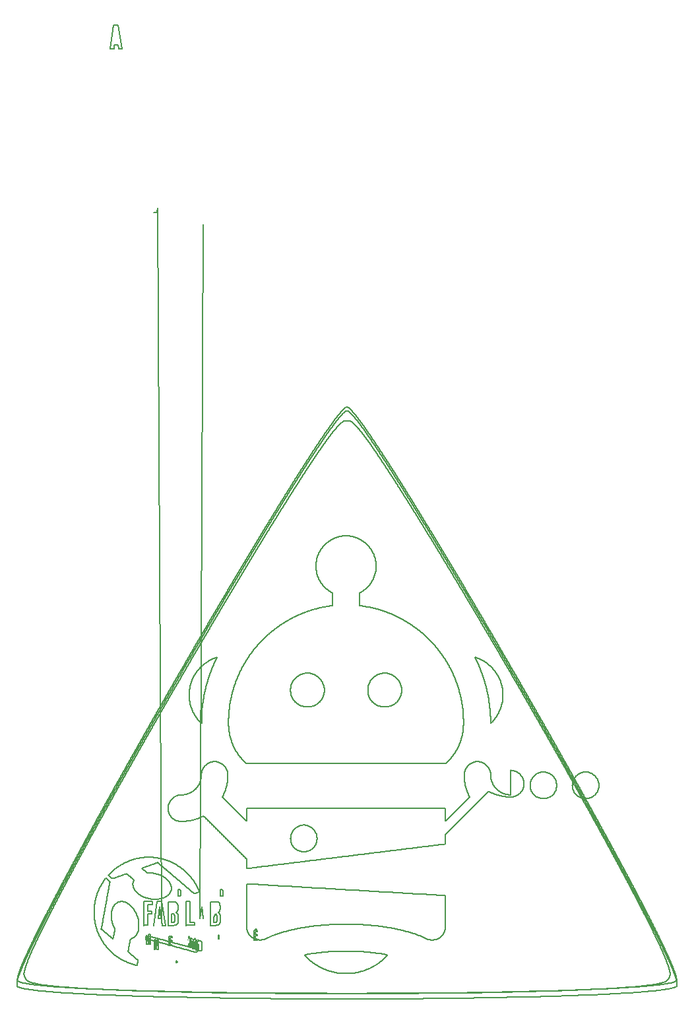
<source format=gm1>
G04 MADE WITH FRITZING*
G04 WWW.FRITZING.ORG*
G04 DOUBLE SIDED*
G04 HOLES PLATED*
G04 CONTOUR ON CENTER OF CONTOUR VECTOR*
%ASAXBY*%
%FSLAX23Y23*%
%MOIN*%
%OFA0B0*%
%SFA1.0B1.0*%
%ADD10C,0.000266*%
%ADD11C,0.000943*%
%ADD10C,0.008*%
%LNCONTOUR*%
G90*
G70*
G54D10*
X1660Y2942D02*
X1661Y2942D01*
X1662Y2942D01*
X1663Y2942D01*
X1664Y2942D01*
X1665Y2942D01*
X1666Y2942D01*
X1667Y2942D01*
X1668Y2942D01*
X1669Y2942D01*
X1670Y2942D01*
X1671Y2942D01*
X1672Y2942D01*
X1673Y2941D01*
X1674Y2941D01*
X1675Y2941D01*
X1676Y2941D01*
X1677Y2941D01*
X1678Y2941D01*
X1679Y2941D01*
X1680Y2940D01*
X1681Y2940D01*
X1682Y2940D01*
X1683Y2939D01*
X1684Y2939D01*
X1685Y2939D01*
X1686Y2938D01*
X1687Y2938D01*
X1688Y2937D01*
X1689Y2937D01*
X1690Y2936D01*
X1691Y2935D01*
X1692Y2935D01*
X1693Y2934D01*
X1694Y2933D01*
X1695Y2932D01*
X1696Y2931D01*
X1697Y2930D01*
X1698Y2930D01*
X1699Y2929D01*
X1700Y2928D01*
X1701Y2927D01*
X1702Y2926D01*
X1703Y2925D01*
X1704Y2924D01*
X1705Y2923D01*
X1706Y2922D01*
X1707Y2921D01*
X1708Y2920D01*
X1709Y2919D01*
X1710Y2918D01*
X1711Y2917D01*
X1712Y2916D01*
X1713Y2915D01*
X1714Y2914D01*
X1715Y2913D01*
X1716Y2912D01*
X1717Y2911D01*
X1717Y2910D01*
X1718Y2909D01*
X1719Y2908D01*
X1720Y2907D01*
X1721Y2906D01*
X1722Y2905D01*
X1723Y2904D01*
X1724Y2903D01*
X1724Y2902D01*
X1725Y2901D01*
X1726Y2900D01*
X1727Y2899D01*
X1728Y2898D01*
X1729Y2897D01*
X1729Y2896D01*
X1730Y2895D01*
X1731Y2894D01*
X1732Y2893D01*
X1733Y2892D01*
X1734Y2891D01*
X1734Y2890D01*
X1735Y2889D01*
X1736Y2888D01*
X1737Y2887D01*
X1738Y2886D01*
X1738Y2885D01*
X1739Y2884D01*
X1740Y2883D01*
X1741Y2882D01*
X1742Y2881D01*
X1742Y2880D01*
X1743Y2879D01*
X1744Y2878D01*
X1745Y2877D01*
X1745Y2876D01*
X1746Y2875D01*
X1747Y2874D01*
X1748Y2873D01*
X1749Y2872D01*
X1749Y2871D01*
X1750Y2870D01*
X1751Y2869D01*
X1752Y2868D01*
X1752Y2867D01*
X1753Y2866D01*
X1754Y2865D01*
X1755Y2864D01*
X1755Y2863D01*
X1756Y2862D01*
X1757Y2861D01*
X1758Y2860D01*
X1758Y2859D01*
X1759Y2858D01*
X1760Y2857D01*
X1761Y2856D01*
X1761Y2855D01*
X1762Y2854D01*
X1763Y2853D01*
X1763Y2852D01*
X1764Y2851D01*
X1765Y2850D01*
X1766Y2849D01*
X1766Y2848D01*
X1767Y2847D01*
X1768Y2846D01*
X1769Y2845D01*
X1769Y2844D01*
X1770Y2843D01*
X1771Y2842D01*
X1772Y2841D01*
X1772Y2840D01*
X1773Y2839D01*
X1774Y2838D01*
X1774Y2837D01*
X1775Y2836D01*
X1776Y2835D01*
X1777Y2834D01*
X1777Y2833D01*
X1778Y2832D01*
X1779Y2831D01*
X1779Y2830D01*
X1780Y2829D01*
X1781Y2828D01*
X1782Y2827D01*
X1782Y2826D01*
X1783Y2825D01*
X1784Y2824D01*
X1784Y2823D01*
X1785Y2822D01*
X1786Y2821D01*
X1787Y2820D01*
X1787Y2819D01*
X1788Y2818D01*
X1789Y2817D01*
X1789Y2816D01*
X1790Y2815D01*
X1791Y2814D01*
X1791Y2813D01*
X1792Y2812D01*
X1793Y2811D01*
X1794Y2810D01*
X1794Y2809D01*
X1795Y2808D01*
X1796Y2807D01*
X1796Y2806D01*
X1797Y2805D01*
X1798Y2804D01*
X1798Y2803D01*
X1799Y2802D01*
X1800Y2801D01*
X1800Y2800D01*
X1801Y2799D01*
X1802Y2798D01*
X1803Y2797D01*
X1803Y2796D01*
X1804Y2795D01*
X1805Y2794D01*
X1805Y2793D01*
X1806Y2792D01*
X1807Y2791D01*
X1807Y2790D01*
X1808Y2789D01*
X1809Y2788D01*
X1809Y2787D01*
X1810Y2786D01*
X1811Y2785D01*
X1812Y2784D01*
X1812Y2783D01*
X1813Y2782D01*
X1814Y2781D01*
X1814Y2780D01*
X1815Y2779D01*
X1816Y2778D01*
X1816Y2777D01*
X1817Y2776D01*
X1818Y2775D01*
X1818Y2774D01*
X1819Y2773D01*
X1820Y2772D01*
X1820Y2771D01*
X1821Y2770D01*
X1822Y2769D01*
X1822Y2768D01*
X1823Y2767D01*
X1824Y2766D01*
X1824Y2765D01*
X1825Y2764D01*
X1826Y2763D01*
X1826Y2762D01*
X1827Y2761D01*
X1828Y2760D01*
X1828Y2759D01*
X1829Y2758D01*
X1830Y2757D01*
X1830Y2756D01*
X1831Y2755D01*
X1832Y2754D01*
X1832Y2753D01*
X1833Y2752D01*
X1834Y2751D01*
X1835Y2750D01*
X1835Y2749D01*
X1836Y2748D01*
X1837Y2747D01*
X1837Y2746D01*
X1838Y2745D01*
X1839Y2744D01*
X1839Y2743D01*
X1840Y2742D01*
X1840Y2741D01*
X1841Y2740D01*
X1842Y2739D01*
X1842Y2738D01*
X1843Y2737D01*
X1844Y2736D01*
X1844Y2735D01*
X1845Y2734D01*
X1846Y2733D01*
X1846Y2732D01*
X1847Y2731D01*
X1848Y2730D01*
X1848Y2729D01*
X1849Y2728D01*
X1850Y2727D01*
X1850Y2726D01*
X1851Y2725D01*
X1852Y2724D01*
X1852Y2723D01*
X1853Y2722D01*
X1854Y2721D01*
X1854Y2720D01*
X1855Y2719D01*
X1856Y2718D01*
X1856Y2717D01*
X1857Y2716D01*
X1858Y2715D01*
X1858Y2714D01*
X1859Y2713D01*
X1860Y2712D01*
X1860Y2711D01*
X1861Y2710D01*
X1862Y2709D01*
X1862Y2708D01*
X1863Y2707D01*
X1864Y2706D01*
X1864Y2705D01*
X1865Y2704D01*
X1866Y2703D01*
X1866Y2702D01*
X1867Y2701D01*
X1868Y2700D01*
X1868Y2699D01*
X1869Y2698D01*
X1870Y2697D01*
X1870Y2696D01*
X1871Y2695D01*
X1871Y2694D01*
X1872Y2693D01*
X1873Y2692D01*
X1873Y2691D01*
X1874Y2690D01*
X1875Y2689D01*
X1875Y2688D01*
X1876Y2687D01*
X1877Y2686D01*
X1877Y2685D01*
X1878Y2684D01*
X1879Y2683D01*
X1879Y2682D01*
X1880Y2681D01*
X1881Y2680D01*
X1881Y2679D01*
X1882Y2678D01*
X1883Y2677D01*
X1883Y2676D01*
X1884Y2675D01*
X1885Y2674D01*
X1885Y2673D01*
X1886Y2672D01*
X1886Y2671D01*
X1887Y2670D01*
X1888Y2669D01*
X1888Y2668D01*
X1889Y2667D01*
X1890Y2666D01*
X1890Y2665D01*
X1891Y2664D01*
X1892Y2663D01*
X1892Y2662D01*
X1893Y2661D01*
X1894Y2660D01*
X1894Y2659D01*
X1895Y2658D01*
X1895Y2657D01*
X1896Y2656D01*
X1897Y2655D01*
X1897Y2654D01*
X1898Y2653D01*
X1899Y2652D01*
X1899Y2651D01*
X1900Y2650D01*
X1901Y2649D01*
X1901Y2648D01*
X1902Y2647D01*
X1903Y2646D01*
X1903Y2645D01*
X1904Y2644D01*
X1904Y2643D01*
X1905Y2642D01*
X1906Y2641D01*
X1906Y2640D01*
X1907Y2639D01*
X1908Y2638D01*
X1908Y2637D01*
X1909Y2636D01*
X1910Y2635D01*
X1910Y2634D01*
X1911Y2633D01*
X1912Y2632D01*
X1912Y2631D01*
X1913Y2630D01*
X1913Y2629D01*
X1914Y2628D01*
X1915Y2627D01*
X1915Y2626D01*
X1916Y2625D01*
X1917Y2624D01*
X1917Y2623D01*
X1918Y2622D01*
X1919Y2621D01*
X1919Y2620D01*
X1920Y2619D01*
X1921Y2618D01*
X1921Y2617D01*
X1922Y2616D01*
X1922Y2615D01*
X1923Y2614D01*
X1924Y2613D01*
X1924Y2612D01*
X1925Y2611D01*
X1926Y2610D01*
X1926Y2609D01*
X1927Y2608D01*
X1928Y2607D01*
X1928Y2606D01*
X1929Y2605D01*
X1929Y2604D01*
X1930Y2603D01*
X1931Y2602D01*
X1931Y2601D01*
X1932Y2600D01*
X1933Y2599D01*
X1933Y2598D01*
X1934Y2597D01*
X1935Y2596D01*
X1935Y2595D01*
X1936Y2594D01*
X1937Y2593D01*
X1937Y2592D01*
X1938Y2591D01*
X1938Y2590D01*
X1939Y2589D01*
X1940Y2588D01*
X1940Y2587D01*
X1941Y2586D01*
X1942Y2585D01*
X1942Y2584D01*
X1943Y2583D01*
X1943Y2582D01*
X1944Y2581D01*
X1945Y2580D01*
X1945Y2579D01*
X1946Y2578D01*
X1947Y2577D01*
X1947Y2576D01*
X1948Y2575D01*
X1948Y2574D01*
X1949Y2573D01*
X1950Y2572D01*
X1950Y2571D01*
X1951Y2570D01*
X1952Y2569D01*
X1952Y2568D01*
X1953Y2567D01*
X1954Y2566D01*
X1954Y2565D01*
X1955Y2564D01*
X1955Y2563D01*
X1956Y2562D01*
X1957Y2561D01*
X1957Y2560D01*
X1958Y2559D01*
X1959Y2558D01*
X1959Y2557D01*
X1960Y2556D01*
X1960Y2555D01*
X1961Y2554D01*
X1962Y2553D01*
X1962Y2552D01*
X1963Y2551D01*
X1964Y2550D01*
X1964Y2549D01*
X1965Y2548D01*
X1965Y2547D01*
X1966Y2546D01*
X1967Y2545D01*
X1967Y2544D01*
X1968Y2543D01*
X1969Y2542D01*
X1969Y2541D01*
X1970Y2540D01*
X1971Y2539D01*
X1971Y2538D01*
X1972Y2537D01*
X1972Y2536D01*
X1973Y2535D01*
X1974Y2534D01*
X1974Y2533D01*
X1975Y2532D01*
X1976Y2531D01*
X1976Y2530D01*
X1977Y2529D01*
X1977Y2528D01*
X1978Y2527D01*
X1979Y2526D01*
X1979Y2525D01*
X1980Y2524D01*
X1981Y2523D01*
X1981Y2522D01*
X1982Y2521D01*
X1983Y2520D01*
X1983Y2519D01*
X1984Y2518D01*
X1984Y2517D01*
X1985Y2516D01*
X1986Y2515D01*
X1986Y2514D01*
X1987Y2513D01*
X1988Y2512D01*
X1988Y2511D01*
X1989Y2510D01*
X1989Y2509D01*
X1990Y2508D01*
X1991Y2507D01*
X1991Y2506D01*
X1992Y2505D01*
X1993Y2504D01*
X1993Y2503D01*
X1994Y2502D01*
X1994Y2501D01*
X1995Y2500D01*
X1996Y2499D01*
X1996Y2498D01*
X1997Y2497D01*
X1998Y2496D01*
X1998Y2495D01*
X1999Y2494D01*
X1999Y2493D01*
X2000Y2492D01*
X2001Y2491D01*
X2001Y2490D01*
X2002Y2489D01*
X2002Y2488D01*
X2003Y2487D01*
X2004Y2486D01*
X2004Y2485D01*
X2005Y2484D01*
X2006Y2483D01*
X2006Y2482D01*
X2007Y2481D01*
X2007Y2480D01*
X2008Y2479D01*
X2009Y2478D01*
X2009Y2477D01*
X2010Y2476D01*
X2011Y2475D01*
X2011Y2474D01*
X2012Y2473D01*
X2012Y2472D01*
X2013Y2471D01*
X2014Y2470D01*
X2014Y2469D01*
X2015Y2468D01*
X2016Y2467D01*
X2016Y2466D01*
X2017Y2465D01*
X2017Y2464D01*
X2018Y2463D01*
X2019Y2462D01*
X2019Y2461D01*
X2020Y2460D01*
X2020Y2459D01*
X2021Y2458D01*
X2022Y2457D01*
X2022Y2456D01*
X2023Y2455D01*
X2024Y2454D01*
X2024Y2453D01*
X2025Y2452D01*
X2025Y2451D01*
X2026Y2450D01*
X2027Y2449D01*
X2027Y2448D01*
X2028Y2447D01*
X2029Y2446D01*
X2029Y2445D01*
X2030Y2444D01*
X2030Y2443D01*
X2031Y2442D01*
X2032Y2441D01*
X2032Y2440D01*
X2033Y2439D01*
X2033Y2438D01*
X2034Y2437D01*
X2035Y2436D01*
X2035Y2435D01*
X2036Y2434D01*
X2037Y2433D01*
X2037Y2432D01*
X2038Y2431D01*
X2038Y2430D01*
X2039Y2429D01*
X2040Y2428D01*
X2040Y2427D01*
X2041Y2426D01*
X2042Y2425D01*
X2042Y2424D01*
X2043Y2423D01*
X2043Y2422D01*
X2044Y2421D01*
X2045Y2420D01*
X2045Y2419D01*
X2046Y2418D01*
X2047Y2417D01*
X2047Y2416D01*
X2048Y2415D01*
X2048Y2414D01*
X2049Y2413D01*
X2050Y2412D01*
X2050Y2411D01*
X2051Y2410D01*
X2051Y2409D01*
X2052Y2408D01*
X2053Y2407D01*
X2053Y2406D01*
X2054Y2405D01*
X2055Y2404D01*
X2055Y2403D01*
X2056Y2402D01*
X2056Y2401D01*
X2057Y2400D01*
X2058Y2399D01*
X2058Y2398D01*
X2059Y2397D01*
X2059Y2396D01*
X2060Y2395D01*
X2061Y2394D01*
X2061Y2393D01*
X2062Y2392D01*
X2062Y2391D01*
X2063Y2390D01*
X2064Y2389D01*
X2064Y2388D01*
X2065Y2387D01*
X2066Y2386D01*
X2066Y2385D01*
X2067Y2384D01*
X2067Y2383D01*
X2068Y2382D01*
X2069Y2381D01*
X2069Y2380D01*
X2070Y2379D01*
X2070Y2378D01*
X2071Y2377D01*
X2072Y2376D01*
X2072Y2375D01*
X2073Y2374D01*
X2074Y2373D01*
X2074Y2372D01*
X2075Y2371D01*
X2075Y2370D01*
X2076Y2369D01*
X2077Y2368D01*
X2077Y2367D01*
X2078Y2366D01*
X2078Y2365D01*
X2079Y2364D01*
X2080Y2363D01*
X2080Y2362D01*
X2081Y2361D01*
X2081Y2360D01*
X2082Y2359D01*
X2083Y2358D01*
X2083Y2357D01*
X2084Y2356D01*
X2085Y2355D01*
X2085Y2354D01*
X2086Y2353D01*
X2086Y2352D01*
X2087Y2351D01*
X2088Y2350D01*
X2088Y2349D01*
X2089Y2348D01*
X2089Y2347D01*
X2090Y2346D01*
X2091Y2345D01*
X2091Y2344D01*
X2092Y2343D01*
X2092Y2342D01*
X2093Y2341D01*
X2094Y2340D01*
X2094Y2339D01*
X2095Y2338D01*
X2096Y2337D01*
X2096Y2336D01*
X2097Y2335D01*
X2097Y2334D01*
X2098Y2333D01*
X2099Y2332D01*
X2099Y2331D01*
X2100Y2330D01*
X2100Y2329D01*
X2101Y2328D01*
X2102Y2327D01*
X2102Y2326D01*
X2103Y2325D01*
X2103Y2324D01*
X2104Y2323D01*
X2105Y2322D01*
X2105Y2321D01*
X2106Y2320D01*
X2107Y2319D01*
X2107Y2318D01*
X2108Y2317D01*
X2108Y2316D01*
X2109Y2315D01*
X2110Y2314D01*
X2110Y2313D01*
X2111Y2312D01*
X2111Y2311D01*
X2112Y2310D01*
X2113Y2309D01*
X2113Y2308D01*
X2114Y2307D01*
X2114Y2306D01*
X2115Y2305D01*
X2116Y2304D01*
X2116Y2303D01*
X2117Y2302D01*
X2118Y2301D01*
X2118Y2300D01*
X2119Y2299D01*
X2119Y2298D01*
X2120Y2297D01*
X2121Y2296D01*
X2121Y2295D01*
X2122Y2294D01*
X2122Y2293D01*
X2123Y2292D01*
X2124Y2291D01*
X2124Y2290D01*
X2125Y2289D01*
X2125Y2288D01*
X2126Y2287D01*
X2127Y2286D01*
X2127Y2285D01*
X2128Y2284D01*
X2128Y2283D01*
X2129Y2282D01*
X2130Y2281D01*
X2130Y2280D01*
X2131Y2279D01*
X2131Y2278D01*
X2132Y2277D01*
X2133Y2276D01*
X2133Y2275D01*
X2134Y2274D01*
X2134Y2273D01*
X2135Y2272D01*
X2136Y2271D01*
X2136Y2270D01*
X2137Y2269D01*
X2138Y2268D01*
X2138Y2267D01*
X2139Y2266D01*
X2139Y2265D01*
X2140Y2264D01*
X2141Y2263D01*
X2141Y2262D01*
X2142Y2261D01*
X2142Y2260D01*
X2143Y2259D01*
X2144Y2258D01*
X2144Y2257D01*
X2145Y2256D01*
X2145Y2255D01*
X2146Y2254D01*
X2147Y2253D01*
X2147Y2252D01*
X2148Y2251D01*
X2148Y2250D01*
X2149Y2249D01*
X2150Y2248D01*
X2150Y2247D01*
X2151Y2246D01*
X2151Y2245D01*
X2152Y2244D01*
X2153Y2243D01*
X2153Y2242D01*
X2154Y2241D01*
X2154Y2240D01*
X2155Y2239D01*
X2156Y2238D01*
X2156Y2237D01*
X2157Y2236D01*
X2157Y2235D01*
X2158Y2234D01*
X2159Y2233D01*
X2159Y2232D01*
X2160Y2231D01*
X2160Y2230D01*
X2161Y2229D01*
X2162Y2228D01*
X2162Y2227D01*
X2163Y2226D01*
X2164Y2225D01*
X2164Y2224D01*
X2165Y2223D01*
X2165Y2222D01*
X2166Y2221D01*
X2167Y2220D01*
X2167Y2219D01*
X2168Y2218D01*
X2168Y2217D01*
X2169Y2216D01*
X2170Y2215D01*
X2170Y2214D01*
X2171Y2213D01*
X2171Y2212D01*
X2172Y2211D01*
X2173Y2210D01*
X2173Y2209D01*
X2174Y2208D01*
X2174Y2207D01*
X2175Y2206D01*
X2176Y2205D01*
X2176Y2204D01*
X2177Y2203D01*
X2177Y2202D01*
X2178Y2201D01*
X2179Y2200D01*
X2179Y2199D01*
X2180Y2198D01*
X2180Y2197D01*
X2181Y2196D01*
X2182Y2195D01*
X2182Y2194D01*
X2183Y2193D01*
X2183Y2192D01*
X2184Y2191D01*
X2185Y2190D01*
X2185Y2189D01*
X2186Y2188D01*
X2186Y2187D01*
X2187Y2186D01*
X2188Y2185D01*
X2188Y2184D01*
X2189Y2183D01*
X2189Y2182D01*
X2190Y2181D01*
X2191Y2180D01*
X2191Y2179D01*
X2192Y2178D01*
X2192Y2177D01*
X2193Y2176D01*
X2194Y2175D01*
X2194Y2174D01*
X2195Y2173D01*
X2195Y2172D01*
X2196Y2171D01*
X2197Y2170D01*
X2197Y2169D01*
X2198Y2168D01*
X2198Y2167D01*
X2199Y2166D01*
X2200Y2165D01*
X2200Y2164D01*
X2201Y2163D01*
X2201Y2162D01*
X2202Y2161D01*
X2203Y2160D01*
X2203Y2159D01*
X2204Y2158D01*
X2204Y2157D01*
X2205Y2156D01*
X2206Y2155D01*
X2206Y2154D01*
X2207Y2153D01*
X2207Y2152D01*
X2208Y2151D01*
X2209Y2150D01*
X2209Y2149D01*
X2210Y2148D01*
X2210Y2147D01*
X2211Y2146D01*
X2212Y2145D01*
X2212Y2144D01*
X2213Y2143D01*
X2213Y2142D01*
X2214Y2141D01*
X2215Y2140D01*
X2215Y2139D01*
X2216Y2138D01*
X2216Y2137D01*
X2217Y2136D01*
X2218Y2135D01*
X2218Y2134D01*
X2219Y2133D01*
X2219Y2132D01*
X2220Y2131D01*
X2221Y2130D01*
X2221Y2129D01*
X2222Y2128D01*
X2222Y2127D01*
X2223Y2126D01*
X2224Y2125D01*
X2224Y2124D01*
X2225Y2123D01*
X2225Y2122D01*
X2226Y2121D01*
X2227Y2120D01*
X2227Y2119D01*
X2228Y2118D01*
X2228Y2117D01*
X2229Y2116D01*
X2230Y2115D01*
X2230Y2114D01*
X2231Y2113D01*
X2231Y2112D01*
X2232Y2111D01*
X2233Y2110D01*
X2233Y2109D01*
X2234Y2108D01*
X2234Y2107D01*
X2235Y2106D01*
X2236Y2105D01*
X2236Y2104D01*
X2237Y2103D01*
X2237Y2102D01*
X2238Y2101D01*
X2239Y2100D01*
X2239Y2099D01*
X2240Y2098D01*
X2240Y2097D01*
X2241Y2096D01*
X2242Y2095D01*
X2242Y2094D01*
X2243Y2093D01*
X2243Y2092D01*
X2244Y2091D01*
X2245Y2090D01*
X2245Y2089D01*
X2246Y2088D01*
X2246Y2087D01*
X2247Y2086D01*
X2248Y2085D01*
X2248Y2084D01*
X2249Y2083D01*
X2249Y2082D01*
X2250Y2081D01*
X2251Y2080D01*
X2251Y2079D01*
X2252Y2078D01*
X2252Y2077D01*
X2253Y2076D01*
X2254Y2075D01*
X2254Y2074D01*
X2255Y2073D01*
X2255Y2072D01*
X2256Y2071D01*
X2257Y2070D01*
X2257Y2069D01*
X2258Y2068D01*
X2258Y2067D01*
X2259Y2066D01*
X2260Y2065D01*
X2260Y2064D01*
X2261Y2063D01*
X2261Y2062D01*
X2262Y2061D01*
X2262Y2060D01*
X2263Y2059D01*
X2264Y2058D01*
X2264Y2057D01*
X2265Y2056D01*
X2265Y2055D01*
X2266Y2054D01*
X2267Y2053D01*
X2267Y2052D01*
X2268Y2051D01*
X2268Y2050D01*
X2269Y2049D01*
X2270Y2048D01*
X2270Y2047D01*
X2271Y2046D01*
X2271Y2045D01*
X2272Y2044D01*
X2273Y2043D01*
X2273Y2042D01*
X2274Y2041D01*
X2274Y2040D01*
X2275Y2039D01*
X2276Y2038D01*
X2276Y2037D01*
X2277Y2036D01*
X2277Y2035D01*
X2278Y2034D01*
X2279Y2033D01*
X2279Y2032D01*
X2280Y2031D01*
X2280Y2030D01*
X2281Y2029D01*
X2281Y2028D01*
X2282Y2027D01*
X2283Y2026D01*
X2283Y2025D01*
X2284Y2024D01*
X2284Y2023D01*
X2285Y2022D01*
X2286Y2021D01*
X2286Y2020D01*
X2287Y2019D01*
X2287Y2018D01*
X2288Y2017D01*
X2289Y2016D01*
X2289Y2015D01*
X2290Y2014D01*
X2290Y2013D01*
X2291Y2012D01*
X2292Y2011D01*
X2292Y2010D01*
X2293Y2009D01*
X2293Y2008D01*
X2294Y2007D01*
X2295Y2006D01*
X2295Y2005D01*
X2296Y2004D01*
X2296Y2003D01*
X2297Y2002D01*
X2298Y2001D01*
X2298Y2000D01*
X2299Y1999D01*
X2299Y1998D01*
X2300Y1997D01*
X2300Y1996D01*
X2301Y1995D01*
X2302Y1994D01*
X2302Y1993D01*
X2303Y1992D01*
X2303Y1991D01*
X2304Y1990D01*
X2305Y1989D01*
X2305Y1988D01*
X2306Y1987D01*
X2306Y1986D01*
X2307Y1985D01*
X2308Y1984D01*
X2308Y1983D01*
X2309Y1982D01*
X2309Y1981D01*
X2310Y1980D01*
X2311Y1979D01*
X2311Y1978D01*
X2312Y1977D01*
X2312Y1976D01*
X2313Y1975D01*
X2314Y1974D01*
X2314Y1973D01*
X2315Y1972D01*
X2315Y1971D01*
X2316Y1970D01*
X2317Y1969D01*
X2317Y1968D01*
X2318Y1967D01*
X2318Y1966D01*
X2319Y1965D01*
X2319Y1964D01*
X2320Y1963D01*
X2321Y1962D01*
X2321Y1961D01*
X2322Y1960D01*
X2322Y1959D01*
X2323Y1958D01*
X2324Y1957D01*
X2324Y1956D01*
X2325Y1955D01*
X2325Y1954D01*
X2326Y1953D01*
X2327Y1952D01*
X2327Y1951D01*
X2328Y1950D01*
X2328Y1949D01*
X2329Y1948D01*
X2330Y1947D01*
X2330Y1946D01*
X2331Y1945D01*
X2331Y1944D01*
X2332Y1943D01*
X2332Y1942D01*
X2333Y1941D01*
X2334Y1940D01*
X2334Y1939D01*
X2335Y1938D01*
X2335Y1937D01*
X2336Y1936D01*
X2337Y1935D01*
X2337Y1934D01*
X2338Y1933D01*
X2338Y1932D01*
X2339Y1931D01*
X2340Y1930D01*
X2340Y1929D01*
X2341Y1928D01*
X2341Y1927D01*
X2342Y1926D01*
X2342Y1925D01*
X2343Y1924D01*
X2344Y1923D01*
X2344Y1922D01*
X2345Y1921D01*
X2345Y1920D01*
X2346Y1919D01*
X2347Y1918D01*
X2347Y1917D01*
X2348Y1916D01*
X2348Y1915D01*
X2349Y1914D01*
X2350Y1913D01*
X2350Y1912D01*
X2351Y1911D01*
X2351Y1910D01*
X2352Y1909D01*
X2352Y1908D01*
X2353Y1907D01*
X2354Y1906D01*
X2354Y1905D01*
X2355Y1904D01*
X2355Y1903D01*
X2356Y1902D01*
X2357Y1901D01*
X2357Y1900D01*
X2358Y1899D01*
X2358Y1898D01*
X2359Y1897D01*
X2360Y1896D01*
X2360Y1895D01*
X2361Y1894D01*
X2361Y1893D01*
X2362Y1892D01*
X2362Y1891D01*
X2363Y1890D01*
X2364Y1889D01*
X2364Y1888D01*
X2365Y1887D01*
X2365Y1886D01*
X2366Y1885D01*
X2367Y1884D01*
X2367Y1883D01*
X2368Y1882D01*
X2368Y1881D01*
X2369Y1880D01*
X2370Y1879D01*
X2370Y1878D01*
X2371Y1877D01*
X2371Y1876D01*
X2372Y1875D01*
X2372Y1874D01*
X2373Y1873D01*
X2374Y1872D01*
X2374Y1871D01*
X2375Y1870D01*
X2375Y1869D01*
X2376Y1868D01*
X2377Y1867D01*
X2377Y1866D01*
X2378Y1865D01*
X2378Y1864D01*
X2379Y1863D01*
X2380Y1862D01*
X2380Y1861D01*
X2381Y1860D01*
X2381Y1859D01*
X2382Y1858D01*
X2382Y1857D01*
X2383Y1856D01*
X2384Y1855D01*
X2384Y1854D01*
X2385Y1853D01*
X2385Y1852D01*
X2386Y1851D01*
X2387Y1850D01*
X2387Y1849D01*
X2388Y1848D01*
X2388Y1847D01*
X2389Y1846D01*
X2390Y1845D01*
X2390Y1844D01*
X2391Y1843D01*
X2391Y1842D01*
X2392Y1841D01*
X2393Y1840D01*
X2393Y1839D01*
X2394Y1838D01*
X2394Y1837D01*
X2395Y1836D01*
X2395Y1835D01*
X2396Y1834D01*
X2397Y1833D01*
X2397Y1832D01*
X2398Y1831D01*
X2398Y1830D01*
X2399Y1829D01*
X2400Y1828D01*
X2400Y1827D01*
X2401Y1826D01*
X2401Y1825D01*
X2402Y1824D01*
X2402Y1823D01*
X2403Y1822D01*
X2404Y1821D01*
X2404Y1820D01*
X2405Y1819D01*
X2405Y1818D01*
X2406Y1817D01*
X2407Y1816D01*
X2407Y1815D01*
X2408Y1814D01*
X2408Y1813D01*
X2409Y1812D01*
X2409Y1811D01*
X2410Y1810D01*
X2411Y1809D01*
X2411Y1808D01*
X2412Y1807D01*
X2412Y1806D01*
X2413Y1805D01*
X2414Y1804D01*
X2414Y1803D01*
X2415Y1802D01*
X2415Y1801D01*
X2416Y1800D01*
X2417Y1799D01*
X2417Y1798D01*
X2418Y1797D01*
X2418Y1796D01*
X2419Y1795D01*
X2419Y1794D01*
X2420Y1793D01*
X2421Y1792D01*
X2421Y1791D01*
X2422Y1790D01*
X2422Y1789D01*
X2423Y1788D01*
X2424Y1787D01*
X2424Y1786D01*
X2425Y1785D01*
X2425Y1784D01*
X2426Y1783D01*
X2426Y1782D01*
X2427Y1781D01*
X2428Y1780D01*
X2428Y1779D01*
X2429Y1778D01*
X2429Y1777D01*
X2430Y1776D01*
X2431Y1775D01*
X2431Y1774D01*
X2432Y1773D01*
X2432Y1772D01*
X2433Y1771D01*
X2433Y1770D01*
X2434Y1769D01*
X2435Y1768D01*
X2435Y1767D01*
X2436Y1766D01*
X2436Y1765D01*
X2437Y1764D01*
X2438Y1763D01*
X2438Y1762D01*
X2439Y1761D01*
X2439Y1760D01*
X2440Y1759D01*
X2440Y1758D01*
X2441Y1757D01*
X2442Y1756D01*
X2442Y1755D01*
X2443Y1754D01*
X2443Y1753D01*
X2444Y1752D01*
X2445Y1751D01*
X2445Y1750D01*
X2446Y1749D01*
X2446Y1748D01*
X2447Y1747D01*
X2447Y1746D01*
X2448Y1745D01*
X2449Y1744D01*
X2449Y1743D01*
X2450Y1742D01*
X2450Y1741D01*
X2451Y1740D01*
X2452Y1739D01*
X2452Y1738D01*
X2453Y1737D01*
X2453Y1736D01*
X2454Y1735D01*
X2454Y1734D01*
X2455Y1733D01*
X2456Y1732D01*
X2456Y1731D01*
X2457Y1730D01*
X2457Y1729D01*
X2458Y1728D01*
X2459Y1727D01*
X2459Y1726D01*
X2460Y1725D01*
X2460Y1724D01*
X2461Y1723D01*
X2461Y1722D01*
X2462Y1721D01*
X2463Y1720D01*
X2463Y1719D01*
X2464Y1718D01*
X2464Y1717D01*
X2465Y1716D01*
X2466Y1715D01*
X2466Y1714D01*
X2467Y1713D01*
X2467Y1712D01*
X2468Y1711D01*
X2468Y1710D01*
X2469Y1709D01*
X2470Y1708D01*
X2470Y1707D01*
X2471Y1706D01*
X2471Y1705D01*
X2472Y1704D01*
X2473Y1703D01*
X2473Y1702D01*
X2474Y1701D01*
X2474Y1700D01*
X2475Y1699D01*
X2475Y1698D01*
X2476Y1697D01*
X2477Y1696D01*
X2477Y1695D01*
X2478Y1694D01*
X2478Y1693D01*
X2479Y1692D01*
X2480Y1691D01*
X2480Y1690D01*
X2481Y1689D01*
X2481Y1688D01*
X2482Y1687D01*
X2482Y1686D01*
X2483Y1685D01*
X2484Y1684D01*
X2484Y1683D01*
X2485Y1682D01*
X2485Y1681D01*
X2486Y1680D01*
X2486Y1679D01*
X2487Y1678D01*
X2488Y1677D01*
X2488Y1676D01*
X2489Y1675D01*
X2489Y1674D01*
X2490Y1673D01*
X2491Y1672D01*
X2491Y1671D01*
X2492Y1670D01*
X2492Y1669D01*
X2493Y1668D01*
X2493Y1667D01*
X2494Y1666D01*
X2495Y1665D01*
X2495Y1664D01*
X2496Y1663D01*
X2496Y1662D01*
X2497Y1661D01*
X2497Y1660D01*
X2498Y1659D01*
X2499Y1658D01*
X2499Y1657D01*
X2500Y1656D01*
X2500Y1655D01*
X2501Y1654D01*
X2502Y1653D01*
X2502Y1652D01*
X2503Y1651D01*
X2503Y1650D01*
X2504Y1649D01*
X2504Y1648D01*
X2505Y1647D01*
X2506Y1646D01*
X2506Y1645D01*
X2507Y1644D01*
X2507Y1643D01*
X2508Y1642D01*
X2509Y1641D01*
X2509Y1640D01*
X2510Y1639D01*
X2510Y1638D01*
X2511Y1637D01*
X2511Y1636D01*
X2512Y1635D01*
X2513Y1634D01*
X2513Y1633D01*
X2514Y1632D01*
X2514Y1631D01*
X2515Y1630D01*
X2515Y1629D01*
X2516Y1628D01*
X2517Y1627D01*
X2517Y1626D01*
X2518Y1625D01*
X2518Y1624D01*
X2519Y1623D01*
X2520Y1622D01*
X2520Y1621D01*
X2521Y1620D01*
X2521Y1619D01*
X2522Y1618D01*
X2522Y1617D01*
X2523Y1616D01*
X2524Y1615D01*
X2524Y1614D01*
X2525Y1613D01*
X2525Y1612D01*
X2526Y1611D01*
X2526Y1610D01*
X2527Y1609D01*
X2528Y1608D01*
X2528Y1607D01*
X2529Y1606D01*
X2529Y1605D01*
X2530Y1604D01*
X2531Y1603D01*
X2531Y1602D01*
X2532Y1601D01*
X2532Y1600D01*
X2533Y1599D01*
X2533Y1598D01*
X2534Y1597D01*
X2535Y1596D01*
X2535Y1595D01*
X2536Y1594D01*
X2536Y1593D01*
X2537Y1592D01*
X2537Y1591D01*
X2538Y1590D01*
X2539Y1589D01*
X2539Y1588D01*
X2540Y1587D01*
X2540Y1586D01*
X2541Y1585D01*
X2542Y1584D01*
X2542Y1583D01*
X2543Y1582D01*
X2543Y1581D01*
X2544Y1580D01*
X2544Y1579D01*
X2545Y1578D01*
X2546Y1577D01*
X2546Y1576D01*
X2547Y1575D01*
X2547Y1574D01*
X2548Y1573D01*
X2548Y1572D01*
X2549Y1571D01*
X2550Y1570D01*
X2550Y1569D01*
X2551Y1568D01*
X2551Y1567D01*
X2552Y1566D01*
X2552Y1565D01*
X2553Y1564D01*
X2554Y1563D01*
X2554Y1562D01*
X2555Y1561D01*
X2555Y1560D01*
X2556Y1559D01*
X2557Y1558D01*
X2557Y1557D01*
X2558Y1556D01*
X2558Y1555D01*
X2559Y1554D01*
X2559Y1553D01*
X2560Y1552D01*
X2561Y1551D01*
X2561Y1550D01*
X2562Y1549D01*
X2562Y1548D01*
X2563Y1547D01*
X2563Y1546D01*
X2564Y1545D01*
X2565Y1544D01*
X2565Y1543D01*
X2566Y1542D01*
X2566Y1541D01*
X2567Y1540D01*
X2567Y1539D01*
X2568Y1538D01*
X2569Y1537D01*
X2569Y1536D01*
X2570Y1535D01*
X2570Y1534D01*
X2571Y1533D01*
X2571Y1532D01*
X2572Y1531D01*
X2573Y1530D01*
X2573Y1529D01*
X2574Y1528D01*
X2574Y1527D01*
X2575Y1526D01*
X2576Y1525D01*
X2576Y1524D01*
X2577Y1523D01*
X2577Y1522D01*
X2578Y1521D01*
X2578Y1520D01*
X2579Y1519D01*
X2580Y1518D01*
X2580Y1517D01*
X2581Y1516D01*
X2581Y1515D01*
X2582Y1514D01*
X2582Y1513D01*
X2583Y1512D01*
X2584Y1511D01*
X2584Y1510D01*
X2585Y1509D01*
X2585Y1508D01*
X2586Y1507D01*
X2586Y1506D01*
X2587Y1505D01*
X2588Y1504D01*
X2588Y1503D01*
X2589Y1502D01*
X2589Y1501D01*
X2590Y1500D01*
X2590Y1499D01*
X2591Y1498D01*
X2592Y1497D01*
X2592Y1496D01*
X2593Y1495D01*
X2593Y1494D01*
X2594Y1493D01*
X2594Y1492D01*
X2595Y1491D01*
X2596Y1490D01*
X2596Y1489D01*
X2597Y1488D01*
X2597Y1487D01*
X2598Y1486D01*
X2599Y1485D01*
X2599Y1484D01*
X2600Y1483D01*
X2600Y1482D01*
X2601Y1481D01*
X2601Y1480D01*
X2602Y1479D01*
X2603Y1478D01*
X2603Y1477D01*
X2604Y1476D01*
X2604Y1475D01*
X2605Y1474D01*
X2605Y1473D01*
X2606Y1472D01*
X2607Y1471D01*
X2607Y1470D01*
X2608Y1469D01*
X2608Y1468D01*
X2609Y1467D01*
X2609Y1466D01*
X2610Y1465D01*
X2611Y1464D01*
X2611Y1463D01*
X2612Y1462D01*
X2612Y1461D01*
X2613Y1460D01*
X2613Y1459D01*
X2614Y1458D01*
X2615Y1457D01*
X2615Y1456D01*
X2616Y1455D01*
X2616Y1454D01*
X2617Y1453D01*
X2617Y1452D01*
X2618Y1451D01*
X2619Y1450D01*
X2619Y1449D01*
X2620Y1448D01*
X2620Y1447D01*
X2621Y1446D01*
X2622Y1445D01*
X2622Y1444D01*
X2623Y1443D01*
X2623Y1442D01*
X2624Y1441D01*
X2624Y1440D01*
X2625Y1439D01*
X2626Y1438D01*
X2626Y1437D01*
X2627Y1436D01*
X2627Y1435D01*
X2628Y1434D01*
X2628Y1433D01*
X2629Y1432D01*
X2630Y1431D01*
X2630Y1430D01*
X2631Y1429D01*
X2631Y1428D01*
X2632Y1427D01*
X2632Y1426D01*
X2633Y1425D01*
X2633Y1424D01*
X2634Y1423D01*
X2635Y1422D01*
X2635Y1421D01*
X2636Y1420D01*
X2636Y1419D01*
X2637Y1418D01*
X2637Y1417D01*
X2638Y1416D01*
X2639Y1415D01*
X2639Y1414D01*
X2640Y1413D01*
X2640Y1412D01*
X2641Y1411D01*
X2641Y1410D01*
X2642Y1409D01*
X2643Y1408D01*
X2643Y1407D01*
X2644Y1406D01*
X2644Y1405D01*
X2645Y1404D01*
X2645Y1403D01*
X2646Y1402D01*
X2647Y1401D01*
X2647Y1400D01*
X2648Y1399D01*
X2648Y1398D01*
X2649Y1397D01*
X2649Y1396D01*
X2650Y1395D01*
X2651Y1394D01*
X2651Y1393D01*
X2652Y1392D01*
X2652Y1391D01*
X2653Y1390D01*
X2653Y1389D01*
X2654Y1388D01*
X2655Y1387D01*
X2655Y1386D01*
X2656Y1385D01*
X2656Y1384D01*
X2657Y1383D01*
X2657Y1382D01*
X2658Y1381D01*
X2659Y1380D01*
X2659Y1379D01*
X2660Y1378D01*
X2660Y1377D01*
X2661Y1376D01*
X2661Y1375D01*
X2662Y1374D01*
X2663Y1373D01*
X2663Y1372D01*
X2664Y1371D01*
X2664Y1370D01*
X2665Y1369D01*
X2665Y1368D01*
X2666Y1367D01*
X2667Y1366D01*
X2667Y1365D01*
X2668Y1364D01*
X2668Y1363D01*
X2669Y1362D01*
X2669Y1361D01*
X2670Y1360D01*
X2671Y1359D01*
X2671Y1358D01*
X2672Y1357D01*
X2672Y1356D01*
X2673Y1355D01*
X2673Y1354D01*
X2674Y1353D01*
X2675Y1352D01*
X2675Y1351D01*
X2676Y1350D01*
X2676Y1349D01*
X2677Y1348D01*
X2677Y1347D01*
X2678Y1346D01*
X2679Y1345D01*
X2679Y1344D01*
X2680Y1343D01*
X2680Y1342D01*
X2681Y1341D01*
X2681Y1340D01*
X2682Y1339D01*
X2683Y1338D01*
X2683Y1337D01*
X2684Y1336D01*
X2684Y1335D01*
X2685Y1334D01*
X2685Y1333D01*
X2686Y1332D01*
X2687Y1331D01*
X2687Y1330D01*
X2688Y1329D01*
X2688Y1328D01*
X2689Y1327D01*
X2689Y1326D01*
X2690Y1325D01*
X2691Y1324D01*
X2691Y1323D01*
X2692Y1322D01*
X2692Y1321D01*
X2693Y1320D01*
X2693Y1319D01*
X2694Y1318D01*
X2695Y1317D01*
X2695Y1316D01*
X2696Y1315D01*
X2696Y1314D01*
X2697Y1313D01*
X2697Y1312D01*
X2698Y1311D01*
X2699Y1310D01*
X2699Y1309D01*
X2700Y1308D01*
X2700Y1307D01*
X2701Y1306D01*
X2701Y1305D01*
X2702Y1304D01*
X2702Y1303D01*
X2703Y1302D01*
X2704Y1301D01*
X2704Y1300D01*
X2705Y1299D01*
X2705Y1298D01*
X2706Y1297D01*
X2706Y1296D01*
X2707Y1295D01*
X2708Y1294D01*
X2708Y1293D01*
X2709Y1292D01*
X2709Y1291D01*
X2710Y1290D01*
X2710Y1289D01*
X2711Y1288D01*
X2712Y1287D01*
X2712Y1286D01*
X2713Y1285D01*
X2713Y1284D01*
X2714Y1283D01*
X2714Y1282D01*
X2715Y1281D01*
X2715Y1280D01*
X2716Y1279D01*
X2717Y1278D01*
X2717Y1277D01*
X2718Y1276D01*
X2718Y1275D01*
X2719Y1274D01*
X2719Y1273D01*
X2720Y1272D01*
X2721Y1271D01*
X2721Y1270D01*
X2722Y1269D01*
X2722Y1268D01*
X2723Y1267D01*
X2723Y1266D01*
X2724Y1265D01*
X2725Y1264D01*
X2725Y1263D01*
X2726Y1262D01*
X2726Y1261D01*
X2727Y1260D01*
X2727Y1259D01*
X2728Y1258D01*
X2729Y1257D01*
X2729Y1256D01*
X2730Y1255D01*
X2730Y1254D01*
X2731Y1253D01*
X2731Y1252D01*
X2732Y1251D01*
X2732Y1250D01*
X2733Y1249D01*
X2734Y1248D01*
X2734Y1247D01*
X2735Y1246D01*
X2735Y1245D01*
X2736Y1244D01*
X2736Y1243D01*
X2737Y1242D01*
X2738Y1241D01*
X2738Y1240D01*
X2739Y1239D01*
X2739Y1238D01*
X2740Y1237D01*
X2740Y1236D01*
X2741Y1235D01*
X2742Y1234D01*
X2742Y1233D01*
X2743Y1232D01*
X2743Y1231D01*
X2744Y1230D01*
X2744Y1229D01*
X2745Y1228D01*
X2746Y1227D01*
X2746Y1226D01*
X2747Y1225D01*
X2747Y1224D01*
X2748Y1223D01*
X2748Y1222D01*
X2749Y1221D01*
X2749Y1220D01*
X2750Y1219D01*
X2751Y1218D01*
X2751Y1217D01*
X2752Y1216D01*
X2752Y1215D01*
X2753Y1214D01*
X2753Y1213D01*
X2754Y1212D01*
X2755Y1211D01*
X2755Y1210D01*
X2756Y1209D01*
X2756Y1208D01*
X2757Y1207D01*
X2757Y1206D01*
X2758Y1205D01*
X2759Y1204D01*
X2759Y1203D01*
X2760Y1202D01*
X2760Y1201D01*
X2761Y1200D01*
X2761Y1199D01*
X2762Y1198D01*
X2762Y1197D01*
X2763Y1196D01*
X2764Y1195D01*
X2764Y1194D01*
X2765Y1193D01*
X2765Y1192D01*
X2766Y1191D01*
X2766Y1190D01*
X2767Y1189D01*
X2768Y1188D01*
X2768Y1187D01*
X2769Y1186D01*
X2769Y1185D01*
X2770Y1184D01*
X2770Y1183D01*
X2771Y1182D01*
X2771Y1181D01*
X2772Y1180D01*
X2773Y1179D01*
X2773Y1178D01*
X2774Y1177D01*
X2774Y1176D01*
X2775Y1175D01*
X2775Y1174D01*
X2776Y1173D01*
X2777Y1172D01*
X2777Y1171D01*
X2778Y1170D01*
X2778Y1169D01*
X2779Y1168D01*
X2779Y1167D01*
X2780Y1166D01*
X2780Y1165D01*
X2781Y1164D01*
X2782Y1163D01*
X2782Y1162D01*
X2783Y1161D01*
X2783Y1160D01*
X2784Y1159D01*
X2784Y1158D01*
X2785Y1157D01*
X2786Y1156D01*
X2786Y1155D01*
X2787Y1154D01*
X2787Y1153D01*
X2788Y1152D01*
X2788Y1151D01*
X2789Y1150D01*
X2789Y1149D01*
X2790Y1148D01*
X2791Y1147D01*
X2791Y1146D01*
X2792Y1145D01*
X2792Y1144D01*
X2793Y1143D01*
X2793Y1142D01*
X2794Y1141D01*
X2794Y1140D01*
X2795Y1139D01*
X2796Y1138D01*
X2796Y1137D01*
X2797Y1136D01*
X2797Y1135D01*
X2798Y1134D01*
X2798Y1133D01*
X2799Y1132D01*
X2800Y1131D01*
X2800Y1130D01*
X2801Y1129D01*
X2801Y1128D01*
X2802Y1127D01*
X2802Y1126D01*
X2803Y1125D01*
X2803Y1124D01*
X2804Y1123D01*
X2805Y1122D01*
X2805Y1121D01*
X2806Y1120D01*
X2806Y1119D01*
X2807Y1118D01*
X2807Y1117D01*
X2808Y1116D01*
X2809Y1115D01*
X2809Y1114D01*
X2810Y1113D01*
X2810Y1112D01*
X2811Y1111D01*
X2811Y1110D01*
X2812Y1109D01*
X2812Y1108D01*
X2813Y1107D01*
X2814Y1106D01*
X2814Y1105D01*
X2815Y1104D01*
X2815Y1103D01*
X2816Y1102D01*
X2816Y1101D01*
X2817Y1100D01*
X2818Y1099D01*
X2818Y1098D01*
X2819Y1097D01*
X2819Y1096D01*
X2820Y1095D01*
X2820Y1094D01*
X2821Y1093D01*
X2821Y1092D01*
X2822Y1091D01*
X2823Y1090D01*
X2823Y1089D01*
X2824Y1088D01*
X2824Y1087D01*
X2825Y1086D01*
X2825Y1085D01*
X2826Y1084D01*
X2826Y1083D01*
X2827Y1082D01*
X2828Y1081D01*
X2828Y1080D01*
X2829Y1079D01*
X2829Y1078D01*
X2830Y1077D01*
X2830Y1076D01*
X2831Y1075D01*
X2832Y1074D01*
X2832Y1073D01*
X2833Y1072D01*
X2833Y1071D01*
X2834Y1070D01*
X2834Y1069D01*
X2835Y1068D01*
X2835Y1067D01*
X2836Y1066D01*
X2837Y1065D01*
X2837Y1064D01*
X2838Y1063D01*
X2838Y1062D01*
X2839Y1061D01*
X2839Y1060D01*
X2840Y1059D01*
X2840Y1058D01*
X2841Y1057D01*
X2842Y1056D01*
X2842Y1055D01*
X2843Y1054D01*
X2843Y1053D01*
X2844Y1052D01*
X2844Y1051D01*
X2845Y1050D01*
X2845Y1049D01*
X2846Y1048D01*
X2847Y1047D01*
X2847Y1046D01*
X2848Y1045D01*
X2848Y1044D01*
X2849Y1043D01*
X2849Y1042D01*
X2850Y1041D01*
X2850Y1040D01*
X2851Y1039D01*
X2852Y1038D01*
X2852Y1037D01*
X2853Y1036D01*
X2853Y1035D01*
X2854Y1034D01*
X2854Y1033D01*
X2855Y1032D01*
X2855Y1031D01*
X2856Y1030D01*
X2857Y1029D01*
X2857Y1028D01*
X2858Y1027D01*
X2858Y1026D01*
X2859Y1025D01*
X2859Y1024D01*
X2860Y1023D01*
X2860Y1022D01*
X2861Y1021D01*
X2862Y1020D01*
X2862Y1019D01*
X2863Y1018D01*
X2863Y1017D01*
X2864Y1016D01*
X2864Y1015D01*
X2865Y1014D01*
X2865Y1013D01*
X2866Y1012D01*
X2867Y1011D01*
X2867Y1010D01*
X2868Y1009D01*
X2868Y1008D01*
X2869Y1007D01*
X2869Y1006D01*
X2870Y1005D01*
X2870Y1004D01*
X2871Y1003D01*
X2872Y1002D01*
X2872Y1001D01*
X2873Y1000D01*
X2873Y999D01*
X2874Y998D01*
X2874Y997D01*
X2875Y996D01*
X2875Y995D01*
X2876Y994D01*
X2877Y993D01*
X2877Y992D01*
X2878Y991D01*
X2878Y990D01*
X2879Y989D01*
X2879Y988D01*
X2880Y987D01*
X2880Y986D01*
X2881Y985D01*
X2882Y984D01*
X2882Y983D01*
X2883Y982D01*
X2883Y981D01*
X2884Y980D01*
X2884Y979D01*
X2885Y978D01*
X2885Y977D01*
X2886Y976D01*
X2887Y975D01*
X2887Y974D01*
X2888Y973D01*
X2888Y972D01*
X2889Y971D01*
X2889Y970D01*
X2890Y969D01*
X2891Y968D01*
X2891Y967D01*
X2892Y966D01*
X2892Y965D01*
X2893Y964D01*
X2893Y963D01*
X2894Y962D01*
X2894Y961D01*
X2895Y960D01*
X2896Y959D01*
X2896Y958D01*
X2897Y957D01*
X2897Y956D01*
X2898Y955D01*
X2898Y954D01*
X2899Y953D01*
X2899Y952D01*
X2900Y951D01*
X2900Y950D01*
X2901Y949D01*
X2902Y948D01*
X2902Y947D01*
X2903Y946D01*
X2903Y945D01*
X2904Y944D01*
X2904Y943D01*
X2905Y942D01*
X2905Y941D01*
X2906Y940D01*
X2907Y939D01*
X2907Y938D01*
X2908Y937D01*
X2908Y936D01*
X2909Y935D01*
X2909Y934D01*
X2910Y933D01*
X2910Y932D01*
X2911Y931D01*
X2912Y930D01*
X2912Y929D01*
X2913Y928D01*
X2913Y927D01*
X2914Y926D01*
X2914Y925D01*
X2915Y924D01*
X2915Y923D01*
X2916Y922D01*
X2916Y921D01*
X2917Y920D01*
X2918Y919D01*
X2918Y918D01*
X2919Y917D01*
X2919Y916D01*
X2920Y915D01*
X2920Y914D01*
X2921Y913D01*
X2921Y912D01*
X2922Y911D01*
X2923Y910D01*
X2923Y909D01*
X2924Y908D01*
X2924Y907D01*
X2925Y906D01*
X2925Y905D01*
X2926Y904D01*
X2926Y903D01*
X2927Y902D01*
X2927Y901D01*
X2928Y900D01*
X2929Y899D01*
X2929Y898D01*
X2930Y897D01*
X2930Y896D01*
X2931Y895D01*
X2931Y894D01*
X2932Y893D01*
X2932Y892D01*
X2933Y891D01*
X2934Y890D01*
X2934Y889D01*
X2935Y888D01*
X2935Y887D01*
X2936Y886D01*
X2936Y885D01*
X2937Y884D01*
X2937Y883D01*
X2938Y882D01*
X2938Y881D01*
X2939Y880D01*
X2940Y879D01*
X2940Y878D01*
X2941Y877D01*
X2941Y876D01*
X2942Y875D01*
X2942Y874D01*
X2943Y873D01*
X2943Y872D01*
X2944Y871D01*
X2945Y870D01*
X2945Y869D01*
X2946Y868D01*
X2946Y867D01*
X2947Y866D01*
X2947Y865D01*
X2948Y864D01*
X2948Y863D01*
X2949Y862D01*
X2949Y861D01*
X2950Y860D01*
X2951Y859D01*
X2951Y858D01*
X2952Y857D01*
X2952Y856D01*
X2953Y855D01*
X2953Y854D01*
X2954Y853D01*
X2954Y852D01*
X2955Y851D01*
X2956Y850D01*
X2956Y849D01*
X2957Y848D01*
X2957Y847D01*
X2958Y846D01*
X2958Y845D01*
X2959Y844D01*
X2959Y843D01*
X2960Y842D01*
X2960Y841D01*
X2961Y840D01*
X2962Y839D01*
X2962Y838D01*
X2963Y837D01*
X2963Y836D01*
X2964Y835D01*
X2964Y834D01*
X2965Y833D01*
X2965Y832D01*
X2966Y831D01*
X2966Y830D01*
X2967Y829D01*
X2968Y828D01*
X2968Y827D01*
X2969Y826D01*
X2969Y825D01*
X2970Y824D01*
X2970Y823D01*
X2971Y822D01*
X2971Y821D01*
X2972Y820D01*
X2972Y819D01*
X2973Y818D01*
X2974Y817D01*
X2974Y816D01*
X2975Y815D01*
X2975Y814D01*
X2976Y813D01*
X2976Y812D01*
X2977Y811D01*
X2977Y810D01*
X2978Y809D01*
X2978Y808D01*
X2979Y807D01*
X2980Y806D01*
X2980Y805D01*
X2981Y804D01*
X2981Y803D01*
X2982Y802D01*
X2982Y801D01*
X2983Y800D01*
X2983Y799D01*
X2984Y798D01*
X2984Y797D01*
X2985Y796D01*
X2986Y795D01*
X2986Y794D01*
X2987Y793D01*
X2987Y792D01*
X2988Y791D01*
X2988Y790D01*
X2989Y789D01*
X2989Y788D01*
X2990Y787D01*
X2990Y786D01*
X2991Y785D01*
X2992Y784D01*
X2992Y783D01*
X2993Y782D01*
X2993Y781D01*
X2994Y780D01*
X2994Y779D01*
X2995Y778D01*
X2995Y777D01*
X2996Y776D01*
X2996Y775D01*
X2997Y774D01*
X2997Y773D01*
X2998Y772D01*
X2999Y771D01*
X2999Y770D01*
X3000Y769D01*
X3000Y768D01*
X3001Y767D01*
X3001Y766D01*
X3002Y765D01*
X3002Y764D01*
X3003Y763D01*
X3003Y762D01*
X3004Y761D01*
X3005Y760D01*
X3005Y759D01*
X3006Y758D01*
X3006Y757D01*
X3007Y756D01*
X3007Y755D01*
X3008Y754D01*
X3008Y753D01*
X3009Y752D01*
X3009Y751D01*
X3010Y750D01*
X3011Y749D01*
X3011Y748D01*
X3012Y747D01*
X3012Y746D01*
X3013Y745D01*
X3013Y744D01*
X3014Y743D01*
X3014Y742D01*
X3015Y741D01*
X3015Y740D01*
X3016Y739D01*
X3017Y738D01*
X3017Y737D01*
X3018Y736D01*
X3018Y735D01*
X3019Y734D01*
X3019Y733D01*
X3020Y732D01*
X3020Y731D01*
X3021Y730D01*
X3021Y729D01*
X3022Y728D01*
X3022Y727D01*
X3023Y726D01*
X3024Y725D01*
X3024Y724D01*
X3025Y723D01*
X3025Y722D01*
X3026Y721D01*
X3026Y720D01*
X3027Y719D01*
X3027Y718D01*
X3028Y717D01*
X3028Y716D01*
X3029Y715D01*
X3029Y714D01*
X3030Y713D01*
X3031Y712D01*
X3031Y711D01*
X3032Y710D01*
X3032Y709D01*
X3033Y708D01*
X3033Y707D01*
X3034Y706D01*
X3034Y705D01*
X3035Y704D01*
X3035Y703D01*
X3036Y702D01*
X3036Y701D01*
X3037Y700D01*
X3037Y699D01*
X3038Y698D01*
X3039Y697D01*
X3039Y696D01*
X3040Y695D01*
X3040Y694D01*
X3041Y693D01*
X3041Y692D01*
X3042Y691D01*
X3042Y690D01*
X3043Y689D01*
X3043Y688D01*
X3044Y687D01*
X3044Y686D01*
X3045Y685D01*
X3046Y684D01*
X3046Y683D01*
X3047Y682D01*
X3047Y681D01*
X3048Y680D01*
X3048Y679D01*
X3049Y678D01*
X3049Y677D01*
X3050Y676D01*
X3050Y675D01*
X3051Y674D01*
X3051Y673D01*
X3052Y672D01*
X3053Y671D01*
X3053Y670D01*
X3054Y669D01*
X3054Y668D01*
X3055Y667D01*
X3055Y666D01*
X3056Y665D01*
X3056Y664D01*
X3057Y663D01*
X3057Y662D01*
X3058Y661D01*
X3058Y660D01*
X3059Y659D01*
X3059Y658D01*
X3060Y657D01*
X3061Y656D01*
X3061Y655D01*
X3062Y654D01*
X3062Y653D01*
X3063Y652D01*
X3063Y651D01*
X3064Y650D01*
X3064Y649D01*
X3065Y648D01*
X3065Y647D01*
X3066Y646D01*
X3066Y645D01*
X3067Y644D01*
X3068Y643D01*
X3068Y642D01*
X3069Y641D01*
X3069Y640D01*
X3070Y639D01*
X3070Y638D01*
X3071Y637D01*
X3071Y636D01*
X3072Y635D01*
X3072Y634D01*
X3073Y633D01*
X3073Y632D01*
X3074Y631D01*
X3074Y630D01*
X3075Y629D01*
X3076Y628D01*
X3076Y627D01*
X3077Y626D01*
X3077Y625D01*
X3078Y624D01*
X3078Y623D01*
X3079Y622D01*
X3079Y621D01*
X3080Y620D01*
X3080Y619D01*
X3081Y618D01*
X3081Y617D01*
X3082Y616D01*
X3082Y615D01*
X3083Y614D01*
X3083Y613D01*
X3084Y612D01*
X3085Y611D01*
X3085Y610D01*
X3086Y609D01*
X3086Y608D01*
X3087Y607D01*
X3087Y606D01*
X3088Y605D01*
X3088Y604D01*
X3089Y603D01*
X3089Y602D01*
X3090Y601D01*
X3090Y600D01*
X3091Y599D01*
X3091Y598D01*
X3092Y597D01*
X3092Y596D01*
X3093Y595D01*
X3093Y594D01*
X3094Y593D01*
X3095Y592D01*
X3095Y591D01*
X3096Y590D01*
X3096Y589D01*
X3097Y588D01*
X3097Y587D01*
X3098Y586D01*
X3098Y585D01*
X3099Y584D01*
X3099Y583D01*
X3100Y582D01*
X3100Y581D01*
X3101Y580D01*
X3101Y579D01*
X3102Y578D01*
X3102Y577D01*
X3103Y576D01*
X3104Y575D01*
X3104Y574D01*
X3105Y573D01*
X3105Y572D01*
X3106Y571D01*
X3106Y570D01*
X3107Y569D01*
X3107Y568D01*
X3108Y567D01*
X3108Y566D01*
X3109Y565D01*
X3109Y564D01*
X3110Y563D01*
X3110Y562D01*
X3111Y561D01*
X3111Y560D01*
X3112Y559D01*
X3112Y558D01*
X3113Y557D01*
X3114Y556D01*
X3114Y555D01*
X3115Y554D01*
X3115Y553D01*
X3116Y552D01*
X3116Y551D01*
X3117Y550D01*
X3117Y549D01*
X3118Y548D01*
X3118Y547D01*
X3119Y546D01*
X3119Y545D01*
X3120Y544D01*
X3120Y543D01*
X3121Y542D01*
X3121Y541D01*
X3122Y540D01*
X3122Y539D01*
X3123Y538D01*
X3124Y537D01*
X3124Y536D01*
X3125Y535D01*
X3125Y534D01*
X3126Y533D01*
X3126Y532D01*
X3127Y531D01*
X3127Y530D01*
X3128Y529D01*
X3128Y528D01*
X3129Y527D01*
X3129Y526D01*
X3130Y525D01*
X3130Y524D01*
X3131Y523D01*
X3131Y522D01*
X3132Y521D01*
X3132Y520D01*
X3133Y519D01*
X3133Y518D01*
X3134Y517D01*
X3134Y516D01*
X3135Y515D01*
X3135Y514D01*
X3136Y513D01*
X3136Y512D01*
X3137Y511D01*
X3138Y510D01*
X3138Y509D01*
X3139Y508D01*
X3139Y507D01*
X3140Y506D01*
X3140Y505D01*
X3141Y504D01*
X3141Y503D01*
X3142Y502D01*
X3142Y501D01*
X3143Y500D01*
X3143Y499D01*
X3144Y498D01*
X3144Y497D01*
X3145Y496D01*
X3145Y495D01*
X3146Y494D01*
X3146Y493D01*
X3147Y492D01*
X3147Y491D01*
X3148Y490D01*
X3148Y489D01*
X3149Y488D01*
X3149Y487D01*
X3150Y486D01*
X3150Y485D01*
X3151Y484D01*
X3151Y483D01*
X3152Y482D01*
X3152Y481D01*
X3153Y480D01*
X3153Y479D01*
X3154Y478D01*
X3155Y477D01*
X3155Y476D01*
X3156Y475D01*
X3156Y474D01*
X3157Y473D01*
X3157Y472D01*
X3158Y471D01*
X3158Y470D01*
X3159Y469D01*
X3159Y468D01*
X3160Y467D01*
X3160Y466D01*
X3161Y465D01*
X3161Y464D01*
X3162Y463D01*
X3162Y462D01*
X3163Y461D01*
X3163Y460D01*
X3164Y459D01*
X3164Y458D01*
X3165Y457D01*
X3165Y456D01*
X3166Y455D01*
X3166Y454D01*
X3167Y453D01*
X3167Y452D01*
X3168Y451D01*
X3168Y450D01*
X3169Y449D01*
X3169Y448D01*
X3170Y447D01*
X3171Y446D01*
X3171Y445D01*
X3172Y444D01*
X3172Y443D01*
X3173Y442D01*
X3173Y441D01*
X3174Y440D01*
X3174Y439D01*
X3175Y438D01*
X3175Y437D01*
X3176Y436D01*
X3176Y435D01*
X3177Y434D01*
X3177Y433D01*
X3178Y432D01*
X3178Y431D01*
X3179Y430D01*
X3179Y429D01*
X3180Y428D01*
X3180Y427D01*
X3181Y426D01*
X3181Y425D01*
X3182Y424D01*
X3182Y423D01*
X3183Y422D01*
X3183Y421D01*
X3184Y420D01*
X3184Y419D01*
X3185Y418D01*
X3185Y417D01*
X3186Y416D01*
X3186Y415D01*
X3187Y414D01*
X3187Y413D01*
X3188Y412D01*
X3188Y411D01*
X3189Y410D01*
X3189Y409D01*
X3190Y408D01*
X3190Y407D01*
X3191Y406D01*
X3191Y405D01*
X3192Y404D01*
X3192Y403D01*
X3193Y402D01*
X3193Y401D01*
X3194Y400D01*
X3194Y399D01*
X3195Y398D01*
X3195Y397D01*
X3196Y396D01*
X3196Y395D01*
X3197Y394D01*
X3197Y393D01*
X3198Y392D01*
X3198Y391D01*
X3199Y390D01*
X3199Y389D01*
X3200Y388D01*
X3200Y387D01*
X3201Y386D01*
X3201Y385D01*
X3202Y384D01*
X3202Y383D01*
X3203Y382D01*
X3203Y381D01*
X3204Y380D01*
X3204Y379D01*
X3205Y378D01*
X3205Y377D01*
X3206Y376D01*
X3206Y375D01*
X3207Y374D01*
X3207Y373D01*
X3208Y372D01*
X3208Y371D01*
X3209Y370D01*
X3209Y369D01*
X3210Y368D01*
X3210Y367D01*
X3211Y366D01*
X3211Y365D01*
X3212Y364D01*
X3212Y363D01*
X3213Y362D01*
X3213Y360D01*
X3214Y359D01*
X3214Y358D01*
X3215Y357D01*
X3215Y356D01*
X3216Y355D01*
X3216Y354D01*
X3217Y353D01*
X3217Y352D01*
X3218Y351D01*
X3218Y350D01*
X3219Y349D01*
X3219Y348D01*
X3220Y347D01*
X3220Y346D01*
X3221Y345D01*
X3221Y344D01*
X3222Y343D01*
X3222Y342D01*
X3223Y341D01*
X3223Y340D01*
X3224Y339D01*
X3224Y338D01*
X3225Y337D01*
X3225Y336D01*
X3226Y335D01*
X3226Y334D01*
X3227Y333D01*
X3227Y332D01*
X3228Y331D01*
X3228Y329D01*
X3229Y328D01*
X3229Y327D01*
X3230Y326D01*
X3230Y325D01*
X3231Y324D01*
X3231Y323D01*
X3232Y322D01*
X3232Y321D01*
X3233Y320D01*
X3233Y319D01*
X3234Y318D01*
X3234Y317D01*
X3235Y316D01*
X3235Y315D01*
X3236Y314D01*
X3236Y313D01*
X3237Y312D01*
X3237Y310D01*
X3238Y309D01*
X3238Y308D01*
X3239Y307D01*
X3239Y306D01*
X3240Y305D01*
X3240Y304D01*
X3241Y303D01*
X3241Y302D01*
X3242Y301D01*
X3242Y300D01*
X3243Y299D01*
X3243Y298D01*
X3244Y297D01*
X3244Y296D01*
X3245Y295D01*
X3245Y293D01*
X3246Y292D01*
X3246Y291D01*
X3247Y290D01*
X3247Y289D01*
X3248Y288D01*
X3248Y287D01*
X3249Y286D01*
X3249Y285D01*
X3250Y284D01*
X3250Y282D01*
X3251Y281D01*
X3251Y280D01*
X3252Y279D01*
X3252Y278D01*
X3253Y277D01*
X3253Y276D01*
X3254Y275D01*
X3254Y274D01*
X3255Y273D01*
X3255Y272D01*
X3256Y271D01*
X3256Y269D01*
X3257Y268D01*
X3257Y267D01*
X3258Y266D01*
X3258Y265D01*
X3259Y264D01*
X3259Y263D01*
X3260Y262D01*
X3260Y260D01*
X3261Y259D01*
X3261Y258D01*
X3262Y257D01*
X3262Y256D01*
X3263Y255D01*
X3263Y253D01*
X3264Y252D01*
X3264Y251D01*
X3265Y250D01*
X3265Y249D01*
X3266Y248D01*
X3266Y247D01*
X3267Y246D01*
X3267Y244D01*
X3268Y243D01*
X3268Y242D01*
X3269Y241D01*
X3269Y240D01*
X3270Y239D01*
X3270Y237D01*
X3271Y236D01*
X3271Y235D01*
X3272Y234D01*
X3272Y232D01*
X3273Y231D01*
X3273Y230D01*
X3274Y229D01*
X3274Y227D01*
X3275Y226D01*
X3275Y225D01*
X3276Y224D01*
X3276Y223D01*
X3277Y222D01*
X3277Y220D01*
X3278Y219D01*
X3278Y218D01*
X3279Y217D01*
X3279Y215D01*
X3280Y214D01*
X3280Y212D01*
X3281Y211D01*
X3281Y210D01*
X3282Y209D01*
X3282Y207D01*
X3283Y206D01*
X3283Y204D01*
X3284Y203D01*
X3284Y202D01*
X3285Y201D01*
X3285Y199D01*
X3286Y198D01*
X3286Y196D01*
X3287Y195D01*
X3287Y193D01*
X3288Y192D01*
X3288Y191D01*
X3289Y190D01*
X3289Y187D01*
X3290Y186D01*
X3290Y184D01*
X3291Y183D01*
X3291Y181D01*
X3292Y180D01*
X3292Y178D01*
X3293Y177D01*
X3293Y174D01*
X3294Y173D01*
X3294Y170D01*
X3295Y169D01*
X3295Y165D01*
X3296Y164D01*
X3296Y161D01*
X3297Y160D01*
X3297Y157D01*
X3298Y156D01*
X3298Y151D01*
X3299Y150D01*
X3299Y146D01*
X3298Y145D01*
X3298Y140D01*
X3297Y139D01*
X3297Y137D01*
X3296Y136D01*
X3296Y134D01*
X3295Y133D01*
X3295Y132D01*
X3294Y131D01*
X3294Y130D01*
X3293Y129D01*
X3293Y128D01*
X3292Y127D01*
X3292Y126D01*
X3291Y125D01*
X3290Y124D01*
X3290Y123D01*
X3289Y122D01*
X3288Y121D01*
X3288Y120D01*
X3287Y119D01*
X3286Y118D01*
X3285Y117D01*
X3285Y116D01*
X3284Y115D01*
X3283Y114D01*
X3282Y113D01*
X3281Y113D01*
X3280Y112D01*
X3279Y111D01*
X3278Y110D01*
X3277Y110D01*
X3276Y109D01*
X3275Y108D01*
X3274Y108D01*
X3273Y108D01*
X3272Y107D01*
X3271Y107D01*
X3270Y106D01*
X3269Y106D01*
X3268Y106D01*
X3267Y105D01*
X3266Y105D01*
X3265Y105D01*
X3264Y105D01*
X3263Y104D01*
X3262Y104D01*
X3261Y104D01*
X3260Y103D01*
X3259Y103D01*
X3258Y103D01*
X3257Y103D01*
X3256Y102D01*
X3255Y102D01*
X3254Y102D01*
X3253Y101D01*
X3252Y101D01*
X3251Y101D01*
X3250Y101D01*
X3249Y100D01*
X3248Y100D01*
X3247Y100D01*
X3246Y99D01*
X3245Y99D01*
X3244Y99D01*
X3243Y99D01*
X3242Y99D01*
X3241Y98D01*
X3240Y98D01*
X3239Y98D01*
X3238Y98D01*
X3237Y97D01*
X3236Y97D01*
X3235Y97D01*
X3234Y97D01*
X3233Y97D01*
X3232Y96D01*
X3231Y96D01*
X3230Y96D01*
X3229Y96D01*
X3228Y96D01*
X3227Y95D01*
X3226Y95D01*
X3225Y95D01*
X3224Y95D01*
X3223Y95D01*
X3222Y95D01*
X3221Y94D01*
X3220Y94D01*
X3219Y94D01*
X3218Y94D01*
X3217Y94D01*
X3216Y94D01*
X3215Y94D01*
X3214Y93D01*
X3213Y93D01*
X3212Y93D01*
X3211Y93D01*
X3210Y93D01*
X3209Y93D01*
X3208Y92D01*
X3207Y92D01*
X3206Y92D01*
X3205Y92D01*
X3204Y92D01*
X3203Y92D01*
X3202Y91D01*
X3201Y91D01*
X3200Y91D01*
X3199Y91D01*
X3198Y91D01*
X3197Y91D01*
X3196Y91D01*
X3195Y91D01*
X3194Y90D01*
X3193Y90D01*
X3192Y90D01*
X3191Y90D01*
X3190Y90D01*
X3189Y90D01*
X3188Y90D01*
X3187Y90D01*
X3186Y89D01*
X3185Y89D01*
X3184Y89D01*
X3183Y89D01*
X3182Y89D01*
X3181Y89D01*
X3180Y89D01*
X3179Y88D01*
X3178Y88D01*
X3177Y88D01*
X3176Y88D01*
X3175Y88D01*
X3174Y88D01*
X3173Y88D01*
X3172Y88D01*
X3171Y88D01*
X3170Y87D01*
X3169Y87D01*
X3168Y87D01*
X3167Y87D01*
X3166Y87D01*
X3165Y87D01*
X3164Y87D01*
X3163Y87D01*
X3162Y87D01*
X3161Y86D01*
X3160Y86D01*
X3159Y86D01*
X3158Y86D01*
X3157Y86D01*
X3156Y86D01*
X3155Y86D01*
X3154Y86D01*
X3153Y86D01*
X3152Y85D01*
X3151Y85D01*
X3150Y85D01*
X3149Y85D01*
X3148Y85D01*
X3147Y85D01*
X3146Y85D01*
X3145Y85D01*
X3144Y85D01*
X3143Y85D01*
X3142Y84D01*
X3141Y84D01*
X3140Y84D01*
X3139Y84D01*
X3138Y84D01*
X3137Y84D01*
X3136Y84D01*
X3135Y84D01*
X3134Y84D01*
X3133Y84D01*
X3132Y84D01*
X3131Y83D01*
X3130Y83D01*
X3129Y83D01*
X3128Y83D01*
X3127Y83D01*
X3126Y83D01*
X3125Y83D01*
X3124Y83D01*
X3123Y83D01*
X3122Y83D01*
X3121Y83D01*
X3120Y82D01*
X3119Y82D01*
X3118Y82D01*
X3117Y82D01*
X3116Y82D01*
X3115Y82D01*
X3114Y82D01*
X3113Y82D01*
X3112Y82D01*
X3111Y82D01*
X3110Y82D01*
X3109Y81D01*
X3108Y81D01*
X3107Y81D01*
X3106Y81D01*
X3105Y81D01*
X3104Y81D01*
X3103Y81D01*
X3102Y81D01*
X3101Y81D01*
X3100Y81D01*
X3099Y81D01*
X3098Y81D01*
X3097Y81D01*
X3096Y80D01*
X3095Y80D01*
X3094Y80D01*
X3093Y80D01*
X3092Y80D01*
X3091Y80D01*
X3090Y80D01*
X3089Y80D01*
X3088Y80D01*
X3087Y80D01*
X3086Y80D01*
X3085Y80D01*
X3084Y79D01*
X3083Y79D01*
X3082Y79D01*
X3081Y79D01*
X3080Y79D01*
X3079Y79D01*
X3078Y79D01*
X3077Y79D01*
X3076Y79D01*
X3075Y79D01*
X3074Y79D01*
X3073Y79D01*
X3072Y79D01*
X3071Y79D01*
X3070Y78D01*
X3069Y78D01*
X3068Y78D01*
X3067Y78D01*
X3066Y78D01*
X3065Y78D01*
X3064Y78D01*
X3063Y78D01*
X3062Y78D01*
X3061Y78D01*
X3060Y78D01*
X3059Y78D01*
X3058Y78D01*
X3057Y78D01*
X3056Y77D01*
X3055Y77D01*
X3054Y77D01*
X3053Y77D01*
X3052Y77D01*
X3051Y77D01*
X3050Y77D01*
X3049Y77D01*
X3048Y77D01*
X3047Y77D01*
X3046Y77D01*
X3045Y77D01*
X3044Y77D01*
X3043Y77D01*
X3042Y76D01*
X3041Y76D01*
X3040Y76D01*
X3039Y76D01*
X3038Y76D01*
X3037Y76D01*
X3036Y76D01*
X3035Y76D01*
X3034Y76D01*
X3033Y76D01*
X3032Y76D01*
X3031Y76D01*
X3030Y76D01*
X3029Y76D01*
X3028Y76D01*
X3027Y75D01*
X3026Y75D01*
X3025Y75D01*
X3024Y75D01*
X3023Y75D01*
X3022Y75D01*
X3021Y75D01*
X3020Y75D01*
X3019Y75D01*
X3018Y75D01*
X3017Y75D01*
X3016Y75D01*
X3015Y75D01*
X3014Y75D01*
X3013Y75D01*
X3012Y75D01*
X3011Y74D01*
X3010Y74D01*
X3009Y74D01*
X3008Y74D01*
X3007Y74D01*
X3006Y74D01*
X3005Y74D01*
X3004Y74D01*
X3003Y74D01*
X3002Y74D01*
X3001Y74D01*
X3000Y74D01*
X2999Y74D01*
X2998Y74D01*
X2997Y74D01*
X2996Y74D01*
X2995Y74D01*
X2994Y73D01*
X2993Y73D01*
X2992Y73D01*
X2991Y73D01*
X2990Y73D01*
X2989Y73D01*
X2988Y73D01*
X2987Y73D01*
X2986Y73D01*
X2985Y73D01*
X2984Y73D01*
X2983Y73D01*
X2982Y73D01*
X2981Y73D01*
X2980Y73D01*
X2979Y73D01*
X2978Y73D01*
X2977Y73D01*
X2976Y72D01*
X2975Y72D01*
X2974Y72D01*
X2973Y72D01*
X2972Y72D01*
X2971Y72D01*
X2970Y72D01*
X2969Y72D01*
X2968Y72D01*
X2967Y72D01*
X2966Y72D01*
X2965Y72D01*
X2964Y72D01*
X2963Y72D01*
X2962Y72D01*
X2961Y72D01*
X2960Y72D01*
X2959Y71D01*
X2958Y71D01*
X2957Y71D01*
X2956Y71D01*
X2955Y71D01*
X2954Y71D01*
X2953Y71D01*
X2952Y71D01*
X2951Y71D01*
X2950Y71D01*
X2949Y71D01*
X2948Y71D01*
X2947Y71D01*
X2946Y71D01*
X2945Y71D01*
X2944Y71D01*
X2943Y71D01*
X2942Y71D01*
X2941Y71D01*
X2940Y71D01*
X2939Y70D01*
X2938Y70D01*
X2937Y70D01*
X2936Y70D01*
X2935Y70D01*
X2934Y70D01*
X2933Y70D01*
X2932Y70D01*
X2931Y70D01*
X2930Y70D01*
X2929Y70D01*
X2928Y70D01*
X2927Y70D01*
X2926Y70D01*
X2925Y70D01*
X2924Y70D01*
X2923Y70D01*
X2922Y70D01*
X2921Y70D01*
X2920Y70D01*
X2919Y69D01*
X2918Y69D01*
X2917Y69D01*
X2916Y69D01*
X2915Y69D01*
X2914Y69D01*
X2913Y69D01*
X2912Y69D01*
X2911Y69D01*
X2910Y69D01*
X2909Y69D01*
X2908Y69D01*
X2907Y69D01*
X2906Y69D01*
X2905Y69D01*
X2904Y69D01*
X2903Y69D01*
X2902Y69D01*
X2901Y69D01*
X2900Y69D01*
X2899Y69D01*
X2898Y68D01*
X2897Y68D01*
X2896Y68D01*
X2895Y68D01*
X2894Y68D01*
X2893Y68D01*
X2892Y68D01*
X2891Y68D01*
X2890Y68D01*
X2889Y68D01*
X2888Y68D01*
X2887Y68D01*
X2886Y68D01*
X2885Y68D01*
X2884Y68D01*
X2883Y68D01*
X2882Y68D01*
X2881Y68D01*
X2880Y68D01*
X2879Y68D01*
X2878Y68D01*
X2877Y68D01*
X2876Y67D01*
X2875Y67D01*
X2874Y67D01*
X2873Y67D01*
X2872Y67D01*
X2871Y67D01*
X2870Y67D01*
X2869Y67D01*
X2868Y67D01*
X2867Y67D01*
X2866Y67D01*
X2865Y67D01*
X2864Y67D01*
X2863Y67D01*
X2862Y67D01*
X2861Y67D01*
X2860Y67D01*
X2859Y67D01*
X2858Y67D01*
X2857Y67D01*
X2856Y67D01*
X2855Y67D01*
X2854Y67D01*
X2853Y66D01*
X2852Y66D01*
X2851Y66D01*
X2850Y66D01*
X2849Y66D01*
X2848Y66D01*
X2847Y66D01*
X2846Y66D01*
X2845Y66D01*
X2844Y66D01*
X2843Y66D01*
X2842Y66D01*
X2841Y66D01*
X2840Y66D01*
X2839Y66D01*
X2838Y66D01*
X2837Y66D01*
X2836Y66D01*
X2835Y66D01*
X2834Y66D01*
X2833Y66D01*
X2832Y66D01*
X2831Y66D01*
X2830Y66D01*
X2829Y65D01*
X2828Y65D01*
X2827Y65D01*
X2826Y65D01*
X2825Y65D01*
X2824Y65D01*
X2823Y65D01*
X2822Y65D01*
X2821Y65D01*
X2820Y65D01*
X2819Y65D01*
X2818Y65D01*
X2817Y65D01*
X2816Y65D01*
X2815Y65D01*
X2814Y65D01*
X2813Y65D01*
X2812Y65D01*
X2811Y65D01*
X2810Y65D01*
X2809Y65D01*
X2808Y65D01*
X2807Y65D01*
X2806Y65D01*
X2805Y65D01*
X2804Y64D01*
X2803Y64D01*
X2802Y64D01*
X2801Y64D01*
X2800Y64D01*
X2799Y64D01*
X2798Y64D01*
X2797Y64D01*
X2796Y64D01*
X2795Y64D01*
X2794Y64D01*
X2793Y64D01*
X2792Y64D01*
X2791Y64D01*
X2790Y64D01*
X2789Y64D01*
X2788Y64D01*
X2787Y64D01*
X2786Y64D01*
X2785Y64D01*
X2784Y64D01*
X2783Y64D01*
X2782Y64D01*
X2781Y64D01*
X2780Y64D01*
X2779Y64D01*
X2778Y64D01*
X2777Y63D01*
X2776Y63D01*
X2775Y63D01*
X2774Y63D01*
X2773Y63D01*
X2772Y63D01*
X2771Y63D01*
X2770Y63D01*
X2769Y63D01*
X2768Y63D01*
X2767Y63D01*
X2766Y63D01*
X2765Y63D01*
X2764Y63D01*
X2763Y63D01*
X2762Y63D01*
X2761Y63D01*
X2760Y63D01*
X2759Y63D01*
X2758Y63D01*
X2757Y63D01*
X2756Y63D01*
X2755Y63D01*
X2754Y63D01*
X2753Y63D01*
X2752Y63D01*
X2751Y63D01*
X2750Y63D01*
X2749Y62D01*
X2748Y62D01*
X2747Y62D01*
X2746Y62D01*
X2745Y62D01*
X2744Y62D01*
X2743Y62D01*
X2742Y62D01*
X2741Y62D01*
X2740Y62D01*
X2739Y62D01*
X2738Y62D01*
X2737Y62D01*
X2736Y62D01*
X2735Y62D01*
X2734Y62D01*
X2733Y62D01*
X2732Y62D01*
X2731Y62D01*
X2730Y62D01*
X2729Y62D01*
X2728Y62D01*
X2727Y62D01*
X2726Y62D01*
X2725Y62D01*
X2724Y62D01*
X2723Y62D01*
X2722Y62D01*
X2721Y62D01*
X2720Y62D01*
X2719Y62D01*
X2718Y62D01*
X2717Y61D01*
X2716Y61D01*
X2715Y61D01*
X2714Y61D01*
X2713Y61D01*
X2712Y61D01*
X2711Y61D01*
X2710Y61D01*
X2709Y61D01*
X2708Y61D01*
X2707Y61D01*
X2706Y61D01*
X2705Y61D01*
X2704Y61D01*
X2703Y61D01*
X2702Y61D01*
X2701Y61D01*
X2700Y61D01*
X2699Y61D01*
X2698Y61D01*
X2697Y61D01*
X2696Y61D01*
X2695Y61D01*
X2694Y61D01*
X2693Y61D01*
X2692Y61D01*
X2691Y61D01*
X2690Y61D01*
X2689Y61D01*
X2688Y61D01*
X2687Y61D01*
X2686Y61D01*
X2685Y60D01*
X2684Y60D01*
X2683Y60D01*
X2682Y60D01*
X2681Y60D01*
X2680Y60D01*
X2679Y60D01*
X2678Y60D01*
X2677Y60D01*
X2676Y60D01*
X2675Y60D01*
X2674Y60D01*
X2673Y60D01*
X2672Y60D01*
X2671Y60D01*
X2670Y60D01*
X2669Y60D01*
X2668Y60D01*
X2667Y60D01*
X2666Y60D01*
X2665Y60D01*
X2664Y60D01*
X2663Y60D01*
X2662Y60D01*
X2661Y60D01*
X2660Y60D01*
X2659Y60D01*
X2658Y60D01*
X2657Y60D01*
X2656Y60D01*
X2655Y60D01*
X2654Y59D01*
X2653Y59D01*
X2652Y59D01*
X2651Y59D01*
X2650Y59D01*
X2649Y59D01*
X2648Y59D01*
X2647Y59D01*
X2646Y59D01*
X2645Y59D01*
X2644Y59D01*
X2643Y59D01*
X2642Y59D01*
X2641Y59D01*
X2640Y59D01*
X2639Y59D01*
X2638Y59D01*
X2637Y59D01*
X2636Y59D01*
X2635Y59D01*
X2634Y59D01*
X2633Y59D01*
X2632Y59D01*
X2631Y59D01*
X2630Y59D01*
X2629Y59D01*
X2628Y59D01*
X2627Y59D01*
X2626Y59D01*
X2625Y59D01*
X2624Y59D01*
X2623Y59D01*
X2622Y59D01*
X2621Y59D01*
X2620Y59D01*
X2619Y58D01*
X2618Y58D01*
X2617Y58D01*
X2616Y58D01*
X2615Y58D01*
X2614Y58D01*
X2613Y58D01*
X2612Y58D01*
X2611Y58D01*
X2610Y58D01*
X2609Y58D01*
X2608Y58D01*
X2607Y58D01*
X2606Y58D01*
X2605Y58D01*
X2604Y58D01*
X2603Y58D01*
X2602Y58D01*
X2601Y58D01*
X2600Y58D01*
X2599Y58D01*
X2598Y58D01*
X2597Y58D01*
X2596Y58D01*
X2595Y58D01*
X2594Y58D01*
X2593Y58D01*
X2592Y58D01*
X2591Y58D01*
X2590Y58D01*
X2589Y58D01*
X2588Y58D01*
X2587Y58D01*
X2586Y58D01*
X2585Y58D01*
X2584Y58D01*
X2583Y58D01*
X2582Y58D01*
X2581Y58D01*
X2580Y57D01*
X2579Y57D01*
X2578Y57D01*
X2577Y57D01*
X2576Y57D01*
X2575Y57D01*
X2574Y57D01*
X2573Y57D01*
X2572Y57D01*
X2571Y57D01*
X2570Y57D01*
X2569Y57D01*
X2568Y57D01*
X2567Y57D01*
X2566Y57D01*
X2565Y57D01*
X2564Y57D01*
X2563Y57D01*
X2562Y57D01*
X2561Y57D01*
X2560Y57D01*
X2559Y57D01*
X2558Y57D01*
X2557Y57D01*
X2556Y57D01*
X2555Y57D01*
X2554Y57D01*
X2553Y57D01*
X2552Y57D01*
X2551Y57D01*
X2550Y57D01*
X2549Y57D01*
X2548Y57D01*
X2547Y57D01*
X2546Y57D01*
X2545Y57D01*
X2544Y57D01*
X2543Y57D01*
X2542Y57D01*
X2541Y56D01*
X2540Y56D01*
X2539Y56D01*
X2538Y56D01*
X2537Y56D01*
X2536Y56D01*
X2535Y56D01*
X2534Y56D01*
X2533Y56D01*
X2532Y56D01*
X2531Y56D01*
X2530Y56D01*
X2529Y56D01*
X2528Y56D01*
X2527Y56D01*
X2526Y56D01*
X2525Y56D01*
X2524Y56D01*
X2523Y56D01*
X2522Y56D01*
X2521Y56D01*
X2520Y56D01*
X2519Y56D01*
X2518Y56D01*
X2517Y56D01*
X2516Y56D01*
X2515Y56D01*
X2514Y56D01*
X2513Y56D01*
X2512Y56D01*
X2511Y56D01*
X2510Y56D01*
X2509Y56D01*
X2508Y56D01*
X2507Y56D01*
X2506Y56D01*
X2505Y56D01*
X2504Y56D01*
X2503Y56D01*
X2502Y56D01*
X2501Y56D01*
X2500Y56D01*
X2499Y55D01*
X2498Y55D01*
X2497Y55D01*
X2496Y55D01*
X2495Y55D01*
X2494Y55D01*
X2493Y55D01*
X2492Y55D01*
X2491Y55D01*
X2490Y55D01*
X2489Y55D01*
X2488Y55D01*
X2487Y55D01*
X2486Y55D01*
X2485Y55D01*
X2484Y55D01*
X2483Y55D01*
X2482Y55D01*
X2481Y55D01*
X2480Y55D01*
X2479Y55D01*
X2478Y55D01*
X2477Y55D01*
X2476Y55D01*
X2475Y55D01*
X2474Y55D01*
X2473Y55D01*
X2472Y55D01*
X2471Y55D01*
X2470Y55D01*
X2469Y55D01*
X2468Y55D01*
X2467Y55D01*
X2466Y55D01*
X2465Y55D01*
X2464Y55D01*
X2463Y55D01*
X2462Y55D01*
X2461Y55D01*
X2460Y55D01*
X2459Y55D01*
X2458Y55D01*
X2457Y55D01*
X2456Y55D01*
X2455Y55D01*
X2454Y55D01*
X2453Y55D01*
X2452Y55D01*
X2451Y55D01*
X2450Y54D01*
X2449Y54D01*
X2448Y54D01*
X2447Y54D01*
X2446Y54D01*
X2445Y54D01*
X2444Y54D01*
X2443Y54D01*
X2442Y54D01*
X2441Y54D01*
X2440Y54D01*
X2439Y54D01*
X2438Y54D01*
X2437Y54D01*
X2436Y54D01*
X2435Y54D01*
X2434Y54D01*
X2433Y54D01*
X2432Y54D01*
X2431Y54D01*
X2430Y54D01*
X2429Y54D01*
X2428Y54D01*
X2427Y54D01*
X2426Y54D01*
X2425Y54D01*
X2424Y54D01*
X2423Y54D01*
X2422Y54D01*
X2421Y54D01*
X2420Y54D01*
X2419Y54D01*
X2418Y54D01*
X2417Y54D01*
X2416Y54D01*
X2415Y54D01*
X2414Y54D01*
X2413Y54D01*
X2412Y54D01*
X2411Y54D01*
X2410Y54D01*
X2409Y54D01*
X2408Y54D01*
X2407Y54D01*
X2406Y54D01*
X2405Y54D01*
X2404Y54D01*
X2403Y54D01*
X2402Y54D01*
X2401Y53D01*
X2400Y53D01*
X2399Y53D01*
X2398Y53D01*
X2397Y53D01*
X2396Y53D01*
X2395Y53D01*
X2394Y53D01*
X2393Y53D01*
X2392Y53D01*
X2391Y53D01*
X2390Y53D01*
X2389Y53D01*
X2388Y53D01*
X2387Y53D01*
X2386Y53D01*
X2385Y53D01*
X2384Y53D01*
X2383Y53D01*
X2382Y53D01*
X2381Y53D01*
X2380Y53D01*
X2379Y53D01*
X2378Y53D01*
X2377Y53D01*
X2376Y53D01*
X2375Y53D01*
X2374Y53D01*
X2373Y53D01*
X2372Y53D01*
X2371Y53D01*
X2370Y53D01*
X2369Y53D01*
X2368Y53D01*
X2367Y53D01*
X2366Y53D01*
X2365Y53D01*
X2364Y53D01*
X2363Y53D01*
X2362Y53D01*
X2361Y53D01*
X2360Y53D01*
X2359Y53D01*
X2358Y53D01*
X2357Y53D01*
X2356Y53D01*
X2355Y53D01*
X2354Y53D01*
X2353Y53D01*
X2352Y53D01*
X2351Y53D01*
X2350Y53D01*
X2349Y53D01*
X2348Y53D01*
X2347Y53D01*
X2346Y53D01*
X2345Y52D01*
X2344Y52D01*
X2343Y52D01*
X2342Y52D01*
X2341Y52D01*
X2340Y52D01*
X2339Y52D01*
X2338Y52D01*
X2337Y52D01*
X2336Y52D01*
X2335Y52D01*
X2334Y52D01*
X2333Y52D01*
X2332Y52D01*
X2331Y52D01*
X2330Y52D01*
X2329Y52D01*
X2328Y52D01*
X2327Y52D01*
X2326Y52D01*
X2325Y52D01*
X2324Y52D01*
X2323Y52D01*
X2322Y52D01*
X2321Y52D01*
X2320Y52D01*
X2319Y52D01*
X2318Y52D01*
X2317Y52D01*
X2316Y52D01*
X2315Y52D01*
X2314Y52D01*
X2313Y52D01*
X2312Y52D01*
X2311Y52D01*
X2310Y52D01*
X2309Y52D01*
X2308Y52D01*
X2307Y52D01*
X2306Y52D01*
X2305Y52D01*
X2304Y52D01*
X2303Y52D01*
X2302Y52D01*
X2301Y52D01*
X2300Y52D01*
X2299Y52D01*
X2298Y52D01*
X2297Y52D01*
X2296Y52D01*
X2295Y52D01*
X2294Y52D01*
X2293Y52D01*
X2292Y52D01*
X2291Y52D01*
X2290Y52D01*
X2289Y52D01*
X2288Y52D01*
X2287Y52D01*
X2286Y52D01*
X2285Y52D01*
X2284Y52D01*
X2283Y51D01*
X2282Y51D01*
X2281Y51D01*
X2280Y51D01*
X2279Y51D01*
X2278Y51D01*
X2277Y51D01*
X2276Y51D01*
X2275Y51D01*
X2274Y51D01*
X2273Y51D01*
X2272Y51D01*
X2271Y51D01*
X2270Y51D01*
X2269Y51D01*
X2268Y51D01*
X2267Y51D01*
X2266Y51D01*
X2265Y51D01*
X2264Y51D01*
X2263Y51D01*
X2262Y51D01*
X2261Y51D01*
X2260Y51D01*
X2259Y51D01*
X2258Y51D01*
X2257Y51D01*
X2256Y51D01*
X2255Y51D01*
X2254Y51D01*
X2253Y51D01*
X2252Y51D01*
X2251Y51D01*
X2250Y51D01*
X2249Y51D01*
X2248Y51D01*
X2247Y51D01*
X2246Y51D01*
X2245Y51D01*
X2244Y51D01*
X2243Y51D01*
X2242Y51D01*
X2241Y51D01*
X2240Y51D01*
X2239Y51D01*
X2238Y51D01*
X2237Y51D01*
X2236Y51D01*
X2235Y51D01*
X2234Y51D01*
X2233Y51D01*
X2232Y51D01*
X2231Y51D01*
X2230Y51D01*
X2229Y51D01*
X2228Y51D01*
X2227Y51D01*
X2226Y51D01*
X2225Y51D01*
X2224Y51D01*
X2223Y51D01*
X2222Y51D01*
X2221Y51D01*
X2220Y51D01*
X2219Y51D01*
X2218Y51D01*
X2217Y51D01*
X2216Y51D01*
X2215Y51D01*
X2214Y50D01*
X2213Y50D01*
X2212Y50D01*
X2211Y50D01*
X2210Y50D01*
X2209Y50D01*
X2208Y50D01*
X2207Y50D01*
X2206Y50D01*
X2205Y50D01*
X2204Y50D01*
X2203Y50D01*
X2202Y50D01*
X2201Y50D01*
X2200Y50D01*
X2199Y50D01*
X2198Y50D01*
X2197Y50D01*
X2196Y50D01*
X2195Y50D01*
X2194Y50D01*
X2193Y50D01*
X2192Y50D01*
X2191Y50D01*
X2190Y50D01*
X2189Y50D01*
X2188Y50D01*
X2187Y50D01*
X2186Y50D01*
X2185Y50D01*
X2184Y50D01*
X2183Y50D01*
X2182Y50D01*
X2181Y50D01*
X2180Y50D01*
X2179Y50D01*
X2178Y50D01*
X2177Y50D01*
X2176Y50D01*
X2175Y50D01*
X2174Y50D01*
X2173Y50D01*
X2172Y50D01*
X2171Y50D01*
X2170Y50D01*
X2169Y50D01*
X2168Y50D01*
X2167Y50D01*
X2166Y50D01*
X2165Y50D01*
X2164Y50D01*
X2163Y50D01*
X2162Y50D01*
X2161Y50D01*
X2160Y50D01*
X2159Y50D01*
X2158Y50D01*
X2157Y50D01*
X2156Y50D01*
X2155Y50D01*
X2154Y50D01*
X2153Y50D01*
X2152Y50D01*
X2151Y50D01*
X2150Y50D01*
X2149Y50D01*
X2148Y50D01*
X2147Y50D01*
X2146Y50D01*
X2145Y50D01*
X2144Y50D01*
X2143Y50D01*
X2142Y50D01*
X2141Y50D01*
X2140Y50D01*
X2139Y50D01*
X2138Y50D01*
X2137Y50D01*
X2136Y50D01*
X2135Y50D01*
X2134Y50D01*
X2133Y50D01*
X2132Y50D01*
X2131Y49D01*
X2130Y49D01*
X2129Y49D01*
X2128Y49D01*
X2127Y49D01*
X2126Y49D01*
X2125Y49D01*
X2124Y49D01*
X2123Y49D01*
X2122Y49D01*
X2121Y49D01*
X2120Y49D01*
X2119Y49D01*
X2118Y49D01*
X2117Y49D01*
X2116Y49D01*
X2115Y49D01*
X2114Y49D01*
X2113Y49D01*
X2112Y49D01*
X2111Y49D01*
X2110Y49D01*
X2109Y49D01*
X2108Y49D01*
X2107Y49D01*
X2106Y49D01*
X2105Y49D01*
X2104Y49D01*
X2103Y49D01*
X2102Y49D01*
X2101Y49D01*
X2100Y49D01*
X2099Y49D01*
X2098Y49D01*
X2097Y49D01*
X2096Y49D01*
X2095Y49D01*
X2094Y49D01*
X2093Y49D01*
X2092Y49D01*
X2091Y49D01*
X2090Y49D01*
X2089Y49D01*
X2088Y49D01*
X2087Y49D01*
X2086Y49D01*
X2085Y49D01*
X2084Y49D01*
X2083Y49D01*
X2082Y49D01*
X2081Y49D01*
X2080Y49D01*
X2079Y49D01*
X2078Y49D01*
X2077Y49D01*
X2076Y49D01*
X2075Y49D01*
X2074Y49D01*
X2073Y49D01*
X2072Y49D01*
X2071Y49D01*
X2070Y49D01*
X2069Y49D01*
X2068Y49D01*
X2067Y49D01*
X2066Y49D01*
X2065Y49D01*
X2064Y49D01*
X2063Y49D01*
X2062Y49D01*
X2061Y49D01*
X2060Y49D01*
X2059Y49D01*
X2058Y49D01*
X2057Y49D01*
X2056Y49D01*
X2055Y49D01*
X2054Y49D01*
X2053Y49D01*
X2052Y49D01*
X2051Y49D01*
X2050Y49D01*
X2049Y49D01*
X2048Y49D01*
X2047Y49D01*
X2046Y49D01*
X2045Y49D01*
X2044Y49D01*
X2043Y49D01*
X2042Y49D01*
X2041Y49D01*
X2040Y49D01*
X2039Y49D01*
X2038Y49D01*
X2037Y49D01*
X2036Y49D01*
X2035Y49D01*
X2034Y49D01*
X2033Y49D01*
X2032Y49D01*
X2031Y49D01*
X2030Y49D01*
X2029Y49D01*
X2028Y49D01*
X2027Y49D01*
X2026Y48D01*
X2025Y48D01*
X2024Y48D01*
X2023Y48D01*
X2022Y48D01*
X2021Y48D01*
X2020Y48D01*
X2019Y48D01*
X2018Y48D01*
X2017Y48D01*
X2016Y48D01*
X2015Y48D01*
X2014Y48D01*
X2013Y48D01*
X2012Y48D01*
X2011Y48D01*
X2010Y48D01*
X2009Y48D01*
X2008Y48D01*
X2007Y48D01*
X2006Y48D01*
X2005Y48D01*
X2004Y48D01*
X2003Y48D01*
X2002Y48D01*
X2001Y48D01*
X2000Y48D01*
X1999Y48D01*
X1998Y48D01*
X1997Y48D01*
X1996Y48D01*
X1995Y48D01*
X1994Y48D01*
X1993Y48D01*
X1992Y48D01*
X1991Y48D01*
X1990Y48D01*
X1989Y48D01*
X1988Y48D01*
X1987Y48D01*
X1986Y48D01*
X1985Y48D01*
X1984Y48D01*
X1983Y48D01*
X1982Y48D01*
X1981Y48D01*
X1980Y48D01*
X1979Y48D01*
X1978Y48D01*
X1977Y48D01*
X1976Y48D01*
X1975Y48D01*
X1974Y48D01*
X1973Y48D01*
X1972Y48D01*
X1971Y48D01*
X1970Y48D01*
X1969Y48D01*
X1968Y48D01*
X1967Y48D01*
X1966Y48D01*
X1965Y48D01*
X1964Y48D01*
X1963Y48D01*
X1962Y48D01*
X1961Y48D01*
X1960Y48D01*
X1959Y48D01*
X1958Y48D01*
X1957Y48D01*
X1956Y48D01*
X1955Y48D01*
X1954Y48D01*
X1953Y48D01*
X1952Y48D01*
X1951Y48D01*
X1950Y48D01*
X1949Y48D01*
X1948Y48D01*
X1947Y48D01*
X1946Y48D01*
X1945Y48D01*
X1944Y48D01*
X1943Y48D01*
X1942Y48D01*
X1941Y48D01*
X1940Y48D01*
X1939Y48D01*
X1938Y48D01*
X1937Y48D01*
X1936Y48D01*
X1935Y48D01*
X1934Y48D01*
X1933Y48D01*
X1932Y48D01*
X1931Y48D01*
X1930Y48D01*
X1929Y48D01*
X1928Y48D01*
X1927Y48D01*
X1926Y48D01*
X1925Y48D01*
X1924Y48D01*
X1923Y48D01*
X1922Y48D01*
X1921Y48D01*
X1920Y48D01*
X1919Y48D01*
X1918Y48D01*
X1917Y48D01*
X1916Y48D01*
X1915Y48D01*
X1914Y48D01*
X1913Y48D01*
X1912Y48D01*
X1911Y48D01*
X1910Y48D01*
X1909Y48D01*
X1908Y48D01*
X1907Y48D01*
X1906Y48D01*
X1905Y48D01*
X1904Y48D01*
X1903Y48D01*
X1902Y48D01*
X1901Y48D01*
X1900Y48D01*
X1899Y48D01*
X1898Y48D01*
X1897Y48D01*
X1896Y48D01*
X1895Y48D01*
X1894Y48D01*
X1893Y48D01*
X1892Y48D01*
X1891Y48D01*
X1890Y48D01*
X1889Y48D01*
X1888Y48D01*
X1887Y48D01*
X1886Y48D01*
X1885Y48D01*
X1884Y48D01*
X1883Y48D01*
X1882Y48D01*
X1881Y48D01*
X1880Y48D01*
X1879Y48D01*
X1878Y48D01*
X1877Y48D01*
X1876Y48D01*
X1875Y48D01*
X1874Y48D01*
X1873Y48D01*
X1872Y48D01*
X1871Y48D01*
X1870Y47D01*
X1869Y47D01*
X1868Y47D01*
X1867Y47D01*
X1866Y47D01*
X1865Y47D01*
X1864Y47D01*
X1863Y47D01*
X1862Y47D01*
X1861Y47D01*
X1860Y47D01*
X1859Y47D01*
X1858Y47D01*
X1857Y47D01*
X1856Y47D01*
X1855Y47D01*
X1854Y47D01*
X1853Y47D01*
X1852Y47D01*
X1851Y47D01*
X1850Y47D01*
X1849Y47D01*
X1848Y47D01*
X1847Y47D01*
X1846Y47D01*
X1845Y47D01*
X1844Y47D01*
X1843Y47D01*
X1842Y47D01*
X1841Y47D01*
X1840Y47D01*
X1839Y47D01*
X1838Y47D01*
X1837Y47D01*
X1836Y47D01*
X1835Y47D01*
X1834Y47D01*
X1833Y47D01*
X1832Y47D01*
X1831Y47D01*
X1830Y47D01*
X1829Y47D01*
X1828Y47D01*
X1827Y47D01*
X1826Y47D01*
X1825Y47D01*
X1824Y47D01*
X1823Y47D01*
X1822Y47D01*
X1821Y47D01*
X1820Y47D01*
X1819Y47D01*
X1818Y47D01*
X1817Y47D01*
X1816Y47D01*
X1815Y47D01*
X1814Y47D01*
X1813Y47D01*
X1812Y47D01*
X1811Y47D01*
X1810Y47D01*
X1809Y47D01*
X1808Y47D01*
X1807Y47D01*
X1806Y47D01*
X1805Y47D01*
X1804Y47D01*
X1803Y47D01*
X1802Y47D01*
X1801Y47D01*
X1800Y47D01*
X1799Y47D01*
X1798Y47D01*
X1797Y47D01*
X1796Y47D01*
X1795Y47D01*
X1794Y47D01*
X1793Y47D01*
X1792Y47D01*
X1791Y47D01*
X1790Y47D01*
X1789Y47D01*
X1788Y47D01*
X1787Y47D01*
X1786Y47D01*
X1785Y47D01*
X1784Y47D01*
X1783Y47D01*
X1782Y47D01*
X1781Y47D01*
X1780Y47D01*
X1779Y47D01*
X1778Y47D01*
X1777Y47D01*
X1776Y47D01*
X1775Y47D01*
X1774Y47D01*
X1773Y47D01*
X1772Y47D01*
X1771Y47D01*
X1770Y47D01*
X1769Y47D01*
X1768Y47D01*
X1767Y47D01*
X1766Y47D01*
X1765Y47D01*
X1764Y47D01*
X1763Y47D01*
X1762Y47D01*
X1761Y47D01*
X1760Y47D01*
X1759Y47D01*
X1758Y47D01*
X1757Y47D01*
X1756Y47D01*
X1755Y47D01*
X1754Y47D01*
X1753Y47D01*
X1752Y47D01*
X1751Y47D01*
X1750Y47D01*
X1749Y47D01*
X1748Y47D01*
X1747Y47D01*
X1746Y47D01*
X1745Y47D01*
X1744Y47D01*
X1743Y47D01*
X1742Y47D01*
X1741Y47D01*
X1740Y47D01*
X1739Y47D01*
X1738Y47D01*
X1737Y47D01*
X1736Y47D01*
X1735Y47D01*
X1734Y47D01*
X1733Y47D01*
X1732Y47D01*
X1731Y47D01*
X1730Y47D01*
X1729Y47D01*
X1728Y47D01*
X1727Y47D01*
X1726Y47D01*
X1725Y47D01*
X1724Y47D01*
X1723Y47D01*
X1722Y47D01*
X1721Y47D01*
X1720Y47D01*
X1719Y47D01*
X1718Y47D01*
X1717Y47D01*
X1716Y47D01*
X1715Y47D01*
X1714Y47D01*
X1713Y47D01*
X1712Y47D01*
X1711Y47D01*
X1710Y47D01*
X1709Y47D01*
X1708Y47D01*
X1707Y47D01*
X1706Y47D01*
X1705Y47D01*
X1704Y47D01*
X1703Y47D01*
X1702Y47D01*
X1701Y47D01*
X1700Y47D01*
X1699Y47D01*
X1698Y47D01*
X1697Y47D01*
X1696Y47D01*
X1695Y47D01*
X1694Y47D01*
X1693Y47D01*
X1692Y47D01*
X1691Y47D01*
X1690Y47D01*
X1689Y47D01*
X1688Y47D01*
X1687Y47D01*
X1686Y47D01*
X1685Y47D01*
X1684Y47D01*
X1683Y47D01*
X1682Y47D01*
X1681Y47D01*
X1680Y47D01*
X1679Y47D01*
X1678Y47D01*
X1677Y47D01*
X1676Y47D01*
X1675Y47D01*
X1674Y47D01*
X1673Y47D01*
X1672Y47D01*
X1671Y47D01*
X1670Y47D01*
X1669Y47D01*
X1668Y47D01*
X1667Y47D01*
X1666Y47D01*
X1665Y47D01*
X1664Y47D01*
X1663Y47D01*
X1662Y47D01*
X1661Y47D01*
X1660Y47D01*
X1659Y47D01*
X1658Y47D01*
X1657Y47D01*
X1656Y47D01*
X1655Y47D01*
X1654Y47D01*
X1653Y47D01*
X1652Y47D01*
X1651Y47D01*
X1650Y47D01*
X1649Y47D01*
X1648Y47D01*
X1647Y47D01*
X1646Y47D01*
X1645Y47D01*
X1644Y47D01*
X1643Y47D01*
X1642Y47D01*
X1641Y47D01*
X1640Y47D01*
X1639Y47D01*
X1638Y47D01*
X1637Y47D01*
X1636Y47D01*
X1635Y47D01*
X1634Y47D01*
X1633Y47D01*
X1632Y47D01*
X1631Y47D01*
X1630Y47D01*
X1629Y47D01*
X1628Y47D01*
X1627Y47D01*
X1626Y47D01*
X1625Y47D01*
X1624Y47D01*
X1623Y47D01*
X1622Y47D01*
X1621Y47D01*
X1620Y47D01*
X1619Y47D01*
X1618Y47D01*
X1617Y47D01*
X1616Y47D01*
X1615Y47D01*
X1614Y47D01*
X1613Y47D01*
X1612Y47D01*
X1611Y47D01*
X1610Y47D01*
X1609Y47D01*
X1608Y47D01*
X1607Y47D01*
X1606Y47D01*
X1605Y47D01*
X1604Y47D01*
X1603Y47D01*
X1602Y47D01*
X1601Y47D01*
X1600Y47D01*
X1599Y47D01*
X1598Y47D01*
X1597Y47D01*
X1596Y47D01*
X1595Y47D01*
X1594Y47D01*
X1593Y47D01*
X1592Y47D01*
X1591Y47D01*
X1590Y47D01*
X1589Y47D01*
X1588Y47D01*
X1587Y47D01*
X1586Y47D01*
X1585Y47D01*
X1584Y47D01*
X1583Y47D01*
X1582Y47D01*
X1581Y47D01*
X1580Y47D01*
X1579Y47D01*
X1578Y47D01*
X1577Y47D01*
X1576Y47D01*
X1575Y47D01*
X1574Y47D01*
X1573Y47D01*
X1572Y47D01*
X1571Y47D01*
X1570Y47D01*
X1569Y47D01*
X1568Y47D01*
X1567Y47D01*
X1566Y47D01*
X1565Y47D01*
X1564Y47D01*
X1563Y47D01*
X1562Y47D01*
X1561Y47D01*
X1560Y47D01*
X1559Y47D01*
X1558Y47D01*
X1557Y47D01*
X1556Y47D01*
X1555Y47D01*
X1554Y47D01*
X1553Y47D01*
X1552Y47D01*
X1551Y47D01*
X1550Y47D01*
X1549Y47D01*
X1548Y47D01*
X1547Y47D01*
X1546Y47D01*
X1545Y47D01*
X1544Y47D01*
X1543Y47D01*
X1542Y47D01*
X1541Y47D01*
X1540Y47D01*
X1539Y47D01*
X1538Y47D01*
X1537Y47D01*
X1536Y47D01*
X1535Y47D01*
X1534Y47D01*
X1533Y47D01*
X1532Y47D01*
X1531Y47D01*
X1530Y47D01*
X1529Y47D01*
X1528Y47D01*
X1527Y47D01*
X1526Y47D01*
X1525Y47D01*
X1524Y47D01*
X1523Y47D01*
X1522Y47D01*
X1521Y47D01*
X1520Y47D01*
X1519Y47D01*
X1518Y47D01*
X1517Y47D01*
X1516Y47D01*
X1515Y47D01*
X1514Y47D01*
X1513Y47D01*
X1512Y47D01*
X1511Y47D01*
X1510Y47D01*
X1509Y47D01*
X1508Y47D01*
X1507Y47D01*
X1506Y47D01*
X1505Y47D01*
X1504Y47D01*
X1503Y47D01*
X1502Y47D01*
X1501Y47D01*
X1500Y47D01*
X1499Y47D01*
X1498Y47D01*
X1497Y47D01*
X1496Y47D01*
X1495Y47D01*
X1494Y47D01*
X1493Y47D01*
X1492Y47D01*
X1491Y47D01*
X1490Y47D01*
X1489Y47D01*
X1488Y47D01*
X1487Y47D01*
X1486Y47D01*
X1485Y47D01*
X1484Y47D01*
X1483Y47D01*
X1482Y47D01*
X1481Y47D01*
X1480Y47D01*
X1479Y47D01*
X1478Y47D01*
X1477Y47D01*
X1476Y47D01*
X1475Y47D01*
X1474Y47D01*
X1473Y47D01*
X1472Y47D01*
X1471Y47D01*
X1470Y47D01*
X1469Y47D01*
X1468Y47D01*
X1467Y47D01*
X1466Y47D01*
X1465Y47D01*
X1464Y47D01*
X1463Y47D01*
X1462Y48D01*
X1461Y48D01*
X1460Y48D01*
X1459Y48D01*
X1458Y48D01*
X1457Y48D01*
X1456Y48D01*
X1455Y48D01*
X1454Y48D01*
X1453Y48D01*
X1452Y48D01*
X1451Y48D01*
X1450Y48D01*
X1449Y48D01*
X1448Y48D01*
X1447Y48D01*
X1446Y48D01*
X1445Y48D01*
X1444Y48D01*
X1443Y48D01*
X1442Y48D01*
X1441Y48D01*
X1440Y48D01*
X1439Y48D01*
X1438Y48D01*
X1437Y48D01*
X1436Y48D01*
X1435Y48D01*
X1434Y48D01*
X1433Y48D01*
X1432Y48D01*
X1431Y48D01*
X1430Y48D01*
X1429Y48D01*
X1428Y48D01*
X1427Y48D01*
X1426Y48D01*
X1425Y48D01*
X1424Y48D01*
X1423Y48D01*
X1422Y48D01*
X1421Y48D01*
X1420Y48D01*
X1419Y48D01*
X1418Y48D01*
X1417Y48D01*
X1416Y48D01*
X1415Y48D01*
X1414Y48D01*
X1413Y48D01*
X1412Y48D01*
X1411Y48D01*
X1410Y48D01*
X1409Y48D01*
X1408Y48D01*
X1407Y48D01*
X1406Y48D01*
X1405Y48D01*
X1404Y48D01*
X1403Y48D01*
X1402Y48D01*
X1401Y48D01*
X1400Y48D01*
X1399Y48D01*
X1398Y48D01*
X1397Y48D01*
X1396Y48D01*
X1395Y48D01*
X1394Y48D01*
X1393Y48D01*
X1392Y48D01*
X1391Y48D01*
X1390Y48D01*
X1389Y48D01*
X1388Y48D01*
X1387Y48D01*
X1386Y48D01*
X1385Y48D01*
X1384Y48D01*
X1383Y48D01*
X1382Y48D01*
X1381Y48D01*
X1380Y48D01*
X1379Y48D01*
X1378Y48D01*
X1377Y48D01*
X1376Y48D01*
X1375Y48D01*
X1374Y48D01*
X1373Y48D01*
X1372Y48D01*
X1371Y48D01*
X1370Y48D01*
X1369Y48D01*
X1368Y48D01*
X1367Y48D01*
X1366Y48D01*
X1365Y48D01*
X1364Y48D01*
X1363Y48D01*
X1362Y48D01*
X1361Y48D01*
X1360Y48D01*
X1359Y48D01*
X1358Y48D01*
X1357Y48D01*
X1356Y48D01*
X1355Y48D01*
X1354Y48D01*
X1353Y48D01*
X1352Y48D01*
X1351Y48D01*
X1350Y48D01*
X1349Y48D01*
X1348Y48D01*
X1347Y48D01*
X1346Y48D01*
X1345Y48D01*
X1344Y48D01*
X1343Y48D01*
X1342Y48D01*
X1341Y48D01*
X1340Y48D01*
X1339Y48D01*
X1338Y48D01*
X1337Y48D01*
X1336Y48D01*
X1335Y48D01*
X1334Y48D01*
X1333Y48D01*
X1332Y48D01*
X1331Y48D01*
X1330Y48D01*
X1329Y48D01*
X1328Y48D01*
X1327Y48D01*
X1326Y48D01*
X1325Y48D01*
X1324Y48D01*
X1323Y48D01*
X1322Y48D01*
X1321Y48D01*
X1320Y48D01*
X1319Y48D01*
X1318Y48D01*
X1317Y48D01*
X1316Y48D01*
X1315Y48D01*
X1314Y48D01*
X1313Y48D01*
X1312Y48D01*
X1311Y48D01*
X1310Y48D01*
X1309Y48D01*
X1308Y48D01*
X1307Y48D01*
X1306Y49D01*
X1305Y49D01*
X1304Y49D01*
X1303Y49D01*
X1302Y49D01*
X1301Y49D01*
X1300Y49D01*
X1299Y49D01*
X1298Y49D01*
X1297Y49D01*
X1296Y49D01*
X1295Y49D01*
X1294Y49D01*
X1293Y49D01*
X1292Y49D01*
X1291Y49D01*
X1290Y49D01*
X1289Y49D01*
X1288Y49D01*
X1287Y49D01*
X1286Y49D01*
X1285Y49D01*
X1284Y49D01*
X1283Y49D01*
X1282Y49D01*
X1281Y49D01*
X1280Y49D01*
X1279Y49D01*
X1278Y49D01*
X1277Y49D01*
X1276Y49D01*
X1275Y49D01*
X1274Y49D01*
X1273Y49D01*
X1272Y49D01*
X1271Y49D01*
X1270Y49D01*
X1269Y49D01*
X1268Y49D01*
X1267Y49D01*
X1266Y49D01*
X1265Y49D01*
X1264Y49D01*
X1263Y49D01*
X1262Y49D01*
X1261Y49D01*
X1260Y49D01*
X1259Y49D01*
X1258Y49D01*
X1257Y49D01*
X1256Y49D01*
X1255Y49D01*
X1254Y49D01*
X1253Y49D01*
X1252Y49D01*
X1251Y49D01*
X1250Y49D01*
X1249Y49D01*
X1248Y49D01*
X1247Y49D01*
X1246Y49D01*
X1245Y49D01*
X1244Y49D01*
X1243Y49D01*
X1242Y49D01*
X1241Y49D01*
X1240Y49D01*
X1239Y49D01*
X1238Y49D01*
X1237Y49D01*
X1236Y49D01*
X1235Y49D01*
X1234Y49D01*
X1233Y49D01*
X1232Y49D01*
X1231Y49D01*
X1230Y49D01*
X1229Y49D01*
X1228Y49D01*
X1227Y49D01*
X1226Y49D01*
X1225Y49D01*
X1224Y49D01*
X1223Y49D01*
X1222Y49D01*
X1221Y49D01*
X1220Y49D01*
X1219Y49D01*
X1218Y49D01*
X1217Y49D01*
X1216Y49D01*
X1215Y49D01*
X1214Y49D01*
X1213Y49D01*
X1212Y49D01*
X1211Y49D01*
X1210Y49D01*
X1209Y49D01*
X1208Y49D01*
X1207Y49D01*
X1206Y49D01*
X1205Y49D01*
X1204Y49D01*
X1203Y49D01*
X1202Y49D01*
X1201Y49D01*
X1200Y50D01*
X1199Y50D01*
X1198Y50D01*
X1197Y50D01*
X1196Y50D01*
X1195Y50D01*
X1194Y50D01*
X1193Y50D01*
X1192Y50D01*
X1191Y50D01*
X1190Y50D01*
X1189Y50D01*
X1188Y50D01*
X1187Y50D01*
X1186Y50D01*
X1185Y50D01*
X1184Y50D01*
X1183Y50D01*
X1182Y50D01*
X1181Y50D01*
X1180Y50D01*
X1179Y50D01*
X1178Y50D01*
X1177Y50D01*
X1176Y50D01*
X1175Y50D01*
X1174Y50D01*
X1173Y50D01*
X1172Y50D01*
X1171Y50D01*
X1170Y50D01*
X1169Y50D01*
X1168Y50D01*
X1167Y50D01*
X1166Y50D01*
X1165Y50D01*
X1164Y50D01*
X1163Y50D01*
X1162Y50D01*
X1161Y50D01*
X1160Y50D01*
X1159Y50D01*
X1158Y50D01*
X1157Y50D01*
X1156Y50D01*
X1155Y50D01*
X1154Y50D01*
X1153Y50D01*
X1152Y50D01*
X1151Y50D01*
X1150Y50D01*
X1149Y50D01*
X1148Y50D01*
X1147Y50D01*
X1146Y50D01*
X1145Y50D01*
X1144Y50D01*
X1143Y50D01*
X1142Y50D01*
X1141Y50D01*
X1140Y50D01*
X1139Y50D01*
X1138Y50D01*
X1137Y50D01*
X1136Y50D01*
X1135Y50D01*
X1134Y50D01*
X1133Y50D01*
X1132Y50D01*
X1131Y50D01*
X1130Y50D01*
X1129Y50D01*
X1128Y50D01*
X1127Y50D01*
X1126Y50D01*
X1125Y50D01*
X1124Y50D01*
X1123Y50D01*
X1122Y50D01*
X1121Y50D01*
X1120Y50D01*
X1119Y50D01*
X1118Y50D01*
X1117Y51D01*
X1116Y51D01*
X1115Y51D01*
X1114Y51D01*
X1113Y51D01*
X1112Y51D01*
X1111Y51D01*
X1110Y51D01*
X1109Y51D01*
X1108Y51D01*
X1107Y51D01*
X1106Y51D01*
X1105Y51D01*
X1104Y51D01*
X1103Y51D01*
X1102Y51D01*
X1101Y51D01*
X1100Y51D01*
X1099Y51D01*
X1098Y51D01*
X1097Y51D01*
X1096Y51D01*
X1095Y51D01*
X1094Y51D01*
X1093Y51D01*
X1092Y51D01*
X1091Y51D01*
X1090Y51D01*
X1089Y51D01*
X1088Y51D01*
X1087Y51D01*
X1086Y51D01*
X1085Y51D01*
X1084Y51D01*
X1083Y51D01*
X1082Y51D01*
X1081Y51D01*
X1080Y51D01*
X1079Y51D01*
X1078Y51D01*
X1077Y51D01*
X1076Y51D01*
X1075Y51D01*
X1074Y51D01*
X1073Y51D01*
X1072Y51D01*
X1071Y51D01*
X1070Y51D01*
X1069Y51D01*
X1068Y51D01*
X1067Y51D01*
X1066Y51D01*
X1065Y51D01*
X1064Y51D01*
X1063Y51D01*
X1062Y51D01*
X1061Y51D01*
X1060Y51D01*
X1059Y51D01*
X1058Y51D01*
X1057Y51D01*
X1056Y51D01*
X1055Y51D01*
X1054Y51D01*
X1053Y51D01*
X1052Y51D01*
X1051Y51D01*
X1050Y51D01*
X1049Y51D01*
X1048Y52D01*
X1047Y52D01*
X1046Y52D01*
X1045Y52D01*
X1044Y52D01*
X1043Y52D01*
X1042Y52D01*
X1041Y52D01*
X1040Y52D01*
X1039Y52D01*
X1038Y52D01*
X1037Y52D01*
X1036Y52D01*
X1035Y52D01*
X1034Y52D01*
X1033Y52D01*
X1032Y52D01*
X1031Y52D01*
X1030Y52D01*
X1029Y52D01*
X1028Y52D01*
X1027Y52D01*
X1026Y52D01*
X1025Y52D01*
X1024Y52D01*
X1023Y52D01*
X1022Y52D01*
X1021Y52D01*
X1020Y52D01*
X1019Y52D01*
X1018Y52D01*
X1017Y52D01*
X1016Y52D01*
X1015Y52D01*
X1014Y52D01*
X1013Y52D01*
X1012Y52D01*
X1011Y52D01*
X1010Y52D01*
X1009Y52D01*
X1008Y52D01*
X1007Y52D01*
X1006Y52D01*
X1005Y52D01*
X1004Y52D01*
X1003Y52D01*
X1002Y52D01*
X1001Y52D01*
X1000Y52D01*
X999Y52D01*
X998Y52D01*
X997Y52D01*
X996Y52D01*
X995Y52D01*
X994Y52D01*
X993Y52D01*
X992Y52D01*
X991Y52D01*
X990Y52D01*
X989Y52D01*
X988Y52D01*
X987Y52D01*
X986Y53D01*
X985Y53D01*
X984Y53D01*
X983Y53D01*
X982Y53D01*
X981Y53D01*
X980Y53D01*
X979Y53D01*
X978Y53D01*
X977Y53D01*
X976Y53D01*
X975Y53D01*
X974Y53D01*
X973Y53D01*
X972Y53D01*
X971Y53D01*
X970Y53D01*
X969Y53D01*
X968Y53D01*
X967Y53D01*
X966Y53D01*
X965Y53D01*
X964Y53D01*
X963Y53D01*
X962Y53D01*
X961Y53D01*
X960Y53D01*
X959Y53D01*
X958Y53D01*
X957Y53D01*
X956Y53D01*
X955Y53D01*
X954Y53D01*
X953Y53D01*
X952Y53D01*
X951Y53D01*
X950Y53D01*
X949Y53D01*
X948Y53D01*
X947Y53D01*
X946Y53D01*
X945Y53D01*
X944Y53D01*
X943Y53D01*
X942Y53D01*
X941Y53D01*
X940Y53D01*
X939Y53D01*
X938Y53D01*
X937Y53D01*
X936Y53D01*
X935Y53D01*
X934Y53D01*
X933Y53D01*
X932Y53D01*
X931Y53D01*
X930Y54D01*
X929Y54D01*
X928Y54D01*
X927Y54D01*
X926Y54D01*
X925Y54D01*
X924Y54D01*
X923Y54D01*
X922Y54D01*
X921Y54D01*
X920Y54D01*
X919Y54D01*
X918Y54D01*
X917Y54D01*
X916Y54D01*
X915Y54D01*
X914Y54D01*
X913Y54D01*
X912Y54D01*
X911Y54D01*
X910Y54D01*
X909Y54D01*
X908Y54D01*
X907Y54D01*
X906Y54D01*
X905Y54D01*
X904Y54D01*
X903Y54D01*
X902Y54D01*
X901Y54D01*
X900Y54D01*
X899Y54D01*
X898Y54D01*
X897Y54D01*
X896Y54D01*
X895Y54D01*
X894Y54D01*
X893Y54D01*
X892Y54D01*
X891Y54D01*
X890Y54D01*
X889Y54D01*
X888Y54D01*
X887Y54D01*
X886Y54D01*
X885Y54D01*
X884Y54D01*
X883Y54D01*
X882Y54D01*
X881Y55D01*
X880Y55D01*
X879Y55D01*
X878Y55D01*
X877Y55D01*
X876Y55D01*
X875Y55D01*
X874Y55D01*
X873Y55D01*
X872Y55D01*
X871Y55D01*
X870Y55D01*
X869Y55D01*
X868Y55D01*
X867Y55D01*
X866Y55D01*
X865Y55D01*
X864Y55D01*
X863Y55D01*
X862Y55D01*
X861Y55D01*
X860Y55D01*
X859Y55D01*
X858Y55D01*
X857Y55D01*
X856Y55D01*
X855Y55D01*
X854Y55D01*
X853Y55D01*
X852Y55D01*
X851Y55D01*
X850Y55D01*
X849Y55D01*
X848Y55D01*
X847Y55D01*
X846Y55D01*
X845Y55D01*
X844Y55D01*
X843Y55D01*
X842Y55D01*
X841Y55D01*
X840Y55D01*
X839Y55D01*
X838Y55D01*
X837Y55D01*
X836Y55D01*
X835Y55D01*
X834Y55D01*
X833Y55D01*
X832Y56D01*
X831Y56D01*
X830Y56D01*
X829Y56D01*
X828Y56D01*
X827Y56D01*
X826Y56D01*
X825Y56D01*
X824Y56D01*
X823Y56D01*
X822Y56D01*
X821Y56D01*
X820Y56D01*
X819Y56D01*
X818Y56D01*
X817Y56D01*
X816Y56D01*
X815Y56D01*
X814Y56D01*
X813Y56D01*
X812Y56D01*
X811Y56D01*
X810Y56D01*
X809Y56D01*
X808Y56D01*
X807Y56D01*
X806Y56D01*
X805Y56D01*
X804Y56D01*
X803Y56D01*
X802Y56D01*
X801Y56D01*
X800Y56D01*
X799Y56D01*
X798Y56D01*
X797Y56D01*
X796Y56D01*
X795Y56D01*
X794Y56D01*
X793Y56D01*
X792Y56D01*
X791Y57D01*
X790Y57D01*
X789Y57D01*
X788Y57D01*
X787Y57D01*
X786Y57D01*
X785Y57D01*
X784Y57D01*
X783Y57D01*
X782Y57D01*
X781Y57D01*
X780Y57D01*
X779Y57D01*
X778Y57D01*
X777Y57D01*
X776Y57D01*
X775Y57D01*
X774Y57D01*
X773Y57D01*
X772Y57D01*
X771Y57D01*
X770Y57D01*
X769Y57D01*
X768Y57D01*
X767Y57D01*
X766Y57D01*
X765Y57D01*
X764Y57D01*
X763Y57D01*
X762Y57D01*
X761Y57D01*
X760Y57D01*
X759Y57D01*
X758Y57D01*
X757Y57D01*
X756Y57D01*
X755Y57D01*
X754Y57D01*
X753Y57D01*
X752Y58D01*
X751Y58D01*
X750Y58D01*
X749Y58D01*
X748Y58D01*
X747Y58D01*
X746Y58D01*
X745Y58D01*
X744Y58D01*
X743Y58D01*
X742Y58D01*
X741Y58D01*
X740Y58D01*
X739Y58D01*
X738Y58D01*
X737Y58D01*
X736Y58D01*
X735Y58D01*
X734Y58D01*
X733Y58D01*
X732Y58D01*
X731Y58D01*
X730Y58D01*
X729Y58D01*
X728Y58D01*
X727Y58D01*
X726Y58D01*
X725Y58D01*
X724Y58D01*
X723Y58D01*
X722Y58D01*
X721Y58D01*
X720Y58D01*
X719Y58D01*
X718Y58D01*
X717Y58D01*
X716Y58D01*
X715Y58D01*
X714Y58D01*
X713Y59D01*
X712Y59D01*
X711Y59D01*
X710Y59D01*
X709Y59D01*
X708Y59D01*
X707Y59D01*
X706Y59D01*
X705Y59D01*
X704Y59D01*
X703Y59D01*
X702Y59D01*
X701Y59D01*
X700Y59D01*
X699Y59D01*
X698Y59D01*
X697Y59D01*
X696Y59D01*
X695Y59D01*
X694Y59D01*
X693Y59D01*
X692Y59D01*
X691Y59D01*
X690Y59D01*
X689Y59D01*
X688Y59D01*
X687Y59D01*
X686Y59D01*
X685Y59D01*
X684Y59D01*
X683Y59D01*
X682Y59D01*
X681Y59D01*
X680Y59D01*
X679Y59D01*
X678Y60D01*
X677Y60D01*
X676Y60D01*
X675Y60D01*
X674Y60D01*
X673Y60D01*
X672Y60D01*
X671Y60D01*
X670Y60D01*
X669Y60D01*
X668Y60D01*
X667Y60D01*
X666Y60D01*
X665Y60D01*
X664Y60D01*
X663Y60D01*
X662Y60D01*
X661Y60D01*
X660Y60D01*
X659Y60D01*
X658Y60D01*
X657Y60D01*
X656Y60D01*
X655Y60D01*
X654Y60D01*
X653Y60D01*
X652Y60D01*
X651Y60D01*
X650Y60D01*
X649Y60D01*
X648Y60D01*
X647Y60D01*
X646Y61D01*
X645Y61D01*
X644Y61D01*
X643Y61D01*
X642Y61D01*
X641Y61D01*
X640Y61D01*
X639Y61D01*
X638Y61D01*
X637Y61D01*
X636Y61D01*
X635Y61D01*
X634Y61D01*
X633Y61D01*
X632Y61D01*
X631Y61D01*
X630Y61D01*
X629Y61D01*
X628Y61D01*
X627Y61D01*
X626Y61D01*
X625Y61D01*
X624Y61D01*
X623Y61D01*
X622Y61D01*
X621Y61D01*
X620Y61D01*
X619Y61D01*
X618Y61D01*
X617Y61D01*
X616Y61D01*
X615Y61D01*
X614Y62D01*
X613Y62D01*
X612Y62D01*
X611Y62D01*
X610Y62D01*
X609Y62D01*
X608Y62D01*
X607Y62D01*
X606Y62D01*
X605Y62D01*
X604Y62D01*
X603Y62D01*
X602Y62D01*
X601Y62D01*
X600Y62D01*
X599Y62D01*
X598Y62D01*
X597Y62D01*
X596Y62D01*
X595Y62D01*
X594Y62D01*
X593Y62D01*
X592Y62D01*
X591Y62D01*
X590Y62D01*
X589Y62D01*
X588Y62D01*
X587Y62D01*
X586Y62D01*
X585Y62D01*
X584Y62D01*
X583Y62D01*
X582Y63D01*
X581Y63D01*
X580Y63D01*
X579Y63D01*
X578Y63D01*
X577Y63D01*
X576Y63D01*
X575Y63D01*
X574Y63D01*
X573Y63D01*
X572Y63D01*
X571Y63D01*
X570Y63D01*
X569Y63D01*
X568Y63D01*
X567Y63D01*
X566Y63D01*
X565Y63D01*
X564Y63D01*
X563Y63D01*
X562Y63D01*
X561Y63D01*
X560Y63D01*
X559Y63D01*
X558Y63D01*
X557Y63D01*
X556Y63D01*
X555Y64D01*
X554Y64D01*
X553Y64D01*
X552Y64D01*
X551Y64D01*
X550Y64D01*
X549Y64D01*
X548Y64D01*
X547Y64D01*
X546Y64D01*
X545Y64D01*
X544Y64D01*
X543Y64D01*
X542Y64D01*
X541Y64D01*
X540Y64D01*
X539Y64D01*
X538Y64D01*
X537Y64D01*
X536Y64D01*
X535Y64D01*
X534Y64D01*
X533Y64D01*
X532Y64D01*
X531Y64D01*
X530Y64D01*
X529Y64D01*
X528Y65D01*
X527Y65D01*
X526Y65D01*
X525Y65D01*
X524Y65D01*
X523Y65D01*
X522Y65D01*
X521Y65D01*
X520Y65D01*
X519Y65D01*
X518Y65D01*
X517Y65D01*
X516Y65D01*
X515Y65D01*
X514Y65D01*
X513Y65D01*
X512Y65D01*
X511Y65D01*
X510Y65D01*
X509Y65D01*
X508Y65D01*
X507Y65D01*
X506Y65D01*
X505Y65D01*
X504Y65D01*
X503Y66D01*
X502Y66D01*
X501Y66D01*
X500Y66D01*
X499Y66D01*
X498Y66D01*
X497Y66D01*
X496Y66D01*
X495Y66D01*
X494Y66D01*
X493Y66D01*
X492Y66D01*
X491Y66D01*
X490Y66D01*
X489Y66D01*
X488Y66D01*
X487Y66D01*
X486Y66D01*
X485Y66D01*
X484Y66D01*
X483Y66D01*
X482Y66D01*
X481Y66D01*
X480Y66D01*
X479Y66D01*
X478Y67D01*
X477Y67D01*
X476Y67D01*
X475Y67D01*
X474Y67D01*
X473Y67D01*
X472Y67D01*
X471Y67D01*
X470Y67D01*
X469Y67D01*
X468Y67D01*
X467Y67D01*
X466Y67D01*
X465Y67D01*
X464Y67D01*
X463Y67D01*
X462Y67D01*
X461Y67D01*
X460Y67D01*
X459Y67D01*
X458Y67D01*
X457Y67D01*
X456Y67D01*
X455Y68D01*
X454Y68D01*
X453Y68D01*
X452Y68D01*
X451Y68D01*
X450Y68D01*
X449Y68D01*
X448Y68D01*
X447Y68D01*
X446Y68D01*
X445Y68D01*
X444Y68D01*
X443Y68D01*
X442Y68D01*
X441Y68D01*
X440Y68D01*
X439Y68D01*
X438Y68D01*
X437Y68D01*
X436Y68D01*
X435Y68D01*
X434Y68D01*
X433Y69D01*
X432Y69D01*
X431Y69D01*
X430Y69D01*
X429Y69D01*
X428Y69D01*
X427Y69D01*
X426Y69D01*
X425Y69D01*
X424Y69D01*
X423Y69D01*
X422Y69D01*
X421Y69D01*
X420Y69D01*
X419Y69D01*
X418Y69D01*
X417Y69D01*
X416Y69D01*
X415Y69D01*
X414Y69D01*
X413Y69D01*
X412Y70D01*
X411Y70D01*
X410Y70D01*
X409Y70D01*
X408Y70D01*
X407Y70D01*
X406Y70D01*
X405Y70D01*
X404Y70D01*
X403Y70D01*
X402Y70D01*
X401Y70D01*
X400Y70D01*
X399Y70D01*
X398Y70D01*
X397Y70D01*
X396Y70D01*
X395Y70D01*
X394Y70D01*
X393Y70D01*
X392Y71D01*
X391Y71D01*
X390Y71D01*
X389Y71D01*
X388Y71D01*
X387Y71D01*
X386Y71D01*
X385Y71D01*
X384Y71D01*
X383Y71D01*
X382Y71D01*
X381Y71D01*
X380Y71D01*
X379Y71D01*
X378Y71D01*
X377Y71D01*
X376Y71D01*
X375Y71D01*
X374Y71D01*
X373Y72D01*
X372Y72D01*
X371Y72D01*
X370Y72D01*
X369Y72D01*
X368Y72D01*
X367Y72D01*
X366Y72D01*
X365Y72D01*
X364Y72D01*
X363Y72D01*
X362Y72D01*
X361Y72D01*
X360Y72D01*
X359Y72D01*
X358Y72D01*
X357Y72D01*
X356Y72D01*
X355Y73D01*
X354Y73D01*
X353Y73D01*
X352Y73D01*
X351Y73D01*
X350Y73D01*
X349Y73D01*
X348Y73D01*
X347Y73D01*
X346Y73D01*
X345Y73D01*
X344Y73D01*
X343Y73D01*
X342Y73D01*
X341Y73D01*
X340Y73D01*
X339Y73D01*
X338Y73D01*
X337Y74D01*
X336Y74D01*
X335Y74D01*
X334Y74D01*
X333Y74D01*
X332Y74D01*
X331Y74D01*
X330Y74D01*
X329Y74D01*
X328Y74D01*
X327Y74D01*
X326Y74D01*
X325Y74D01*
X324Y74D01*
X323Y74D01*
X322Y74D01*
X321Y75D01*
X320Y75D01*
X319Y75D01*
X318Y75D01*
X317Y75D01*
X316Y75D01*
X315Y75D01*
X314Y75D01*
X313Y75D01*
X312Y75D01*
X311Y75D01*
X310Y75D01*
X309Y75D01*
X308Y75D01*
X307Y75D01*
X306Y75D01*
X305Y76D01*
X304Y76D01*
X303Y76D01*
X302Y76D01*
X301Y76D01*
X300Y76D01*
X299Y76D01*
X298Y76D01*
X297Y76D01*
X296Y76D01*
X295Y76D01*
X294Y76D01*
X293Y76D01*
X292Y76D01*
X291Y76D01*
X290Y76D01*
X289Y77D01*
X288Y77D01*
X287Y77D01*
X286Y77D01*
X285Y77D01*
X284Y77D01*
X283Y77D01*
X282Y77D01*
X281Y77D01*
X280Y77D01*
X279Y77D01*
X278Y77D01*
X277Y77D01*
X276Y77D01*
X275Y78D01*
X274Y78D01*
X273Y78D01*
X272Y78D01*
X271Y78D01*
X270Y78D01*
X269Y78D01*
X268Y78D01*
X267Y78D01*
X266Y78D01*
X265Y78D01*
X264Y78D01*
X263Y78D01*
X262Y78D01*
X261Y79D01*
X260Y79D01*
X259Y79D01*
X258Y79D01*
X257Y79D01*
X256Y79D01*
X255Y79D01*
X254Y79D01*
X253Y79D01*
X252Y79D01*
X251Y79D01*
X250Y79D01*
X249Y79D01*
X248Y80D01*
X247Y80D01*
X246Y80D01*
X245Y80D01*
X244Y80D01*
X243Y80D01*
X242Y80D01*
X241Y80D01*
X240Y80D01*
X239Y80D01*
X238Y80D01*
X237Y80D01*
X236Y80D01*
X235Y81D01*
X234Y81D01*
X233Y81D01*
X232Y81D01*
X231Y81D01*
X230Y81D01*
X229Y81D01*
X228Y81D01*
X227Y81D01*
X226Y81D01*
X225Y81D01*
X224Y81D01*
X223Y82D01*
X222Y82D01*
X221Y82D01*
X220Y82D01*
X219Y82D01*
X218Y82D01*
X217Y82D01*
X216Y82D01*
X215Y82D01*
X214Y82D01*
X213Y82D01*
X212Y82D01*
X211Y83D01*
X210Y83D01*
X209Y83D01*
X208Y83D01*
X207Y83D01*
X206Y83D01*
X205Y83D01*
X204Y83D01*
X203Y83D01*
X202Y83D01*
X201Y84D01*
X200Y84D01*
X199Y84D01*
X198Y84D01*
X197Y84D01*
X196Y84D01*
X195Y84D01*
X194Y84D01*
X193Y84D01*
X192Y84D01*
X191Y84D01*
X190Y85D01*
X189Y85D01*
X188Y85D01*
X187Y85D01*
X186Y85D01*
X185Y85D01*
X184Y85D01*
X183Y85D01*
X182Y85D01*
X181Y85D01*
X180Y86D01*
X179Y86D01*
X178Y86D01*
X177Y86D01*
X176Y86D01*
X175Y86D01*
X174Y86D01*
X173Y86D01*
X172Y86D01*
X171Y87D01*
X170Y87D01*
X169Y87D01*
X168Y87D01*
X167Y87D01*
X166Y87D01*
X165Y87D01*
X164Y87D01*
X163Y87D01*
X162Y88D01*
X161Y88D01*
X160Y88D01*
X159Y88D01*
X158Y88D01*
X157Y88D01*
X156Y88D01*
X155Y88D01*
X154Y88D01*
X153Y89D01*
X152Y89D01*
X151Y89D01*
X150Y89D01*
X149Y89D01*
X148Y89D01*
X147Y89D01*
X146Y89D01*
X145Y90D01*
X144Y90D01*
X143Y90D01*
X142Y90D01*
X141Y90D01*
X140Y90D01*
X139Y90D01*
X138Y90D01*
X137Y91D01*
X136Y91D01*
X135Y91D01*
X134Y91D01*
X133Y91D01*
X132Y91D01*
X131Y91D01*
X130Y92D01*
X129Y92D01*
X128Y92D01*
X127Y92D01*
X126Y92D01*
X125Y92D01*
X124Y92D01*
X123Y93D01*
X122Y93D01*
X121Y93D01*
X120Y93D01*
X119Y93D01*
X118Y93D01*
X117Y94D01*
X116Y94D01*
X115Y94D01*
X114Y94D01*
X113Y94D01*
X112Y94D01*
X111Y95D01*
X110Y95D01*
X109Y95D01*
X108Y95D01*
X107Y95D01*
X106Y95D01*
X105Y96D01*
X104Y96D01*
X103Y96D01*
X102Y96D01*
X101Y96D01*
X100Y97D01*
X99Y97D01*
X98Y97D01*
X97Y97D01*
X96Y97D01*
X95Y98D01*
X94Y98D01*
X93Y98D01*
X92Y98D01*
X91Y98D01*
X90Y99D01*
X89Y99D01*
X88Y99D01*
X87Y99D01*
X86Y100D01*
X85Y100D01*
X84Y100D01*
X83Y100D01*
X82Y101D01*
X81Y101D01*
X80Y101D01*
X79Y101D01*
X78Y102D01*
X77Y102D01*
X76Y102D01*
X75Y103D01*
X74Y103D01*
X73Y103D01*
X72Y104D01*
X71Y104D01*
X70Y104D01*
X69Y104D01*
X68Y105D01*
X67Y105D01*
X66Y105D01*
X65Y106D01*
X64Y106D01*
X63Y106D01*
X62Y107D01*
X61Y107D01*
X60Y107D01*
X59Y108D01*
X58Y108D01*
X57Y109D01*
X56Y109D01*
X55Y110D01*
X54Y111D01*
X53Y111D01*
X52Y112D01*
X51Y113D01*
X50Y114D01*
X49Y115D01*
X48Y116D01*
X47Y117D01*
X46Y118D01*
X45Y119D01*
X45Y120D01*
X44Y121D01*
X43Y122D01*
X43Y123D01*
X42Y124D01*
X41Y125D01*
X41Y126D01*
X40Y127D01*
X40Y128D01*
X39Y129D01*
X39Y130D01*
X38Y131D01*
X38Y132D01*
X37Y133D01*
X37Y135D01*
X36Y136D01*
X36Y137D01*
X35Y138D01*
X35Y142D01*
X34Y143D01*
X34Y154D01*
X35Y155D01*
X35Y158D01*
X36Y159D01*
X36Y162D01*
X37Y163D01*
X37Y167D01*
X38Y168D01*
X38Y171D01*
X39Y172D01*
X39Y175D01*
X40Y176D01*
X40Y178D01*
X41Y179D01*
X41Y182D01*
X42Y183D01*
X42Y185D01*
X43Y186D01*
X43Y188D01*
X44Y189D01*
X44Y191D01*
X45Y192D01*
X45Y194D01*
X46Y195D01*
X46Y197D01*
X47Y198D01*
X47Y200D01*
X48Y201D01*
X48Y202D01*
X49Y203D01*
X49Y205D01*
X50Y206D01*
X50Y207D01*
X51Y208D01*
X51Y210D01*
X52Y211D01*
X52Y213D01*
X53Y214D01*
X53Y215D01*
X54Y216D01*
X54Y218D01*
X55Y219D01*
X55Y220D01*
X56Y221D01*
X56Y223D01*
X57Y224D01*
X57Y225D01*
X58Y226D01*
X58Y228D01*
X59Y229D01*
X59Y230D01*
X60Y231D01*
X60Y232D01*
X61Y233D01*
X61Y235D01*
X62Y236D01*
X62Y237D01*
X63Y238D01*
X63Y240D01*
X64Y241D01*
X64Y242D01*
X65Y243D01*
X65Y244D01*
X66Y245D01*
X66Y247D01*
X67Y248D01*
X67Y249D01*
X68Y250D01*
X68Y251D01*
X69Y252D01*
X69Y254D01*
X70Y255D01*
X70Y256D01*
X71Y257D01*
X71Y258D01*
X72Y259D01*
X72Y260D01*
X73Y261D01*
X73Y263D01*
X74Y264D01*
X74Y265D01*
X75Y266D01*
X75Y267D01*
X76Y268D01*
X76Y269D01*
X77Y270D01*
X77Y272D01*
X78Y273D01*
X78Y274D01*
X79Y275D01*
X79Y276D01*
X80Y277D01*
X80Y278D01*
X81Y279D01*
X81Y280D01*
X82Y281D01*
X82Y283D01*
X83Y284D01*
X83Y285D01*
X84Y286D01*
X84Y287D01*
X85Y288D01*
X85Y289D01*
X86Y290D01*
X86Y291D01*
X87Y292D01*
X87Y293D01*
X88Y294D01*
X88Y296D01*
X89Y297D01*
X89Y298D01*
X90Y299D01*
X90Y300D01*
X91Y301D01*
X91Y302D01*
X92Y303D01*
X92Y304D01*
X93Y305D01*
X93Y306D01*
X94Y307D01*
X94Y308D01*
X95Y309D01*
X95Y311D01*
X96Y312D01*
X96Y313D01*
X97Y314D01*
X97Y315D01*
X98Y316D01*
X98Y317D01*
X99Y318D01*
X99Y319D01*
X100Y320D01*
X100Y321D01*
X101Y322D01*
X101Y323D01*
X102Y324D01*
X102Y325D01*
X103Y326D01*
X103Y327D01*
X104Y328D01*
X104Y330D01*
X105Y331D01*
X105Y332D01*
X106Y333D01*
X106Y334D01*
X107Y335D01*
X107Y336D01*
X108Y337D01*
X108Y338D01*
X109Y339D01*
X109Y340D01*
X110Y341D01*
X110Y342D01*
X111Y343D01*
X111Y344D01*
X112Y345D01*
X112Y346D01*
X113Y347D01*
X113Y348D01*
X114Y349D01*
X114Y350D01*
X115Y351D01*
X115Y352D01*
X116Y353D01*
X116Y354D01*
X117Y355D01*
X117Y356D01*
X118Y357D01*
X118Y358D01*
X119Y359D01*
X119Y360D01*
X120Y361D01*
X120Y363D01*
X121Y364D01*
X121Y365D01*
X122Y366D01*
X122Y367D01*
X123Y368D01*
X123Y369D01*
X124Y370D01*
X124Y371D01*
X125Y372D01*
X125Y373D01*
X126Y374D01*
X126Y375D01*
X127Y376D01*
X127Y377D01*
X128Y378D01*
X128Y379D01*
X129Y380D01*
X129Y381D01*
X130Y382D01*
X130Y383D01*
X131Y384D01*
X131Y385D01*
X132Y386D01*
X132Y387D01*
X133Y388D01*
X133Y389D01*
X134Y390D01*
X134Y391D01*
X135Y392D01*
X135Y393D01*
X136Y394D01*
X136Y395D01*
X137Y396D01*
X137Y397D01*
X138Y398D01*
X138Y399D01*
X139Y400D01*
X139Y401D01*
X140Y402D01*
X140Y403D01*
X141Y404D01*
X141Y405D01*
X142Y406D01*
X142Y407D01*
X143Y408D01*
X143Y409D01*
X144Y410D01*
X144Y411D01*
X145Y412D01*
X145Y413D01*
X146Y414D01*
X146Y415D01*
X147Y416D01*
X147Y417D01*
X148Y418D01*
X148Y419D01*
X149Y420D01*
X149Y421D01*
X150Y422D01*
X150Y423D01*
X151Y424D01*
X151Y425D01*
X152Y426D01*
X152Y427D01*
X153Y428D01*
X153Y429D01*
X154Y430D01*
X154Y431D01*
X155Y432D01*
X155Y433D01*
X156Y434D01*
X156Y435D01*
X157Y436D01*
X157Y437D01*
X158Y438D01*
X158Y439D01*
X159Y440D01*
X159Y441D01*
X160Y442D01*
X160Y443D01*
X161Y444D01*
X161Y445D01*
X162Y446D01*
X162Y447D01*
X163Y448D01*
X164Y449D01*
X164Y450D01*
X165Y451D01*
X165Y452D01*
X166Y453D01*
X166Y454D01*
X167Y455D01*
X167Y456D01*
X168Y457D01*
X168Y458D01*
X169Y459D01*
X169Y460D01*
X170Y461D01*
X170Y462D01*
X171Y463D01*
X171Y464D01*
X172Y465D01*
X172Y466D01*
X173Y467D01*
X173Y468D01*
X174Y469D01*
X174Y470D01*
X175Y471D01*
X175Y472D01*
X176Y473D01*
X176Y474D01*
X177Y475D01*
X177Y476D01*
X178Y477D01*
X178Y478D01*
X179Y479D01*
X180Y480D01*
X180Y481D01*
X181Y482D01*
X181Y483D01*
X182Y484D01*
X182Y485D01*
X183Y486D01*
X183Y487D01*
X184Y488D01*
X184Y489D01*
X185Y490D01*
X185Y491D01*
X186Y492D01*
X186Y493D01*
X187Y494D01*
X187Y495D01*
X188Y496D01*
X188Y497D01*
X189Y498D01*
X189Y499D01*
X190Y500D01*
X190Y501D01*
X191Y502D01*
X191Y503D01*
X192Y504D01*
X192Y505D01*
X193Y506D01*
X193Y507D01*
X194Y508D01*
X194Y509D01*
X195Y510D01*
X195Y511D01*
X196Y512D01*
X197Y513D01*
X197Y514D01*
X198Y515D01*
X198Y516D01*
X199Y517D01*
X199Y518D01*
X200Y519D01*
X200Y520D01*
X201Y521D01*
X201Y522D01*
X202Y523D01*
X202Y524D01*
X203Y525D01*
X203Y526D01*
X204Y527D01*
X204Y528D01*
X205Y529D01*
X205Y530D01*
X206Y531D01*
X206Y532D01*
X207Y533D01*
X207Y534D01*
X208Y535D01*
X208Y536D01*
X209Y537D01*
X209Y538D01*
X210Y539D01*
X211Y540D01*
X211Y541D01*
X212Y542D01*
X212Y543D01*
X213Y544D01*
X213Y545D01*
X214Y546D01*
X214Y547D01*
X215Y548D01*
X215Y549D01*
X216Y550D01*
X216Y551D01*
X217Y552D01*
X217Y553D01*
X218Y554D01*
X218Y555D01*
X219Y556D01*
X219Y557D01*
X220Y558D01*
X221Y559D01*
X221Y560D01*
X222Y561D01*
X222Y562D01*
X223Y563D01*
X223Y564D01*
X224Y565D01*
X224Y566D01*
X225Y567D01*
X225Y568D01*
X226Y569D01*
X226Y570D01*
X227Y571D01*
X227Y572D01*
X228Y573D01*
X228Y574D01*
X229Y575D01*
X230Y576D01*
X230Y577D01*
X231Y578D01*
X231Y579D01*
X232Y580D01*
X232Y581D01*
X233Y582D01*
X233Y583D01*
X234Y584D01*
X234Y585D01*
X235Y586D01*
X235Y587D01*
X236Y588D01*
X236Y589D01*
X237Y590D01*
X237Y591D01*
X238Y592D01*
X238Y593D01*
X239Y594D01*
X240Y595D01*
X240Y596D01*
X241Y597D01*
X241Y598D01*
X242Y599D01*
X242Y600D01*
X243Y601D01*
X243Y602D01*
X244Y603D01*
X244Y604D01*
X245Y605D01*
X245Y606D01*
X246Y607D01*
X246Y608D01*
X247Y609D01*
X247Y610D01*
X248Y611D01*
X248Y612D01*
X249Y613D01*
X250Y614D01*
X250Y615D01*
X251Y616D01*
X251Y617D01*
X252Y618D01*
X252Y619D01*
X253Y620D01*
X253Y621D01*
X254Y622D01*
X254Y623D01*
X255Y624D01*
X255Y625D01*
X256Y626D01*
X256Y627D01*
X257Y628D01*
X257Y629D01*
X258Y630D01*
X259Y631D01*
X259Y632D01*
X260Y633D01*
X260Y634D01*
X261Y635D01*
X261Y636D01*
X262Y637D01*
X262Y638D01*
X263Y639D01*
X263Y640D01*
X264Y641D01*
X264Y642D01*
X265Y643D01*
X265Y644D01*
X266Y645D01*
X267Y646D01*
X267Y647D01*
X268Y648D01*
X268Y649D01*
X269Y650D01*
X269Y651D01*
X270Y652D01*
X270Y653D01*
X271Y654D01*
X271Y655D01*
X272Y656D01*
X272Y657D01*
X273Y658D01*
X274Y659D01*
X274Y660D01*
X275Y661D01*
X275Y662D01*
X276Y663D01*
X276Y664D01*
X277Y665D01*
X277Y666D01*
X278Y667D01*
X278Y668D01*
X279Y669D01*
X279Y670D01*
X280Y671D01*
X281Y672D01*
X281Y673D01*
X282Y674D01*
X282Y675D01*
X283Y676D01*
X283Y677D01*
X284Y678D01*
X284Y679D01*
X285Y680D01*
X285Y681D01*
X286Y682D01*
X286Y683D01*
X287Y684D01*
X287Y685D01*
X288Y686D01*
X289Y687D01*
X289Y688D01*
X290Y689D01*
X290Y690D01*
X291Y691D01*
X291Y692D01*
X292Y693D01*
X292Y694D01*
X293Y695D01*
X293Y696D01*
X294Y697D01*
X294Y698D01*
X295Y699D01*
X296Y700D01*
X296Y701D01*
X297Y702D01*
X297Y703D01*
X298Y704D01*
X298Y705D01*
X299Y706D01*
X299Y707D01*
X300Y708D01*
X300Y709D01*
X301Y710D01*
X301Y711D01*
X302Y712D01*
X302Y713D01*
X303Y714D01*
X304Y715D01*
X304Y716D01*
X305Y717D01*
X305Y718D01*
X306Y719D01*
X306Y720D01*
X307Y721D01*
X307Y722D01*
X308Y723D01*
X308Y724D01*
X309Y725D01*
X309Y726D01*
X310Y727D01*
X311Y728D01*
X311Y729D01*
X312Y730D01*
X312Y731D01*
X313Y732D01*
X313Y733D01*
X314Y734D01*
X314Y735D01*
X315Y736D01*
X315Y737D01*
X316Y738D01*
X317Y739D01*
X317Y740D01*
X318Y741D01*
X318Y742D01*
X319Y743D01*
X319Y744D01*
X320Y745D01*
X320Y746D01*
X321Y747D01*
X321Y748D01*
X322Y749D01*
X322Y750D01*
X323Y751D01*
X324Y752D01*
X324Y753D01*
X325Y754D01*
X325Y755D01*
X326Y756D01*
X326Y757D01*
X327Y758D01*
X327Y759D01*
X328Y760D01*
X328Y761D01*
X329Y762D01*
X330Y763D01*
X330Y764D01*
X331Y765D01*
X331Y766D01*
X332Y767D01*
X332Y768D01*
X333Y769D01*
X333Y770D01*
X334Y771D01*
X334Y772D01*
X335Y773D01*
X336Y774D01*
X336Y775D01*
X337Y776D01*
X337Y777D01*
X338Y778D01*
X338Y779D01*
X339Y780D01*
X339Y781D01*
X340Y782D01*
X340Y783D01*
X341Y784D01*
X342Y785D01*
X342Y786D01*
X343Y787D01*
X343Y788D01*
X344Y789D01*
X344Y790D01*
X345Y791D01*
X345Y792D01*
X346Y793D01*
X346Y794D01*
X347Y795D01*
X348Y796D01*
X348Y797D01*
X349Y798D01*
X349Y799D01*
X350Y800D01*
X350Y801D01*
X351Y802D01*
X351Y803D01*
X352Y804D01*
X352Y805D01*
X353Y806D01*
X353Y807D01*
X354Y808D01*
X355Y809D01*
X355Y810D01*
X356Y811D01*
X356Y812D01*
X357Y813D01*
X357Y814D01*
X358Y815D01*
X358Y816D01*
X359Y817D01*
X359Y818D01*
X360Y819D01*
X361Y820D01*
X361Y821D01*
X362Y822D01*
X362Y823D01*
X363Y824D01*
X363Y825D01*
X364Y826D01*
X364Y827D01*
X365Y828D01*
X365Y829D01*
X366Y830D01*
X367Y831D01*
X367Y832D01*
X368Y833D01*
X368Y834D01*
X369Y835D01*
X369Y836D01*
X370Y837D01*
X370Y838D01*
X371Y839D01*
X371Y840D01*
X372Y841D01*
X373Y842D01*
X373Y843D01*
X374Y844D01*
X374Y845D01*
X375Y846D01*
X375Y847D01*
X376Y848D01*
X376Y849D01*
X377Y850D01*
X378Y851D01*
X378Y852D01*
X379Y853D01*
X379Y854D01*
X380Y855D01*
X380Y856D01*
X381Y857D01*
X381Y858D01*
X382Y859D01*
X382Y860D01*
X383Y861D01*
X384Y862D01*
X384Y863D01*
X385Y864D01*
X385Y865D01*
X386Y866D01*
X386Y867D01*
X387Y868D01*
X387Y869D01*
X388Y870D01*
X389Y871D01*
X389Y872D01*
X390Y873D01*
X390Y874D01*
X391Y875D01*
X391Y876D01*
X392Y877D01*
X392Y878D01*
X393Y879D01*
X393Y880D01*
X394Y881D01*
X395Y882D01*
X395Y883D01*
X396Y884D01*
X396Y885D01*
X397Y886D01*
X397Y887D01*
X398Y888D01*
X398Y889D01*
X399Y890D01*
X400Y891D01*
X400Y892D01*
X401Y893D01*
X401Y894D01*
X402Y895D01*
X402Y896D01*
X403Y897D01*
X403Y898D01*
X404Y899D01*
X404Y900D01*
X405Y901D01*
X406Y902D01*
X406Y903D01*
X407Y904D01*
X407Y905D01*
X408Y906D01*
X408Y907D01*
X409Y908D01*
X409Y909D01*
X410Y910D01*
X411Y911D01*
X411Y912D01*
X412Y913D01*
X412Y914D01*
X413Y915D01*
X413Y916D01*
X414Y917D01*
X414Y918D01*
X415Y919D01*
X415Y920D01*
X416Y921D01*
X417Y922D01*
X417Y923D01*
X418Y924D01*
X418Y925D01*
X419Y926D01*
X419Y927D01*
X420Y928D01*
X420Y929D01*
X421Y930D01*
X422Y931D01*
X422Y932D01*
X423Y933D01*
X423Y934D01*
X424Y935D01*
X424Y936D01*
X425Y937D01*
X425Y938D01*
X426Y939D01*
X426Y940D01*
X427Y941D01*
X428Y942D01*
X428Y943D01*
X429Y944D01*
X429Y945D01*
X430Y946D01*
X430Y947D01*
X431Y948D01*
X431Y949D01*
X432Y950D01*
X433Y951D01*
X433Y952D01*
X434Y953D01*
X434Y954D01*
X435Y955D01*
X435Y956D01*
X436Y957D01*
X436Y958D01*
X437Y959D01*
X438Y960D01*
X438Y961D01*
X439Y962D01*
X439Y963D01*
X440Y964D01*
X440Y965D01*
X441Y966D01*
X441Y967D01*
X442Y968D01*
X443Y969D01*
X443Y970D01*
X444Y971D01*
X444Y972D01*
X445Y973D01*
X445Y974D01*
X446Y975D01*
X446Y976D01*
X447Y977D01*
X448Y978D01*
X448Y979D01*
X449Y980D01*
X449Y981D01*
X450Y982D01*
X450Y983D01*
X451Y984D01*
X451Y985D01*
X452Y986D01*
X453Y987D01*
X453Y988D01*
X454Y989D01*
X454Y990D01*
X455Y991D01*
X455Y992D01*
X456Y993D01*
X456Y994D01*
X457Y995D01*
X458Y996D01*
X458Y997D01*
X459Y998D01*
X459Y999D01*
X460Y1000D01*
X460Y1001D01*
X461Y1002D01*
X461Y1003D01*
X462Y1004D01*
X463Y1005D01*
X463Y1006D01*
X464Y1007D01*
X464Y1008D01*
X465Y1009D01*
X465Y1010D01*
X466Y1011D01*
X466Y1012D01*
X467Y1013D01*
X468Y1014D01*
X468Y1015D01*
X469Y1016D01*
X469Y1017D01*
X470Y1018D01*
X470Y1019D01*
X471Y1020D01*
X471Y1021D01*
X472Y1022D01*
X473Y1023D01*
X473Y1024D01*
X474Y1025D01*
X474Y1026D01*
X475Y1027D01*
X475Y1028D01*
X476Y1029D01*
X476Y1030D01*
X477Y1031D01*
X478Y1032D01*
X478Y1033D01*
X479Y1034D01*
X479Y1035D01*
X480Y1036D01*
X480Y1037D01*
X481Y1038D01*
X481Y1039D01*
X482Y1040D01*
X483Y1041D01*
X483Y1042D01*
X484Y1043D01*
X484Y1044D01*
X485Y1045D01*
X485Y1046D01*
X486Y1047D01*
X486Y1048D01*
X487Y1049D01*
X488Y1050D01*
X488Y1051D01*
X489Y1052D01*
X489Y1053D01*
X490Y1054D01*
X490Y1055D01*
X491Y1056D01*
X491Y1057D01*
X492Y1058D01*
X493Y1059D01*
X493Y1060D01*
X494Y1061D01*
X494Y1062D01*
X495Y1063D01*
X495Y1064D01*
X496Y1065D01*
X496Y1066D01*
X497Y1067D01*
X498Y1068D01*
X498Y1069D01*
X499Y1070D01*
X499Y1071D01*
X500Y1072D01*
X500Y1073D01*
X501Y1074D01*
X502Y1075D01*
X502Y1076D01*
X503Y1077D01*
X503Y1078D01*
X504Y1079D01*
X504Y1080D01*
X505Y1081D01*
X505Y1082D01*
X506Y1083D01*
X507Y1084D01*
X507Y1085D01*
X508Y1086D01*
X508Y1087D01*
X509Y1088D01*
X509Y1089D01*
X510Y1090D01*
X510Y1091D01*
X511Y1092D01*
X512Y1093D01*
X512Y1094D01*
X513Y1095D01*
X513Y1096D01*
X514Y1097D01*
X514Y1098D01*
X515Y1099D01*
X516Y1100D01*
X516Y1101D01*
X517Y1102D01*
X517Y1103D01*
X518Y1104D01*
X518Y1105D01*
X519Y1106D01*
X519Y1107D01*
X520Y1108D01*
X521Y1109D01*
X521Y1110D01*
X522Y1111D01*
X522Y1112D01*
X523Y1113D01*
X523Y1114D01*
X524Y1115D01*
X525Y1116D01*
X525Y1117D01*
X526Y1118D01*
X526Y1119D01*
X527Y1120D01*
X527Y1121D01*
X528Y1122D01*
X528Y1123D01*
X529Y1124D01*
X530Y1125D01*
X530Y1126D01*
X531Y1127D01*
X531Y1128D01*
X532Y1129D01*
X532Y1130D01*
X533Y1131D01*
X534Y1132D01*
X534Y1133D01*
X535Y1134D01*
X535Y1135D01*
X536Y1136D01*
X536Y1137D01*
X537Y1138D01*
X537Y1139D01*
X538Y1140D01*
X539Y1141D01*
X539Y1142D01*
X540Y1143D01*
X540Y1144D01*
X541Y1145D01*
X541Y1146D01*
X542Y1147D01*
X542Y1148D01*
X543Y1149D01*
X544Y1150D01*
X544Y1151D01*
X545Y1152D01*
X545Y1153D01*
X546Y1154D01*
X546Y1155D01*
X547Y1156D01*
X548Y1157D01*
X548Y1158D01*
X549Y1159D01*
X549Y1160D01*
X550Y1161D01*
X550Y1162D01*
X551Y1163D01*
X551Y1164D01*
X552Y1165D01*
X553Y1166D01*
X553Y1167D01*
X554Y1168D01*
X554Y1169D01*
X555Y1170D01*
X555Y1171D01*
X556Y1172D01*
X557Y1173D01*
X557Y1174D01*
X558Y1175D01*
X558Y1176D01*
X559Y1177D01*
X559Y1178D01*
X560Y1179D01*
X560Y1180D01*
X561Y1181D01*
X562Y1182D01*
X562Y1183D01*
X563Y1184D01*
X563Y1185D01*
X564Y1186D01*
X564Y1187D01*
X565Y1188D01*
X565Y1189D01*
X566Y1190D01*
X567Y1191D01*
X567Y1192D01*
X568Y1193D01*
X568Y1194D01*
X569Y1195D01*
X569Y1196D01*
X570Y1197D01*
X571Y1198D01*
X571Y1199D01*
X572Y1200D01*
X572Y1201D01*
X573Y1202D01*
X573Y1203D01*
X574Y1204D01*
X575Y1205D01*
X575Y1206D01*
X576Y1207D01*
X576Y1208D01*
X577Y1209D01*
X577Y1210D01*
X578Y1211D01*
X578Y1212D01*
X579Y1213D01*
X580Y1214D01*
X580Y1215D01*
X581Y1216D01*
X581Y1217D01*
X582Y1218D01*
X582Y1219D01*
X583Y1220D01*
X584Y1221D01*
X584Y1222D01*
X585Y1223D01*
X585Y1224D01*
X586Y1225D01*
X586Y1226D01*
X587Y1227D01*
X588Y1228D01*
X588Y1229D01*
X589Y1230D01*
X589Y1231D01*
X590Y1232D01*
X590Y1233D01*
X591Y1234D01*
X592Y1235D01*
X592Y1236D01*
X593Y1237D01*
X593Y1238D01*
X594Y1239D01*
X594Y1240D01*
X595Y1241D01*
X595Y1242D01*
X596Y1243D01*
X597Y1244D01*
X597Y1245D01*
X598Y1246D01*
X598Y1247D01*
X599Y1248D01*
X599Y1249D01*
X600Y1250D01*
X601Y1251D01*
X601Y1252D01*
X602Y1253D01*
X602Y1254D01*
X603Y1255D01*
X603Y1256D01*
X604Y1257D01*
X605Y1258D01*
X605Y1259D01*
X606Y1260D01*
X606Y1261D01*
X607Y1262D01*
X607Y1263D01*
X608Y1264D01*
X609Y1265D01*
X609Y1266D01*
X610Y1267D01*
X610Y1268D01*
X611Y1269D01*
X611Y1270D01*
X612Y1271D01*
X612Y1272D01*
X613Y1273D01*
X614Y1274D01*
X614Y1275D01*
X615Y1276D01*
X615Y1277D01*
X616Y1278D01*
X616Y1279D01*
X617Y1280D01*
X618Y1281D01*
X618Y1282D01*
X619Y1283D01*
X619Y1284D01*
X620Y1285D01*
X620Y1286D01*
X621Y1287D01*
X622Y1288D01*
X622Y1289D01*
X623Y1290D01*
X623Y1291D01*
X624Y1292D01*
X624Y1293D01*
X625Y1294D01*
X625Y1295D01*
X626Y1296D01*
X627Y1297D01*
X627Y1298D01*
X628Y1299D01*
X628Y1300D01*
X629Y1301D01*
X629Y1302D01*
X630Y1303D01*
X631Y1304D01*
X631Y1305D01*
X632Y1306D01*
X632Y1307D01*
X633Y1308D01*
X633Y1309D01*
X634Y1310D01*
X635Y1311D01*
X635Y1312D01*
X636Y1313D01*
X636Y1314D01*
X637Y1315D01*
X637Y1316D01*
X638Y1317D01*
X639Y1318D01*
X639Y1319D01*
X640Y1320D01*
X640Y1321D01*
X641Y1322D01*
X641Y1323D01*
X642Y1324D01*
X642Y1325D01*
X643Y1326D01*
X644Y1327D01*
X644Y1328D01*
X645Y1329D01*
X645Y1330D01*
X646Y1331D01*
X646Y1332D01*
X647Y1333D01*
X648Y1334D01*
X648Y1335D01*
X649Y1336D01*
X649Y1337D01*
X650Y1338D01*
X650Y1339D01*
X651Y1340D01*
X652Y1341D01*
X652Y1342D01*
X653Y1343D01*
X653Y1344D01*
X654Y1345D01*
X654Y1346D01*
X655Y1347D01*
X656Y1348D01*
X656Y1349D01*
X657Y1350D01*
X657Y1351D01*
X658Y1352D01*
X658Y1353D01*
X659Y1354D01*
X660Y1355D01*
X660Y1356D01*
X661Y1357D01*
X661Y1358D01*
X662Y1359D01*
X662Y1360D01*
X663Y1361D01*
X664Y1362D01*
X664Y1363D01*
X665Y1364D01*
X665Y1365D01*
X666Y1366D01*
X666Y1367D01*
X667Y1368D01*
X668Y1369D01*
X668Y1370D01*
X669Y1371D01*
X669Y1372D01*
X670Y1373D01*
X670Y1374D01*
X671Y1375D01*
X672Y1376D01*
X672Y1377D01*
X673Y1378D01*
X673Y1379D01*
X674Y1380D01*
X674Y1381D01*
X675Y1382D01*
X676Y1383D01*
X676Y1384D01*
X677Y1385D01*
X677Y1386D01*
X678Y1387D01*
X678Y1388D01*
X679Y1389D01*
X680Y1390D01*
X680Y1391D01*
X681Y1392D01*
X681Y1393D01*
X682Y1394D01*
X682Y1395D01*
X683Y1396D01*
X684Y1397D01*
X684Y1398D01*
X685Y1399D01*
X685Y1400D01*
X686Y1401D01*
X686Y1402D01*
X687Y1403D01*
X688Y1404D01*
X688Y1405D01*
X689Y1406D01*
X689Y1407D01*
X690Y1408D01*
X690Y1409D01*
X691Y1410D01*
X692Y1411D01*
X692Y1412D01*
X693Y1413D01*
X693Y1414D01*
X694Y1415D01*
X694Y1416D01*
X695Y1417D01*
X696Y1418D01*
X696Y1419D01*
X697Y1420D01*
X697Y1421D01*
X698Y1422D01*
X698Y1423D01*
X699Y1424D01*
X700Y1425D01*
X700Y1426D01*
X701Y1427D01*
X701Y1428D01*
X702Y1429D01*
X702Y1430D01*
X703Y1431D01*
X704Y1432D01*
X704Y1433D01*
X705Y1434D01*
X705Y1435D01*
X706Y1436D01*
X706Y1437D01*
X707Y1438D01*
X708Y1439D01*
X708Y1440D01*
X709Y1441D01*
X709Y1442D01*
X710Y1443D01*
X710Y1444D01*
X711Y1445D01*
X712Y1446D01*
X712Y1447D01*
X713Y1448D01*
X713Y1449D01*
X714Y1450D01*
X714Y1451D01*
X715Y1452D01*
X716Y1453D01*
X716Y1454D01*
X717Y1455D01*
X717Y1456D01*
X718Y1457D01*
X718Y1458D01*
X719Y1459D01*
X720Y1460D01*
X720Y1461D01*
X721Y1462D01*
X721Y1463D01*
X722Y1464D01*
X722Y1465D01*
X723Y1466D01*
X724Y1467D01*
X724Y1468D01*
X725Y1469D01*
X725Y1470D01*
X726Y1471D01*
X727Y1472D01*
X727Y1473D01*
X728Y1474D01*
X728Y1475D01*
X729Y1476D01*
X729Y1477D01*
X730Y1478D01*
X731Y1479D01*
X731Y1480D01*
X732Y1481D01*
X732Y1482D01*
X733Y1483D01*
X733Y1484D01*
X734Y1485D01*
X735Y1486D01*
X735Y1487D01*
X736Y1488D01*
X736Y1489D01*
X737Y1490D01*
X737Y1491D01*
X738Y1492D01*
X739Y1493D01*
X739Y1494D01*
X740Y1495D01*
X740Y1496D01*
X741Y1497D01*
X741Y1498D01*
X742Y1499D01*
X743Y1500D01*
X743Y1501D01*
X744Y1502D01*
X744Y1503D01*
X745Y1504D01*
X745Y1505D01*
X746Y1506D01*
X747Y1507D01*
X747Y1508D01*
X748Y1509D01*
X748Y1510D01*
X749Y1511D01*
X750Y1512D01*
X750Y1513D01*
X751Y1514D01*
X751Y1515D01*
X752Y1516D01*
X752Y1517D01*
X753Y1518D01*
X754Y1519D01*
X754Y1520D01*
X755Y1521D01*
X755Y1522D01*
X756Y1523D01*
X756Y1524D01*
X757Y1525D01*
X758Y1526D01*
X758Y1527D01*
X759Y1528D01*
X759Y1529D01*
X760Y1530D01*
X760Y1531D01*
X761Y1532D01*
X762Y1533D01*
X762Y1534D01*
X763Y1535D01*
X763Y1536D01*
X764Y1537D01*
X764Y1538D01*
X765Y1539D01*
X766Y1540D01*
X766Y1541D01*
X767Y1542D01*
X767Y1543D01*
X768Y1544D01*
X768Y1545D01*
X769Y1546D01*
X770Y1547D01*
X770Y1548D01*
X771Y1549D01*
X771Y1550D01*
X772Y1551D01*
X773Y1552D01*
X773Y1553D01*
X774Y1554D01*
X774Y1555D01*
X775Y1556D01*
X775Y1557D01*
X776Y1558D01*
X777Y1559D01*
X777Y1560D01*
X778Y1561D01*
X778Y1562D01*
X779Y1563D01*
X779Y1564D01*
X780Y1565D01*
X781Y1566D01*
X781Y1567D01*
X782Y1568D01*
X782Y1569D01*
X783Y1570D01*
X783Y1571D01*
X784Y1572D01*
X785Y1573D01*
X785Y1574D01*
X786Y1575D01*
X786Y1576D01*
X787Y1577D01*
X787Y1578D01*
X788Y1579D01*
X789Y1580D01*
X789Y1581D01*
X790Y1582D01*
X790Y1583D01*
X791Y1584D01*
X792Y1585D01*
X792Y1586D01*
X793Y1587D01*
X793Y1588D01*
X794Y1589D01*
X794Y1590D01*
X795Y1591D01*
X796Y1592D01*
X796Y1593D01*
X797Y1594D01*
X797Y1595D01*
X798Y1596D01*
X798Y1597D01*
X799Y1598D01*
X800Y1599D01*
X800Y1600D01*
X801Y1601D01*
X801Y1602D01*
X802Y1603D01*
X803Y1604D01*
X803Y1605D01*
X804Y1606D01*
X804Y1607D01*
X805Y1608D01*
X805Y1609D01*
X806Y1610D01*
X807Y1611D01*
X807Y1612D01*
X808Y1613D01*
X808Y1614D01*
X809Y1615D01*
X809Y1616D01*
X810Y1617D01*
X811Y1618D01*
X811Y1619D01*
X812Y1620D01*
X812Y1621D01*
X813Y1622D01*
X814Y1623D01*
X814Y1624D01*
X815Y1625D01*
X815Y1626D01*
X816Y1627D01*
X816Y1628D01*
X817Y1629D01*
X818Y1630D01*
X818Y1631D01*
X819Y1632D01*
X819Y1633D01*
X820Y1634D01*
X821Y1635D01*
X821Y1636D01*
X822Y1637D01*
X822Y1638D01*
X823Y1639D01*
X823Y1640D01*
X824Y1641D01*
X825Y1642D01*
X825Y1643D01*
X826Y1644D01*
X826Y1645D01*
X827Y1646D01*
X827Y1647D01*
X828Y1648D01*
X829Y1649D01*
X829Y1650D01*
X830Y1651D01*
X830Y1652D01*
X831Y1653D01*
X832Y1654D01*
X832Y1655D01*
X833Y1656D01*
X833Y1657D01*
X834Y1658D01*
X834Y1659D01*
X835Y1660D01*
X836Y1661D01*
X836Y1662D01*
X837Y1663D01*
X837Y1664D01*
X838Y1665D01*
X838Y1666D01*
X839Y1667D01*
X840Y1668D01*
X840Y1669D01*
X841Y1670D01*
X841Y1671D01*
X842Y1672D01*
X843Y1673D01*
X843Y1674D01*
X844Y1675D01*
X844Y1676D01*
X845Y1677D01*
X845Y1678D01*
X846Y1679D01*
X847Y1680D01*
X847Y1681D01*
X848Y1682D01*
X848Y1683D01*
X849Y1684D01*
X849Y1685D01*
X850Y1686D01*
X851Y1687D01*
X851Y1688D01*
X852Y1689D01*
X852Y1690D01*
X853Y1691D01*
X854Y1692D01*
X854Y1693D01*
X855Y1694D01*
X855Y1695D01*
X856Y1696D01*
X856Y1697D01*
X857Y1698D01*
X858Y1699D01*
X858Y1700D01*
X859Y1701D01*
X859Y1702D01*
X860Y1703D01*
X861Y1704D01*
X861Y1705D01*
X862Y1706D01*
X862Y1707D01*
X863Y1708D01*
X863Y1709D01*
X864Y1710D01*
X865Y1711D01*
X865Y1712D01*
X866Y1713D01*
X866Y1714D01*
X867Y1715D01*
X868Y1716D01*
X868Y1717D01*
X869Y1718D01*
X869Y1719D01*
X870Y1720D01*
X870Y1721D01*
X871Y1722D01*
X872Y1723D01*
X872Y1724D01*
X873Y1725D01*
X873Y1726D01*
X874Y1727D01*
X875Y1728D01*
X875Y1729D01*
X876Y1730D01*
X876Y1731D01*
X877Y1732D01*
X877Y1733D01*
X878Y1734D01*
X879Y1735D01*
X879Y1736D01*
X880Y1737D01*
X880Y1738D01*
X881Y1739D01*
X882Y1740D01*
X882Y1741D01*
X883Y1742D01*
X883Y1743D01*
X884Y1744D01*
X884Y1745D01*
X885Y1746D01*
X886Y1747D01*
X886Y1748D01*
X887Y1749D01*
X887Y1750D01*
X888Y1751D01*
X889Y1752D01*
X889Y1753D01*
X890Y1754D01*
X890Y1755D01*
X891Y1756D01*
X891Y1757D01*
X892Y1758D01*
X893Y1759D01*
X893Y1760D01*
X894Y1761D01*
X894Y1762D01*
X895Y1763D01*
X896Y1764D01*
X896Y1765D01*
X897Y1766D01*
X897Y1767D01*
X898Y1768D01*
X898Y1769D01*
X899Y1770D01*
X900Y1771D01*
X900Y1772D01*
X901Y1773D01*
X901Y1774D01*
X902Y1775D01*
X903Y1776D01*
X903Y1777D01*
X904Y1778D01*
X904Y1779D01*
X905Y1780D01*
X905Y1781D01*
X906Y1782D01*
X907Y1783D01*
X907Y1784D01*
X908Y1785D01*
X908Y1786D01*
X909Y1787D01*
X910Y1788D01*
X910Y1789D01*
X911Y1790D01*
X911Y1791D01*
X912Y1792D01*
X912Y1793D01*
X913Y1794D01*
X914Y1795D01*
X914Y1796D01*
X915Y1797D01*
X915Y1798D01*
X916Y1799D01*
X917Y1800D01*
X917Y1801D01*
X918Y1802D01*
X918Y1803D01*
X919Y1804D01*
X919Y1805D01*
X920Y1806D01*
X921Y1807D01*
X921Y1808D01*
X922Y1809D01*
X922Y1810D01*
X923Y1811D01*
X924Y1812D01*
X924Y1813D01*
X925Y1814D01*
X925Y1815D01*
X926Y1816D01*
X926Y1817D01*
X927Y1818D01*
X928Y1819D01*
X928Y1820D01*
X929Y1821D01*
X929Y1822D01*
X930Y1823D01*
X931Y1824D01*
X931Y1825D01*
X932Y1826D01*
X932Y1827D01*
X933Y1828D01*
X934Y1829D01*
X934Y1830D01*
X935Y1831D01*
X935Y1832D01*
X936Y1833D01*
X936Y1834D01*
X937Y1835D01*
X938Y1836D01*
X938Y1837D01*
X939Y1838D01*
X939Y1839D01*
X940Y1840D01*
X941Y1841D01*
X941Y1842D01*
X942Y1843D01*
X942Y1844D01*
X943Y1845D01*
X944Y1846D01*
X944Y1847D01*
X945Y1848D01*
X945Y1849D01*
X946Y1850D01*
X946Y1851D01*
X947Y1852D01*
X948Y1853D01*
X948Y1854D01*
X949Y1855D01*
X949Y1856D01*
X950Y1857D01*
X951Y1858D01*
X951Y1859D01*
X952Y1860D01*
X952Y1861D01*
X953Y1862D01*
X954Y1863D01*
X954Y1864D01*
X955Y1865D01*
X955Y1866D01*
X956Y1867D01*
X956Y1868D01*
X957Y1869D01*
X958Y1870D01*
X958Y1871D01*
X959Y1872D01*
X959Y1873D01*
X960Y1874D01*
X961Y1875D01*
X961Y1876D01*
X962Y1877D01*
X962Y1878D01*
X963Y1879D01*
X964Y1880D01*
X964Y1881D01*
X965Y1882D01*
X965Y1883D01*
X966Y1884D01*
X966Y1885D01*
X967Y1886D01*
X968Y1887D01*
X968Y1888D01*
X969Y1889D01*
X969Y1890D01*
X970Y1891D01*
X971Y1892D01*
X971Y1893D01*
X972Y1894D01*
X972Y1895D01*
X973Y1896D01*
X974Y1897D01*
X974Y1898D01*
X975Y1899D01*
X975Y1900D01*
X976Y1901D01*
X976Y1902D01*
X977Y1903D01*
X978Y1904D01*
X978Y1905D01*
X979Y1906D01*
X979Y1907D01*
X980Y1908D01*
X981Y1909D01*
X981Y1910D01*
X982Y1911D01*
X982Y1912D01*
X983Y1913D01*
X984Y1914D01*
X984Y1915D01*
X985Y1916D01*
X985Y1917D01*
X986Y1918D01*
X986Y1919D01*
X987Y1920D01*
X988Y1921D01*
X988Y1922D01*
X989Y1923D01*
X989Y1924D01*
X990Y1925D01*
X991Y1926D01*
X991Y1927D01*
X992Y1928D01*
X992Y1929D01*
X993Y1930D01*
X994Y1931D01*
X994Y1932D01*
X995Y1933D01*
X995Y1934D01*
X996Y1935D01*
X996Y1936D01*
X997Y1937D01*
X998Y1938D01*
X998Y1939D01*
X999Y1940D01*
X999Y1941D01*
X1000Y1942D01*
X1001Y1943D01*
X1001Y1944D01*
X1002Y1945D01*
X1002Y1946D01*
X1003Y1947D01*
X1004Y1948D01*
X1004Y1949D01*
X1005Y1950D01*
X1005Y1951D01*
X1006Y1952D01*
X1006Y1953D01*
X1007Y1954D01*
X1008Y1955D01*
X1008Y1956D01*
X1009Y1957D01*
X1009Y1958D01*
X1010Y1959D01*
X1011Y1960D01*
X1011Y1961D01*
X1012Y1962D01*
X1012Y1963D01*
X1013Y1964D01*
X1014Y1965D01*
X1014Y1966D01*
X1015Y1967D01*
X1015Y1968D01*
X1016Y1969D01*
X1017Y1970D01*
X1017Y1971D01*
X1018Y1972D01*
X1018Y1973D01*
X1019Y1974D01*
X1020Y1975D01*
X1020Y1976D01*
X1021Y1977D01*
X1021Y1978D01*
X1022Y1979D01*
X1023Y1980D01*
X1023Y1981D01*
X1024Y1982D01*
X1024Y1983D01*
X1025Y1984D01*
X1025Y1985D01*
X1026Y1986D01*
X1027Y1987D01*
X1027Y1988D01*
X1028Y1989D01*
X1028Y1990D01*
X1029Y1991D01*
X1030Y1992D01*
X1030Y1993D01*
X1031Y1994D01*
X1031Y1995D01*
X1032Y1996D01*
X1033Y1997D01*
X1033Y1998D01*
X1034Y1999D01*
X1034Y2000D01*
X1035Y2001D01*
X1036Y2002D01*
X1036Y2003D01*
X1037Y2004D01*
X1037Y2005D01*
X1038Y2006D01*
X1039Y2007D01*
X1039Y2008D01*
X1040Y2009D01*
X1040Y2010D01*
X1041Y2011D01*
X1041Y2012D01*
X1042Y2013D01*
X1043Y2014D01*
X1043Y2015D01*
X1044Y2016D01*
X1044Y2017D01*
X1045Y2018D01*
X1046Y2019D01*
X1046Y2020D01*
X1047Y2021D01*
X1047Y2022D01*
X1048Y2023D01*
X1049Y2024D01*
X1049Y2025D01*
X1050Y2026D01*
X1050Y2027D01*
X1051Y2028D01*
X1052Y2029D01*
X1052Y2030D01*
X1053Y2031D01*
X1053Y2032D01*
X1054Y2033D01*
X1055Y2034D01*
X1055Y2035D01*
X1056Y2036D01*
X1056Y2037D01*
X1057Y2038D01*
X1058Y2039D01*
X1058Y2040D01*
X1059Y2041D01*
X1059Y2042D01*
X1060Y2043D01*
X1060Y2044D01*
X1061Y2045D01*
X1062Y2046D01*
X1062Y2047D01*
X1063Y2048D01*
X1063Y2049D01*
X1064Y2050D01*
X1065Y2051D01*
X1065Y2052D01*
X1066Y2053D01*
X1066Y2054D01*
X1067Y2055D01*
X1068Y2056D01*
X1068Y2057D01*
X1069Y2058D01*
X1069Y2059D01*
X1070Y2060D01*
X1071Y2061D01*
X1071Y2062D01*
X1072Y2063D01*
X1072Y2064D01*
X1073Y2065D01*
X1074Y2066D01*
X1074Y2067D01*
X1075Y2068D01*
X1075Y2069D01*
X1076Y2070D01*
X1077Y2071D01*
X1077Y2072D01*
X1078Y2073D01*
X1078Y2074D01*
X1079Y2075D01*
X1080Y2076D01*
X1080Y2077D01*
X1081Y2078D01*
X1081Y2079D01*
X1082Y2080D01*
X1082Y2081D01*
X1083Y2082D01*
X1084Y2083D01*
X1084Y2084D01*
X1085Y2085D01*
X1085Y2086D01*
X1086Y2087D01*
X1087Y2088D01*
X1087Y2089D01*
X1088Y2090D01*
X1088Y2091D01*
X1089Y2092D01*
X1090Y2093D01*
X1090Y2094D01*
X1091Y2095D01*
X1091Y2096D01*
X1092Y2097D01*
X1093Y2098D01*
X1093Y2099D01*
X1094Y2100D01*
X1094Y2101D01*
X1095Y2102D01*
X1096Y2103D01*
X1096Y2104D01*
X1097Y2105D01*
X1097Y2106D01*
X1098Y2107D01*
X1099Y2108D01*
X1099Y2109D01*
X1100Y2110D01*
X1100Y2111D01*
X1101Y2112D01*
X1102Y2113D01*
X1102Y2114D01*
X1103Y2115D01*
X1103Y2116D01*
X1104Y2117D01*
X1105Y2118D01*
X1105Y2119D01*
X1106Y2120D01*
X1106Y2121D01*
X1107Y2122D01*
X1108Y2123D01*
X1108Y2124D01*
X1109Y2125D01*
X1109Y2126D01*
X1110Y2127D01*
X1111Y2128D01*
X1111Y2129D01*
X1112Y2130D01*
X1112Y2131D01*
X1113Y2132D01*
X1114Y2133D01*
X1114Y2134D01*
X1115Y2135D01*
X1115Y2136D01*
X1116Y2137D01*
X1117Y2138D01*
X1117Y2139D01*
X1118Y2140D01*
X1118Y2141D01*
X1119Y2142D01*
X1120Y2143D01*
X1120Y2144D01*
X1121Y2145D01*
X1121Y2146D01*
X1122Y2147D01*
X1123Y2148D01*
X1123Y2149D01*
X1124Y2150D01*
X1124Y2151D01*
X1125Y2152D01*
X1126Y2153D01*
X1126Y2154D01*
X1127Y2155D01*
X1127Y2156D01*
X1128Y2157D01*
X1129Y2158D01*
X1129Y2159D01*
X1130Y2160D01*
X1130Y2161D01*
X1131Y2162D01*
X1132Y2163D01*
X1132Y2164D01*
X1133Y2165D01*
X1133Y2166D01*
X1134Y2167D01*
X1135Y2168D01*
X1135Y2169D01*
X1136Y2170D01*
X1136Y2171D01*
X1137Y2172D01*
X1138Y2173D01*
X1138Y2174D01*
X1139Y2175D01*
X1139Y2176D01*
X1140Y2177D01*
X1141Y2178D01*
X1141Y2179D01*
X1142Y2180D01*
X1142Y2181D01*
X1143Y2182D01*
X1144Y2183D01*
X1144Y2184D01*
X1145Y2185D01*
X1145Y2186D01*
X1146Y2187D01*
X1147Y2188D01*
X1147Y2189D01*
X1148Y2190D01*
X1148Y2191D01*
X1149Y2192D01*
X1150Y2193D01*
X1150Y2194D01*
X1151Y2195D01*
X1151Y2196D01*
X1152Y2197D01*
X1153Y2198D01*
X1153Y2199D01*
X1154Y2200D01*
X1154Y2201D01*
X1155Y2202D01*
X1156Y2203D01*
X1156Y2204D01*
X1157Y2205D01*
X1157Y2206D01*
X1158Y2207D01*
X1159Y2208D01*
X1159Y2209D01*
X1160Y2210D01*
X1160Y2211D01*
X1161Y2212D01*
X1162Y2213D01*
X1162Y2214D01*
X1163Y2215D01*
X1164Y2216D01*
X1164Y2217D01*
X1165Y2218D01*
X1165Y2219D01*
X1166Y2220D01*
X1167Y2221D01*
X1167Y2222D01*
X1168Y2223D01*
X1168Y2224D01*
X1169Y2225D01*
X1170Y2226D01*
X1170Y2227D01*
X1171Y2228D01*
X1171Y2229D01*
X1172Y2230D01*
X1173Y2231D01*
X1173Y2232D01*
X1174Y2233D01*
X1174Y2234D01*
X1175Y2235D01*
X1176Y2236D01*
X1176Y2237D01*
X1177Y2238D01*
X1177Y2239D01*
X1178Y2240D01*
X1179Y2241D01*
X1179Y2242D01*
X1180Y2243D01*
X1180Y2244D01*
X1181Y2245D01*
X1182Y2246D01*
X1182Y2247D01*
X1183Y2248D01*
X1183Y2249D01*
X1184Y2250D01*
X1185Y2251D01*
X1185Y2252D01*
X1186Y2253D01*
X1186Y2254D01*
X1187Y2255D01*
X1188Y2256D01*
X1188Y2257D01*
X1189Y2258D01*
X1190Y2259D01*
X1190Y2260D01*
X1191Y2261D01*
X1191Y2262D01*
X1192Y2263D01*
X1193Y2264D01*
X1193Y2265D01*
X1194Y2266D01*
X1194Y2267D01*
X1195Y2268D01*
X1196Y2269D01*
X1196Y2270D01*
X1197Y2271D01*
X1197Y2272D01*
X1198Y2273D01*
X1199Y2274D01*
X1199Y2275D01*
X1200Y2276D01*
X1200Y2277D01*
X1201Y2278D01*
X1202Y2279D01*
X1202Y2280D01*
X1203Y2281D01*
X1203Y2282D01*
X1204Y2283D01*
X1205Y2284D01*
X1205Y2285D01*
X1206Y2286D01*
X1206Y2287D01*
X1207Y2288D01*
X1208Y2289D01*
X1208Y2290D01*
X1209Y2291D01*
X1209Y2292D01*
X1210Y2293D01*
X1211Y2294D01*
X1211Y2295D01*
X1212Y2296D01*
X1213Y2297D01*
X1213Y2298D01*
X1214Y2299D01*
X1214Y2300D01*
X1215Y2301D01*
X1216Y2302D01*
X1216Y2303D01*
X1217Y2304D01*
X1217Y2305D01*
X1218Y2306D01*
X1219Y2307D01*
X1219Y2308D01*
X1220Y2309D01*
X1220Y2310D01*
X1221Y2311D01*
X1222Y2312D01*
X1222Y2313D01*
X1223Y2314D01*
X1223Y2315D01*
X1224Y2316D01*
X1225Y2317D01*
X1225Y2318D01*
X1226Y2319D01*
X1227Y2320D01*
X1227Y2321D01*
X1228Y2322D01*
X1228Y2323D01*
X1229Y2324D01*
X1230Y2325D01*
X1230Y2326D01*
X1231Y2327D01*
X1231Y2328D01*
X1232Y2329D01*
X1233Y2330D01*
X1233Y2331D01*
X1234Y2332D01*
X1235Y2333D01*
X1235Y2334D01*
X1236Y2335D01*
X1236Y2336D01*
X1237Y2337D01*
X1238Y2338D01*
X1238Y2339D01*
X1239Y2340D01*
X1239Y2341D01*
X1240Y2342D01*
X1241Y2343D01*
X1241Y2344D01*
X1242Y2345D01*
X1242Y2346D01*
X1243Y2347D01*
X1244Y2348D01*
X1244Y2349D01*
X1245Y2350D01*
X1246Y2351D01*
X1246Y2352D01*
X1247Y2353D01*
X1247Y2354D01*
X1248Y2355D01*
X1249Y2356D01*
X1249Y2357D01*
X1250Y2358D01*
X1250Y2359D01*
X1251Y2360D01*
X1252Y2361D01*
X1252Y2362D01*
X1253Y2363D01*
X1253Y2364D01*
X1254Y2365D01*
X1255Y2366D01*
X1255Y2367D01*
X1256Y2368D01*
X1257Y2369D01*
X1257Y2370D01*
X1258Y2371D01*
X1258Y2372D01*
X1259Y2373D01*
X1260Y2374D01*
X1260Y2375D01*
X1261Y2376D01*
X1261Y2377D01*
X1262Y2378D01*
X1263Y2379D01*
X1263Y2380D01*
X1264Y2381D01*
X1264Y2382D01*
X1265Y2383D01*
X1266Y2384D01*
X1266Y2385D01*
X1267Y2386D01*
X1268Y2387D01*
X1268Y2388D01*
X1269Y2389D01*
X1269Y2390D01*
X1270Y2391D01*
X1271Y2392D01*
X1271Y2393D01*
X1272Y2394D01*
X1272Y2395D01*
X1273Y2396D01*
X1274Y2397D01*
X1274Y2398D01*
X1275Y2399D01*
X1275Y2400D01*
X1276Y2401D01*
X1277Y2402D01*
X1277Y2403D01*
X1278Y2404D01*
X1279Y2405D01*
X1279Y2406D01*
X1280Y2407D01*
X1280Y2408D01*
X1281Y2409D01*
X1282Y2410D01*
X1282Y2411D01*
X1283Y2412D01*
X1283Y2413D01*
X1284Y2414D01*
X1285Y2415D01*
X1285Y2416D01*
X1286Y2417D01*
X1287Y2418D01*
X1287Y2419D01*
X1288Y2420D01*
X1288Y2421D01*
X1289Y2422D01*
X1290Y2423D01*
X1290Y2424D01*
X1291Y2425D01*
X1292Y2426D01*
X1292Y2427D01*
X1293Y2428D01*
X1293Y2429D01*
X1294Y2430D01*
X1295Y2431D01*
X1295Y2432D01*
X1296Y2433D01*
X1297Y2434D01*
X1297Y2435D01*
X1298Y2436D01*
X1298Y2437D01*
X1299Y2438D01*
X1300Y2439D01*
X1300Y2440D01*
X1301Y2441D01*
X1301Y2442D01*
X1302Y2443D01*
X1303Y2444D01*
X1303Y2445D01*
X1304Y2446D01*
X1305Y2447D01*
X1305Y2448D01*
X1306Y2449D01*
X1306Y2450D01*
X1307Y2451D01*
X1308Y2452D01*
X1308Y2453D01*
X1309Y2454D01*
X1310Y2455D01*
X1310Y2456D01*
X1311Y2457D01*
X1311Y2458D01*
X1312Y2459D01*
X1313Y2460D01*
X1313Y2461D01*
X1314Y2462D01*
X1315Y2463D01*
X1315Y2464D01*
X1316Y2465D01*
X1316Y2466D01*
X1317Y2467D01*
X1318Y2468D01*
X1318Y2469D01*
X1319Y2470D01*
X1319Y2471D01*
X1320Y2472D01*
X1321Y2473D01*
X1321Y2474D01*
X1322Y2475D01*
X1323Y2476D01*
X1323Y2477D01*
X1324Y2478D01*
X1324Y2479D01*
X1325Y2480D01*
X1326Y2481D01*
X1326Y2482D01*
X1327Y2483D01*
X1328Y2484D01*
X1328Y2485D01*
X1329Y2486D01*
X1329Y2487D01*
X1330Y2488D01*
X1331Y2489D01*
X1331Y2490D01*
X1332Y2491D01*
X1332Y2492D01*
X1333Y2493D01*
X1334Y2494D01*
X1334Y2495D01*
X1335Y2496D01*
X1336Y2497D01*
X1336Y2498D01*
X1337Y2499D01*
X1337Y2500D01*
X1338Y2501D01*
X1339Y2502D01*
X1339Y2503D01*
X1340Y2504D01*
X1341Y2505D01*
X1341Y2506D01*
X1342Y2507D01*
X1342Y2508D01*
X1343Y2509D01*
X1344Y2510D01*
X1344Y2511D01*
X1345Y2512D01*
X1346Y2513D01*
X1346Y2514D01*
X1347Y2515D01*
X1347Y2516D01*
X1348Y2517D01*
X1349Y2518D01*
X1349Y2519D01*
X1350Y2520D01*
X1351Y2521D01*
X1351Y2522D01*
X1352Y2523D01*
X1353Y2524D01*
X1353Y2525D01*
X1354Y2526D01*
X1354Y2527D01*
X1355Y2528D01*
X1356Y2529D01*
X1356Y2530D01*
X1357Y2531D01*
X1358Y2532D01*
X1358Y2533D01*
X1359Y2534D01*
X1359Y2535D01*
X1360Y2536D01*
X1361Y2537D01*
X1361Y2538D01*
X1362Y2539D01*
X1363Y2540D01*
X1363Y2541D01*
X1364Y2542D01*
X1364Y2543D01*
X1365Y2544D01*
X1366Y2545D01*
X1366Y2546D01*
X1367Y2547D01*
X1368Y2548D01*
X1368Y2549D01*
X1369Y2550D01*
X1370Y2551D01*
X1370Y2552D01*
X1371Y2553D01*
X1371Y2554D01*
X1372Y2555D01*
X1373Y2556D01*
X1373Y2557D01*
X1374Y2558D01*
X1375Y2559D01*
X1375Y2560D01*
X1376Y2561D01*
X1376Y2562D01*
X1377Y2563D01*
X1378Y2564D01*
X1378Y2565D01*
X1379Y2566D01*
X1380Y2567D01*
X1380Y2568D01*
X1381Y2569D01*
X1381Y2570D01*
X1382Y2571D01*
X1383Y2572D01*
X1383Y2573D01*
X1384Y2574D01*
X1385Y2575D01*
X1385Y2576D01*
X1386Y2577D01*
X1387Y2578D01*
X1387Y2579D01*
X1388Y2580D01*
X1388Y2581D01*
X1389Y2582D01*
X1390Y2583D01*
X1390Y2584D01*
X1391Y2585D01*
X1392Y2586D01*
X1392Y2587D01*
X1393Y2588D01*
X1393Y2589D01*
X1394Y2590D01*
X1395Y2591D01*
X1395Y2592D01*
X1396Y2593D01*
X1397Y2594D01*
X1397Y2595D01*
X1398Y2596D01*
X1398Y2597D01*
X1399Y2598D01*
X1400Y2599D01*
X1400Y2600D01*
X1401Y2601D01*
X1402Y2602D01*
X1402Y2603D01*
X1403Y2604D01*
X1404Y2605D01*
X1404Y2606D01*
X1405Y2607D01*
X1406Y2608D01*
X1406Y2609D01*
X1407Y2610D01*
X1407Y2611D01*
X1408Y2612D01*
X1409Y2613D01*
X1409Y2614D01*
X1410Y2615D01*
X1411Y2616D01*
X1411Y2617D01*
X1412Y2618D01*
X1413Y2619D01*
X1413Y2620D01*
X1414Y2621D01*
X1415Y2622D01*
X1415Y2623D01*
X1416Y2624D01*
X1416Y2625D01*
X1417Y2626D01*
X1418Y2627D01*
X1418Y2628D01*
X1419Y2629D01*
X1420Y2630D01*
X1420Y2631D01*
X1421Y2632D01*
X1422Y2633D01*
X1422Y2634D01*
X1423Y2635D01*
X1424Y2636D01*
X1424Y2637D01*
X1425Y2638D01*
X1425Y2639D01*
X1426Y2640D01*
X1427Y2641D01*
X1427Y2642D01*
X1428Y2643D01*
X1429Y2644D01*
X1429Y2645D01*
X1430Y2646D01*
X1431Y2647D01*
X1431Y2648D01*
X1432Y2649D01*
X1433Y2650D01*
X1433Y2651D01*
X1434Y2652D01*
X1434Y2653D01*
X1435Y2654D01*
X1436Y2655D01*
X1436Y2656D01*
X1437Y2657D01*
X1438Y2658D01*
X1438Y2659D01*
X1439Y2660D01*
X1440Y2661D01*
X1440Y2662D01*
X1441Y2663D01*
X1442Y2664D01*
X1442Y2665D01*
X1443Y2666D01*
X1443Y2667D01*
X1444Y2668D01*
X1445Y2669D01*
X1445Y2670D01*
X1446Y2671D01*
X1447Y2672D01*
X1447Y2673D01*
X1448Y2674D01*
X1449Y2675D01*
X1449Y2676D01*
X1450Y2677D01*
X1451Y2678D01*
X1451Y2679D01*
X1452Y2680D01*
X1452Y2681D01*
X1453Y2682D01*
X1454Y2683D01*
X1454Y2684D01*
X1455Y2685D01*
X1456Y2686D01*
X1456Y2687D01*
X1457Y2688D01*
X1458Y2689D01*
X1458Y2690D01*
X1459Y2691D01*
X1460Y2692D01*
X1460Y2693D01*
X1461Y2694D01*
X1462Y2695D01*
X1462Y2696D01*
X1463Y2697D01*
X1464Y2698D01*
X1464Y2699D01*
X1465Y2700D01*
X1466Y2701D01*
X1466Y2702D01*
X1467Y2703D01*
X1468Y2704D01*
X1468Y2705D01*
X1469Y2706D01*
X1470Y2707D01*
X1470Y2708D01*
X1471Y2709D01*
X1471Y2710D01*
X1472Y2711D01*
X1473Y2712D01*
X1473Y2713D01*
X1474Y2714D01*
X1475Y2715D01*
X1475Y2716D01*
X1476Y2717D01*
X1477Y2718D01*
X1477Y2719D01*
X1478Y2720D01*
X1479Y2721D01*
X1479Y2722D01*
X1480Y2723D01*
X1481Y2724D01*
X1481Y2725D01*
X1482Y2726D01*
X1483Y2727D01*
X1483Y2728D01*
X1484Y2729D01*
X1485Y2730D01*
X1485Y2731D01*
X1486Y2732D01*
X1487Y2733D01*
X1487Y2734D01*
X1488Y2735D01*
X1489Y2736D01*
X1489Y2737D01*
X1490Y2738D01*
X1491Y2739D01*
X1491Y2740D01*
X1492Y2741D01*
X1493Y2742D01*
X1493Y2743D01*
X1494Y2744D01*
X1495Y2745D01*
X1495Y2746D01*
X1496Y2747D01*
X1497Y2748D01*
X1497Y2749D01*
X1498Y2750D01*
X1499Y2751D01*
X1499Y2752D01*
X1500Y2753D01*
X1501Y2754D01*
X1501Y2755D01*
X1502Y2756D01*
X1503Y2757D01*
X1503Y2758D01*
X1504Y2759D01*
X1505Y2760D01*
X1505Y2761D01*
X1506Y2762D01*
X1507Y2763D01*
X1507Y2764D01*
X1508Y2765D01*
X1509Y2766D01*
X1509Y2767D01*
X1510Y2768D01*
X1511Y2769D01*
X1512Y2770D01*
X1512Y2771D01*
X1513Y2772D01*
X1514Y2773D01*
X1514Y2774D01*
X1515Y2775D01*
X1516Y2776D01*
X1516Y2777D01*
X1517Y2778D01*
X1518Y2779D01*
X1518Y2780D01*
X1519Y2781D01*
X1520Y2782D01*
X1520Y2783D01*
X1521Y2784D01*
X1522Y2785D01*
X1522Y2786D01*
X1523Y2787D01*
X1524Y2788D01*
X1524Y2789D01*
X1525Y2790D01*
X1526Y2791D01*
X1527Y2792D01*
X1527Y2793D01*
X1528Y2794D01*
X1529Y2795D01*
X1529Y2796D01*
X1530Y2797D01*
X1531Y2798D01*
X1531Y2799D01*
X1532Y2800D01*
X1533Y2801D01*
X1533Y2802D01*
X1534Y2803D01*
X1535Y2804D01*
X1536Y2805D01*
X1536Y2806D01*
X1537Y2807D01*
X1538Y2808D01*
X1538Y2809D01*
X1539Y2810D01*
X1540Y2811D01*
X1540Y2812D01*
X1541Y2813D01*
X1542Y2814D01*
X1542Y2815D01*
X1543Y2816D01*
X1544Y2817D01*
X1545Y2818D01*
X1545Y2819D01*
X1546Y2820D01*
X1547Y2821D01*
X1547Y2822D01*
X1548Y2823D01*
X1549Y2824D01*
X1550Y2825D01*
X1550Y2826D01*
X1551Y2827D01*
X1552Y2828D01*
X1552Y2829D01*
X1553Y2830D01*
X1554Y2831D01*
X1555Y2832D01*
X1555Y2833D01*
X1556Y2834D01*
X1557Y2835D01*
X1557Y2836D01*
X1558Y2837D01*
X1559Y2838D01*
X1560Y2839D01*
X1560Y2840D01*
X1561Y2841D01*
X1562Y2842D01*
X1562Y2843D01*
X1563Y2844D01*
X1564Y2845D01*
X1565Y2846D01*
X1565Y2847D01*
X1566Y2848D01*
X1567Y2849D01*
X1568Y2850D01*
X1568Y2851D01*
X1569Y2852D01*
X1570Y2853D01*
X1570Y2854D01*
X1571Y2855D01*
X1572Y2856D01*
X1573Y2857D01*
X1573Y2858D01*
X1574Y2859D01*
X1575Y2860D01*
X1576Y2861D01*
X1576Y2862D01*
X1577Y2863D01*
X1578Y2864D01*
X1579Y2865D01*
X1579Y2866D01*
X1580Y2867D01*
X1581Y2868D01*
X1582Y2869D01*
X1582Y2870D01*
X1583Y2871D01*
X1584Y2872D01*
X1585Y2873D01*
X1586Y2874D01*
X1586Y2875D01*
X1587Y2876D01*
X1588Y2877D01*
X1589Y2878D01*
X1589Y2879D01*
X1590Y2880D01*
X1591Y2881D01*
X1592Y2882D01*
X1592Y2883D01*
X1593Y2884D01*
X1594Y2885D01*
X1595Y2886D01*
X1596Y2887D01*
X1596Y2888D01*
X1597Y2889D01*
X1598Y2890D01*
X1599Y2891D01*
X1600Y2892D01*
X1601Y2893D01*
X1601Y2894D01*
X1602Y2895D01*
X1603Y2896D01*
X1604Y2897D01*
X1605Y2898D01*
X1605Y2899D01*
X1606Y2900D01*
X1607Y2901D01*
X1608Y2902D01*
X1609Y2903D01*
X1610Y2904D01*
X1611Y2905D01*
X1612Y2906D01*
X1612Y2907D01*
X1613Y2908D01*
X1614Y2909D01*
X1615Y2910D01*
X1616Y2911D01*
X1617Y2912D01*
X1618Y2913D01*
X1619Y2914D01*
X1620Y2915D01*
X1621Y2916D01*
X1622Y2917D01*
X1622Y2918D01*
X1623Y2919D01*
X1624Y2920D01*
X1625Y2921D01*
X1626Y2921D01*
X1627Y2922D01*
X1628Y2923D01*
X1629Y2924D01*
X1630Y2925D01*
X1631Y2926D01*
X1632Y2927D01*
X1633Y2928D01*
X1634Y2929D01*
X1635Y2930D01*
X1636Y2931D01*
X1637Y2932D01*
X1638Y2933D01*
X1639Y2934D01*
X1640Y2934D01*
X1641Y2935D01*
X1642Y2936D01*
X1643Y2936D01*
X1644Y2937D01*
X1645Y2938D01*
X1646Y2938D01*
X1647Y2939D01*
X1648Y2939D01*
X1649Y2939D01*
X1650Y2940D01*
X1651Y2940D01*
X1652Y2940D01*
X1653Y2940D01*
X1654Y2941D01*
X1655Y2941D01*
X1656Y2941D01*
X1657Y2941D01*
X1658Y2941D01*
X1659Y2941D01*
X1660Y2942D01*
D02*
X1653Y262D02*
X1654Y262D01*
X1655Y262D01*
X1656Y262D01*
X1657Y262D01*
X1658Y262D01*
X1659Y262D01*
X1660Y262D01*
X1661Y262D01*
X1662Y262D01*
X1663Y262D01*
X1664Y262D01*
X1665Y262D01*
X1666Y262D01*
X1667Y262D01*
X1668Y262D01*
X1669Y262D01*
X1670Y261D01*
X1671Y261D01*
X1672Y261D01*
X1673Y261D01*
X1674Y261D01*
X1675Y261D01*
X1676Y261D01*
X1677Y261D01*
X1678Y261D01*
X1679Y261D01*
X1680Y261D01*
X1681Y261D01*
X1682Y261D01*
X1683Y261D01*
X1684Y261D01*
X1685Y261D01*
X1686Y261D01*
X1687Y261D01*
X1688Y261D01*
X1689Y261D01*
X1690Y261D01*
X1691Y261D01*
X1692Y261D01*
X1693Y261D01*
X1694Y261D01*
X1695Y261D01*
X1696Y261D01*
X1697Y261D01*
X1698Y261D01*
X1699Y261D01*
X1700Y261D01*
X1701Y261D01*
X1702Y261D01*
X1703Y261D01*
X1704Y261D01*
X1705Y261D01*
X1706Y261D01*
X1707Y261D01*
X1708Y261D01*
X1709Y261D01*
X1710Y261D01*
X1711Y261D01*
X1712Y261D01*
X1713Y261D01*
X1714Y260D01*
X1715Y260D01*
X1716Y260D01*
X1717Y260D01*
X1718Y260D01*
X1719Y260D01*
X1720Y260D01*
X1721Y260D01*
X1722Y260D01*
X1723Y260D01*
X1724Y260D01*
X1725Y260D01*
X1726Y260D01*
X1727Y260D01*
X1728Y260D01*
X1729Y260D01*
X1730Y260D01*
X1731Y260D01*
X1732Y260D01*
X1733Y260D01*
X1734Y260D01*
X1735Y259D01*
X1736Y259D01*
X1737Y259D01*
X1738Y259D01*
X1739Y259D01*
X1740Y259D01*
X1741Y259D01*
X1742Y259D01*
X1743Y259D01*
X1744Y259D01*
X1745Y259D01*
X1746Y259D01*
X1747Y259D01*
X1748Y259D01*
X1749Y259D01*
X1750Y259D01*
X1751Y259D01*
X1752Y258D01*
X1753Y258D01*
X1754Y258D01*
X1755Y258D01*
X1756Y258D01*
X1757Y258D01*
X1758Y258D01*
X1759Y258D01*
X1760Y258D01*
X1761Y258D01*
X1762Y258D01*
X1763Y258D01*
X1764Y258D01*
X1765Y257D01*
X1766Y257D01*
X1767Y257D01*
X1768Y257D01*
X1769Y257D01*
X1770Y257D01*
X1771Y257D01*
X1772Y257D01*
X1773Y257D01*
X1774Y257D01*
X1775Y257D01*
X1776Y257D01*
X1777Y256D01*
X1778Y256D01*
X1779Y256D01*
X1780Y256D01*
X1781Y256D01*
X1782Y256D01*
X1783Y256D01*
X1784Y256D01*
X1785Y256D01*
X1786Y256D01*
X1787Y255D01*
X1788Y255D01*
X1789Y255D01*
X1790Y255D01*
X1791Y255D01*
X1792Y255D01*
X1793Y255D01*
X1794Y255D01*
X1795Y255D01*
X1796Y254D01*
X1797Y254D01*
X1798Y254D01*
X1799Y254D01*
X1800Y254D01*
X1801Y254D01*
X1802Y254D01*
X1803Y254D01*
X1804Y254D01*
X1805Y254D01*
X1806Y253D01*
X1807Y253D01*
X1808Y253D01*
X1809Y253D01*
X1810Y253D01*
X1811Y253D01*
X1812Y253D01*
X1813Y253D01*
X1814Y252D01*
X1815Y252D01*
X1816Y252D01*
X1817Y252D01*
X1818Y252D01*
X1819Y252D01*
X1820Y252D01*
X1821Y251D01*
X1822Y251D01*
X1823Y251D01*
X1824Y251D01*
X1825Y251D01*
X1826Y251D01*
X1827Y251D01*
X1828Y251D01*
X1829Y250D01*
X1830Y250D01*
X1831Y250D01*
X1832Y250D01*
X1833Y250D01*
X1834Y250D01*
X1835Y250D01*
X1836Y249D01*
X1837Y249D01*
X1838Y249D01*
X1839Y249D01*
X1840Y249D01*
X1841Y249D01*
X1842Y248D01*
X1843Y248D01*
X1844Y248D01*
X1845Y248D01*
X1846Y248D01*
X1847Y248D01*
X1848Y248D01*
X1849Y247D01*
X1850Y247D01*
X1851Y247D01*
X1852Y247D01*
X1853Y247D01*
X1854Y247D01*
X1855Y246D01*
X1856Y246D01*
X1857Y246D01*
X1858Y246D01*
X1859Y246D01*
X1860Y245D01*
X1861Y245D01*
X1862Y245D01*
X1863Y245D01*
X1864Y245D01*
X1865Y245D01*
X1866Y244D01*
X1867Y244D01*
X1868Y244D01*
X1869Y244D01*
X1870Y244D01*
X1870Y242D01*
X1869Y241D01*
X1868Y240D01*
X1867Y239D01*
X1866Y238D01*
X1865Y237D01*
X1864Y236D01*
X1863Y235D01*
X1862Y234D01*
X1861Y233D01*
X1860Y232D01*
X1859Y231D01*
X1858Y230D01*
X1857Y229D01*
X1856Y228D01*
X1855Y227D01*
X1854Y226D01*
X1853Y225D01*
X1852Y224D01*
X1851Y223D01*
X1850Y222D01*
X1849Y221D01*
X1848Y221D01*
X1847Y220D01*
X1846Y219D01*
X1845Y218D01*
X1844Y217D01*
X1843Y216D01*
X1842Y215D01*
X1841Y214D01*
X1840Y214D01*
X1839Y213D01*
X1838Y212D01*
X1837Y211D01*
X1836Y210D01*
X1835Y210D01*
X1834Y209D01*
X1833Y208D01*
X1832Y207D01*
X1831Y206D01*
X1830Y206D01*
X1829Y205D01*
X1828Y204D01*
X1827Y203D01*
X1826Y203D01*
X1825Y202D01*
X1824Y201D01*
X1823Y201D01*
X1822Y200D01*
X1821Y199D01*
X1820Y198D01*
X1819Y198D01*
X1818Y197D01*
X1817Y196D01*
X1816Y196D01*
X1815Y195D01*
X1814Y194D01*
X1813Y194D01*
X1812Y193D01*
X1811Y193D01*
X1810Y192D01*
X1809Y191D01*
X1808Y191D01*
X1807Y190D01*
X1806Y189D01*
X1805Y189D01*
X1804Y188D01*
X1803Y188D01*
X1802Y187D01*
X1801Y186D01*
X1800Y186D01*
X1799Y185D01*
X1798Y185D01*
X1797Y184D01*
X1796Y184D01*
X1795Y183D01*
X1794Y183D01*
X1793Y182D01*
X1792Y181D01*
X1791Y181D01*
X1790Y180D01*
X1789Y180D01*
X1788Y179D01*
X1787Y179D01*
X1786Y178D01*
X1785Y178D01*
X1784Y177D01*
X1783Y177D01*
X1782Y176D01*
X1781Y176D01*
X1780Y175D01*
X1779Y175D01*
X1778Y174D01*
X1777Y174D01*
X1776Y174D01*
X1775Y173D01*
X1774Y173D01*
X1773Y172D01*
X1772Y172D01*
X1771Y171D01*
X1770Y171D01*
X1769Y171D01*
X1768Y170D01*
X1767Y170D01*
X1766Y169D01*
X1765Y169D01*
X1764Y169D01*
X1763Y168D01*
X1762Y168D01*
X1761Y167D01*
X1760Y167D01*
X1759Y167D01*
X1758Y166D01*
X1757Y166D01*
X1756Y166D01*
X1755Y165D01*
X1754Y165D01*
X1753Y164D01*
X1752Y164D01*
X1751Y164D01*
X1750Y163D01*
X1749Y163D01*
X1748Y163D01*
X1747Y162D01*
X1746Y162D01*
X1745Y162D01*
X1744Y162D01*
X1743Y161D01*
X1742Y161D01*
X1741Y161D01*
X1740Y160D01*
X1739Y160D01*
X1738Y160D01*
X1737Y159D01*
X1736Y159D01*
X1735Y159D01*
X1734Y159D01*
X1733Y158D01*
X1732Y158D01*
X1731Y158D01*
X1730Y158D01*
X1729Y157D01*
X1728Y157D01*
X1727Y157D01*
X1726Y157D01*
X1725Y156D01*
X1724Y156D01*
X1723Y156D01*
X1722Y156D01*
X1721Y155D01*
X1720Y155D01*
X1719Y155D01*
X1718Y155D01*
X1717Y155D01*
X1716Y154D01*
X1715Y154D01*
X1714Y154D01*
X1713Y154D01*
X1712Y154D01*
X1711Y153D01*
X1710Y153D01*
X1709Y153D01*
X1708Y153D01*
X1707Y153D01*
X1706Y153D01*
X1705Y152D01*
X1704Y152D01*
X1703Y152D01*
X1702Y152D01*
X1701Y152D01*
X1700Y152D01*
X1699Y152D01*
X1698Y151D01*
X1697Y151D01*
X1696Y151D01*
X1695Y151D01*
X1694Y151D01*
X1693Y151D01*
X1692Y151D01*
X1691Y150D01*
X1690Y150D01*
X1689Y150D01*
X1688Y150D01*
X1687Y150D01*
X1686Y150D01*
X1685Y150D01*
X1684Y150D01*
X1683Y150D01*
X1682Y150D01*
X1681Y150D01*
X1680Y150D01*
X1679Y149D01*
X1678Y149D01*
X1677Y149D01*
X1676Y149D01*
X1675Y149D01*
X1674Y149D01*
X1673Y149D01*
X1672Y149D01*
X1671Y149D01*
X1670Y149D01*
X1669Y149D01*
X1668Y149D01*
X1667Y149D01*
X1666Y149D01*
X1665Y149D01*
X1664Y149D01*
X1663Y149D01*
X1662Y149D01*
X1661Y149D01*
X1660Y149D01*
X1659Y149D01*
X1658Y149D01*
X1657Y149D01*
X1656Y149D01*
X1655Y149D01*
X1654Y149D01*
X1653Y149D01*
X1652Y149D01*
X1651Y149D01*
X1650Y149D01*
X1649Y149D01*
X1648Y149D01*
X1647Y149D01*
X1646Y149D01*
X1645Y149D01*
X1644Y149D01*
X1643Y149D01*
X1642Y150D01*
X1641Y150D01*
X1640Y150D01*
X1639Y150D01*
X1638Y150D01*
X1637Y150D01*
X1636Y150D01*
X1635Y150D01*
X1634Y150D01*
X1633Y150D01*
X1632Y150D01*
X1631Y150D01*
X1630Y151D01*
X1629Y151D01*
X1628Y151D01*
X1627Y151D01*
X1626Y151D01*
X1625Y151D01*
X1624Y151D01*
X1623Y152D01*
X1622Y152D01*
X1621Y152D01*
X1620Y152D01*
X1619Y152D01*
X1618Y152D01*
X1617Y152D01*
X1616Y152D01*
X1615Y153D01*
X1614Y153D01*
X1613Y153D01*
X1612Y153D01*
X1611Y153D01*
X1610Y154D01*
X1609Y154D01*
X1608Y154D01*
X1607Y154D01*
X1606Y154D01*
X1605Y155D01*
X1604Y155D01*
X1603Y155D01*
X1602Y155D01*
X1601Y155D01*
X1600Y156D01*
X1599Y156D01*
X1598Y156D01*
X1597Y156D01*
X1596Y157D01*
X1595Y157D01*
X1594Y157D01*
X1593Y157D01*
X1592Y158D01*
X1591Y158D01*
X1590Y158D01*
X1589Y158D01*
X1588Y159D01*
X1587Y159D01*
X1586Y159D01*
X1585Y159D01*
X1584Y160D01*
X1583Y160D01*
X1582Y160D01*
X1581Y161D01*
X1580Y161D01*
X1579Y161D01*
X1578Y161D01*
X1577Y162D01*
X1576Y162D01*
X1575Y162D01*
X1574Y163D01*
X1573Y163D01*
X1572Y163D01*
X1571Y164D01*
X1570Y164D01*
X1569Y164D01*
X1568Y165D01*
X1567Y165D01*
X1566Y165D01*
X1565Y166D01*
X1564Y166D01*
X1563Y167D01*
X1562Y167D01*
X1561Y167D01*
X1560Y168D01*
X1559Y168D01*
X1558Y168D01*
X1557Y169D01*
X1556Y169D01*
X1555Y170D01*
X1554Y170D01*
X1553Y171D01*
X1552Y171D01*
X1551Y171D01*
X1550Y172D01*
X1549Y172D01*
X1548Y173D01*
X1547Y173D01*
X1546Y174D01*
X1545Y174D01*
X1544Y174D01*
X1543Y175D01*
X1542Y175D01*
X1541Y176D01*
X1540Y176D01*
X1539Y177D01*
X1538Y177D01*
X1537Y178D01*
X1536Y178D01*
X1535Y179D01*
X1534Y179D01*
X1533Y180D01*
X1532Y180D01*
X1531Y181D01*
X1530Y181D01*
X1529Y182D01*
X1528Y182D01*
X1527Y183D01*
X1526Y184D01*
X1525Y184D01*
X1524Y185D01*
X1523Y185D01*
X1522Y186D01*
X1521Y186D01*
X1520Y187D01*
X1519Y187D01*
X1518Y188D01*
X1517Y189D01*
X1516Y189D01*
X1515Y190D01*
X1514Y191D01*
X1513Y191D01*
X1512Y192D01*
X1511Y192D01*
X1510Y193D01*
X1509Y194D01*
X1508Y194D01*
X1507Y195D01*
X1506Y196D01*
X1505Y196D01*
X1504Y197D01*
X1503Y198D01*
X1502Y198D01*
X1501Y199D01*
X1500Y200D01*
X1499Y200D01*
X1498Y201D01*
X1497Y202D01*
X1496Y203D01*
X1495Y203D01*
X1494Y204D01*
X1493Y205D01*
X1492Y206D01*
X1491Y206D01*
X1490Y207D01*
X1489Y208D01*
X1488Y209D01*
X1487Y209D01*
X1486Y210D01*
X1485Y211D01*
X1484Y212D01*
X1483Y213D01*
X1482Y213D01*
X1481Y214D01*
X1480Y215D01*
X1479Y216D01*
X1478Y217D01*
X1477Y218D01*
X1476Y219D01*
X1475Y220D01*
X1474Y220D01*
X1473Y221D01*
X1472Y222D01*
X1471Y223D01*
X1470Y224D01*
X1469Y225D01*
X1468Y226D01*
X1467Y227D01*
X1466Y228D01*
X1465Y229D01*
X1464Y230D01*
X1463Y231D01*
X1462Y232D01*
X1461Y233D01*
X1460Y234D01*
X1459Y235D01*
X1458Y236D01*
X1457Y237D01*
X1456Y238D01*
X1455Y239D01*
X1454Y240D01*
X1453Y241D01*
X1452Y242D01*
X1451Y243D01*
X1451Y244D01*
X1452Y244D01*
X1453Y244D01*
X1454Y244D01*
X1455Y244D01*
X1456Y244D01*
X1457Y245D01*
X1458Y245D01*
X1459Y245D01*
X1460Y245D01*
X1461Y245D01*
X1462Y246D01*
X1463Y246D01*
X1464Y246D01*
X1465Y246D01*
X1466Y246D01*
X1467Y246D01*
X1468Y247D01*
X1469Y247D01*
X1470Y247D01*
X1471Y247D01*
X1472Y247D01*
X1473Y247D01*
X1474Y248D01*
X1475Y248D01*
X1476Y248D01*
X1477Y248D01*
X1478Y248D01*
X1479Y248D01*
X1480Y248D01*
X1481Y249D01*
X1482Y249D01*
X1483Y249D01*
X1484Y249D01*
X1485Y249D01*
X1486Y249D01*
X1487Y250D01*
X1488Y250D01*
X1489Y250D01*
X1490Y250D01*
X1491Y250D01*
X1492Y250D01*
X1493Y250D01*
X1494Y251D01*
X1495Y251D01*
X1496Y251D01*
X1497Y251D01*
X1498Y251D01*
X1499Y251D01*
X1500Y251D01*
X1501Y252D01*
X1502Y252D01*
X1503Y252D01*
X1504Y252D01*
X1505Y252D01*
X1506Y252D01*
X1507Y252D01*
X1508Y252D01*
X1509Y253D01*
X1510Y253D01*
X1511Y253D01*
X1512Y253D01*
X1513Y253D01*
X1514Y253D01*
X1515Y253D01*
X1516Y253D01*
X1517Y254D01*
X1518Y254D01*
X1519Y254D01*
X1520Y254D01*
X1521Y254D01*
X1522Y254D01*
X1523Y254D01*
X1524Y254D01*
X1525Y254D01*
X1526Y255D01*
X1527Y255D01*
X1528Y255D01*
X1529Y255D01*
X1530Y255D01*
X1531Y255D01*
X1532Y255D01*
X1533Y255D01*
X1534Y255D01*
X1535Y255D01*
X1536Y256D01*
X1537Y256D01*
X1538Y256D01*
X1539Y256D01*
X1540Y256D01*
X1541Y256D01*
X1542Y256D01*
X1543Y256D01*
X1544Y256D01*
X1545Y256D01*
X1546Y257D01*
X1547Y257D01*
X1548Y257D01*
X1549Y257D01*
X1550Y257D01*
X1551Y257D01*
X1552Y257D01*
X1553Y257D01*
X1554Y257D01*
X1555Y257D01*
X1556Y257D01*
X1557Y257D01*
X1558Y258D01*
X1559Y258D01*
X1560Y258D01*
X1561Y258D01*
X1562Y258D01*
X1563Y258D01*
X1564Y258D01*
X1565Y258D01*
X1566Y258D01*
X1567Y258D01*
X1568Y258D01*
X1569Y258D01*
X1570Y259D01*
X1571Y259D01*
X1572Y259D01*
X1573Y259D01*
X1574Y259D01*
X1575Y259D01*
X1576Y259D01*
X1577Y259D01*
X1578Y259D01*
X1579Y259D01*
X1580Y259D01*
X1581Y259D01*
X1582Y259D01*
X1583Y259D01*
X1584Y259D01*
X1585Y259D01*
X1586Y259D01*
X1587Y259D01*
X1588Y260D01*
X1589Y260D01*
X1590Y260D01*
X1591Y260D01*
X1592Y260D01*
X1593Y260D01*
X1594Y260D01*
X1595Y260D01*
X1596Y260D01*
X1597Y260D01*
X1598Y260D01*
X1599Y260D01*
X1600Y260D01*
X1601Y260D01*
X1602Y260D01*
X1603Y260D01*
X1604Y260D01*
X1605Y260D01*
X1606Y260D01*
X1607Y260D01*
X1608Y261D01*
X1609Y261D01*
X1610Y261D01*
X1611Y261D01*
X1612Y261D01*
X1613Y261D01*
X1614Y261D01*
X1615Y261D01*
X1616Y261D01*
X1617Y261D01*
X1618Y261D01*
X1619Y261D01*
X1620Y261D01*
X1621Y261D01*
X1622Y261D01*
X1623Y261D01*
X1624Y261D01*
X1625Y261D01*
X1626Y261D01*
X1627Y261D01*
X1628Y261D01*
X1629Y261D01*
X1630Y261D01*
X1631Y261D01*
X1632Y261D01*
X1633Y261D01*
X1634Y261D01*
X1635Y261D01*
X1636Y261D01*
X1637Y261D01*
X1638Y261D01*
X1639Y261D01*
X1640Y261D01*
X1641Y261D01*
X1642Y261D01*
X1643Y261D01*
X1644Y261D01*
X1645Y261D01*
X1646Y261D01*
X1647Y261D01*
X1648Y261D01*
X1649Y261D01*
X1650Y261D01*
X1651Y261D01*
X1652Y261D01*
X1653Y262D01*
D02*
X447Y631D02*
X448Y631D01*
X449Y630D01*
X450Y630D01*
X451Y629D01*
X452Y628D01*
X453Y627D01*
X454Y626D01*
X455Y625D01*
X456Y624D01*
X457Y624D01*
X458Y623D01*
X459Y622D01*
X460Y621D01*
X461Y620D01*
X462Y619D01*
X463Y619D01*
X464Y618D01*
X465Y617D01*
X466Y616D01*
X467Y615D01*
X468Y614D01*
X468Y611D01*
X467Y610D01*
X467Y605D01*
X466Y604D01*
X466Y600D01*
X465Y599D01*
X465Y595D01*
X464Y594D01*
X464Y589D01*
X463Y588D01*
X463Y584D01*
X462Y583D01*
X462Y578D01*
X461Y577D01*
X461Y573D01*
X460Y572D01*
X460Y567D01*
X459Y566D01*
X459Y562D01*
X458Y561D01*
X458Y556D01*
X457Y555D01*
X457Y551D01*
X456Y550D01*
X456Y545D01*
X455Y544D01*
X455Y540D01*
X454Y539D01*
X454Y534D01*
X453Y533D01*
X453Y529D01*
X452Y528D01*
X452Y523D01*
X451Y522D01*
X451Y518D01*
X450Y517D01*
X450Y512D01*
X449Y511D01*
X449Y507D01*
X448Y506D01*
X448Y501D01*
X447Y500D01*
X447Y496D01*
X446Y495D01*
X446Y491D01*
X445Y490D01*
X445Y485D01*
X444Y484D01*
X444Y480D01*
X443Y479D01*
X443Y474D01*
X442Y473D01*
X442Y469D01*
X441Y468D01*
X441Y463D01*
X440Y462D01*
X440Y458D01*
X439Y457D01*
X439Y452D01*
X438Y451D01*
X438Y447D01*
X437Y446D01*
X437Y441D01*
X436Y440D01*
X436Y436D01*
X435Y435D01*
X435Y430D01*
X434Y429D01*
X434Y425D01*
X433Y424D01*
X433Y419D01*
X432Y418D01*
X432Y414D01*
X431Y413D01*
X431Y408D01*
X430Y407D01*
X430Y403D01*
X429Y402D01*
X429Y398D01*
X428Y397D01*
X428Y392D01*
X427Y391D01*
X427Y387D01*
X426Y386D01*
X426Y381D01*
X425Y380D01*
X425Y376D01*
X424Y375D01*
X425Y374D01*
X426Y373D01*
X427Y372D01*
X428Y372D01*
X429Y371D01*
X430Y370D01*
X431Y369D01*
X432Y368D01*
X433Y367D01*
X434Y366D01*
X435Y366D01*
X436Y365D01*
X437Y364D01*
X438Y363D01*
X439Y362D01*
X440Y361D01*
X441Y360D01*
X442Y360D01*
X443Y359D01*
X444Y358D01*
X445Y357D01*
X446Y356D01*
X447Y355D01*
X448Y355D01*
X449Y354D01*
X450Y353D01*
X451Y352D01*
X452Y351D01*
X453Y350D01*
X454Y349D01*
X455Y349D01*
X456Y348D01*
X457Y347D01*
X458Y346D01*
X459Y345D01*
X460Y344D01*
X461Y343D01*
X462Y343D01*
X463Y342D01*
X464Y341D01*
X465Y340D01*
X466Y339D01*
X467Y338D01*
X468Y338D01*
X469Y337D01*
X470Y336D01*
X471Y335D01*
X472Y334D01*
X473Y333D01*
X474Y332D01*
X475Y332D01*
X476Y331D01*
X477Y330D01*
X478Y329D01*
X479Y328D01*
X480Y327D01*
X481Y326D01*
X482Y326D01*
X483Y325D01*
X484Y326D01*
X484Y328D01*
X485Y329D01*
X485Y333D01*
X486Y334D01*
X486Y339D01*
X487Y340D01*
X487Y344D01*
X488Y345D01*
X488Y350D01*
X489Y351D01*
X489Y355D01*
X490Y356D01*
X490Y361D01*
X491Y362D01*
X491Y366D01*
X492Y367D01*
X492Y372D01*
X493Y373D01*
X493Y375D01*
X492Y376D01*
X492Y377D01*
X491Y378D01*
X491Y379D01*
X490Y380D01*
X490Y381D01*
X489Y382D01*
X489Y383D01*
X488Y384D01*
X488Y385D01*
X487Y386D01*
X487Y388D01*
X486Y389D01*
X486Y390D01*
X485Y391D01*
X485Y393D01*
X484Y394D01*
X484Y395D01*
X483Y396D01*
X483Y398D01*
X482Y399D01*
X482Y401D01*
X481Y402D01*
X481Y404D01*
X480Y405D01*
X480Y408D01*
X479Y409D01*
X479Y412D01*
X478Y413D01*
X478Y417D01*
X477Y418D01*
X477Y423D01*
X476Y424D01*
X476Y431D01*
X475Y432D01*
X475Y453D01*
X476Y454D01*
X476Y461D01*
X477Y462D01*
X477Y466D01*
X478Y467D01*
X478Y470D01*
X479Y471D01*
X479Y473D01*
X480Y474D01*
X480Y476D01*
X481Y477D01*
X481Y479D01*
X482Y480D01*
X482Y481D01*
X483Y482D01*
X483Y483D01*
X484Y484D01*
X484Y485D01*
X485Y486D01*
X485Y487D01*
X486Y488D01*
X486Y489D01*
X487Y490D01*
X488Y491D01*
X488Y492D01*
X489Y493D01*
X490Y494D01*
X490Y495D01*
X491Y496D01*
X492Y497D01*
X493Y498D01*
X494Y499D01*
X495Y500D01*
X496Y501D01*
X497Y502D01*
X498Y503D01*
X499Y504D01*
X500Y504D01*
X501Y505D01*
X502Y506D01*
X503Y506D01*
X504Y507D01*
X505Y508D01*
X506Y508D01*
X507Y509D01*
X508Y509D01*
X509Y510D01*
X510Y510D01*
X511Y510D01*
X512Y511D01*
X513Y511D01*
X514Y511D01*
X515Y512D01*
X516Y512D01*
X517Y512D01*
X518Y512D01*
X519Y512D01*
X520Y513D01*
X521Y513D01*
X522Y513D01*
X523Y513D01*
X524Y513D01*
X525Y513D01*
X526Y513D01*
X527Y513D01*
X528Y513D01*
X529Y513D01*
X530Y513D01*
X531Y513D01*
X532Y513D01*
X533Y513D01*
X534Y513D01*
X535Y512D01*
X536Y512D01*
X537Y512D01*
X538Y512D01*
X539Y512D01*
X540Y511D01*
X541Y511D01*
X542Y511D01*
X543Y510D01*
X544Y510D01*
X545Y510D01*
X546Y509D01*
X547Y509D01*
X548Y509D01*
X549Y508D01*
X550Y508D01*
X551Y507D01*
X552Y507D01*
X553Y506D01*
X554Y506D01*
X555Y505D01*
X556Y505D01*
X557Y504D01*
X558Y504D01*
X559Y503D01*
X560Y502D01*
X561Y502D01*
X562Y501D01*
X563Y500D01*
X564Y500D01*
X565Y499D01*
X566Y498D01*
X567Y497D01*
X568Y496D01*
X569Y496D01*
X570Y495D01*
X571Y494D01*
X572Y493D01*
X573Y492D01*
X574Y491D01*
X575Y490D01*
X576Y489D01*
X577Y488D01*
X578Y487D01*
X579Y486D01*
X580Y485D01*
X581Y484D01*
X582Y483D01*
X583Y482D01*
X583Y481D01*
X584Y480D01*
X585Y479D01*
X586Y478D01*
X586Y477D01*
X587Y476D01*
X588Y475D01*
X589Y474D01*
X589Y473D01*
X590Y472D01*
X591Y471D01*
X591Y470D01*
X592Y469D01*
X593Y468D01*
X593Y467D01*
X594Y466D01*
X594Y465D01*
X595Y464D01*
X596Y463D01*
X596Y462D01*
X597Y461D01*
X597Y460D01*
X598Y459D01*
X598Y458D01*
X599Y457D01*
X599Y456D01*
X600Y455D01*
X600Y454D01*
X601Y453D01*
X601Y452D01*
X602Y451D01*
X602Y450D01*
X603Y449D01*
X603Y447D01*
X604Y446D01*
X604Y445D01*
X605Y444D01*
X605Y442D01*
X606Y441D01*
X606Y439D01*
X607Y438D01*
X607Y436D01*
X608Y435D01*
X608Y433D01*
X609Y432D01*
X609Y430D01*
X610Y429D01*
X610Y426D01*
X611Y425D01*
X611Y422D01*
X612Y421D01*
X612Y416D01*
X613Y415D01*
X613Y409D01*
X614Y408D01*
X614Y380D01*
X613Y379D01*
X613Y374D01*
X612Y373D01*
X612Y369D01*
X611Y368D01*
X611Y365D01*
X610Y364D01*
X610Y362D01*
X609Y361D01*
X609Y359D01*
X608Y358D01*
X608Y357D01*
X607Y356D01*
X607Y354D01*
X606Y353D01*
X606Y352D01*
X605Y351D01*
X604Y350D01*
X604Y349D01*
X603Y348D01*
X603Y347D01*
X602Y346D01*
X601Y345D01*
X601Y344D01*
X600Y343D01*
X599Y342D01*
X599Y341D01*
X598Y340D01*
X597Y339D01*
X596Y338D01*
X595Y337D01*
X594Y336D01*
X593Y335D01*
X592Y334D01*
X591Y333D01*
X590Y332D01*
X589Y332D01*
X588Y331D01*
X587Y330D01*
X586Y330D01*
X585Y329D01*
X584Y329D01*
X583Y328D01*
X582Y328D01*
X581Y327D01*
X580Y327D01*
X579Y326D01*
X578Y326D01*
X577Y326D01*
X576Y325D01*
X575Y325D01*
X574Y325D01*
X573Y325D01*
X572Y324D01*
X571Y323D01*
X571Y320D01*
X570Y319D01*
X570Y315D01*
X569Y314D01*
X569Y309D01*
X568Y308D01*
X568Y304D01*
X567Y303D01*
X567Y298D01*
X566Y297D01*
X566Y293D01*
X565Y292D01*
X565Y287D01*
X564Y286D01*
X564Y282D01*
X563Y281D01*
X563Y276D01*
X562Y275D01*
X562Y271D01*
X561Y270D01*
X561Y266D01*
X560Y265D01*
X560Y260D01*
X561Y259D01*
X562Y258D01*
X563Y257D01*
X564Y256D01*
X565Y255D01*
X566Y254D01*
X567Y253D01*
X568Y253D01*
X569Y252D01*
X570Y251D01*
X571Y250D01*
X572Y249D01*
X573Y248D01*
X574Y247D01*
X575Y247D01*
X576Y246D01*
X577Y245D01*
X578Y244D01*
X579Y243D01*
X580Y242D01*
X581Y242D01*
X582Y241D01*
X583Y240D01*
X584Y239D01*
X585Y238D01*
X586Y237D01*
X587Y236D01*
X588Y236D01*
X589Y235D01*
X590Y234D01*
X591Y233D01*
X592Y232D01*
X593Y231D01*
X594Y230D01*
X595Y230D01*
X596Y229D01*
X597Y228D01*
X598Y227D01*
X599Y226D01*
X600Y225D01*
X601Y225D01*
X602Y224D01*
X603Y223D01*
X604Y222D01*
X605Y221D01*
X606Y220D01*
X607Y219D01*
X608Y219D01*
X609Y218D01*
X610Y217D01*
X610Y216D01*
X609Y215D01*
X609Y211D01*
X608Y210D01*
X608Y205D01*
X607Y204D01*
X607Y200D01*
X606Y199D01*
X606Y194D01*
X605Y193D01*
X605Y190D01*
X604Y191D01*
X603Y191D01*
X602Y191D01*
X601Y191D01*
X600Y192D01*
X599Y192D01*
X598Y192D01*
X597Y192D01*
X596Y193D01*
X595Y193D01*
X594Y193D01*
X593Y193D01*
X592Y193D01*
X591Y194D01*
X590Y194D01*
X589Y194D01*
X588Y195D01*
X587Y195D01*
X586Y195D01*
X585Y196D01*
X584Y196D01*
X583Y196D01*
X582Y196D01*
X581Y197D01*
X580Y197D01*
X579Y197D01*
X578Y198D01*
X577Y198D01*
X576Y198D01*
X575Y199D01*
X574Y199D01*
X573Y199D01*
X572Y200D01*
X571Y200D01*
X570Y200D01*
X569Y201D01*
X568Y201D01*
X567Y201D01*
X566Y202D01*
X565Y202D01*
X564Y203D01*
X563Y203D01*
X562Y203D01*
X561Y204D01*
X560Y204D01*
X559Y205D01*
X558Y205D01*
X557Y205D01*
X556Y206D01*
X555Y206D01*
X554Y207D01*
X553Y207D01*
X552Y208D01*
X551Y208D01*
X550Y209D01*
X549Y209D01*
X548Y209D01*
X547Y210D01*
X546Y210D01*
X545Y211D01*
X544Y211D01*
X543Y212D01*
X542Y212D01*
X541Y213D01*
X540Y213D01*
X539Y214D01*
X538Y214D01*
X537Y215D01*
X536Y215D01*
X535Y216D01*
X534Y216D01*
X533Y217D01*
X532Y217D01*
X531Y218D01*
X530Y218D01*
X529Y219D01*
X528Y220D01*
X527Y220D01*
X526Y221D01*
X525Y221D01*
X524Y222D01*
X523Y223D01*
X522Y223D01*
X521Y224D01*
X520Y224D01*
X519Y225D01*
X518Y226D01*
X517Y226D01*
X516Y227D01*
X515Y227D01*
X514Y228D01*
X513Y229D01*
X512Y229D01*
X511Y230D01*
X510Y231D01*
X509Y231D01*
X508Y232D01*
X507Y233D01*
X506Y233D01*
X505Y234D01*
X504Y235D01*
X503Y236D01*
X502Y236D01*
X501Y237D01*
X500Y238D01*
X499Y238D01*
X498Y239D01*
X497Y240D01*
X496Y241D01*
X495Y241D01*
X494Y242D01*
X493Y243D01*
X492Y244D01*
X491Y245D01*
X490Y245D01*
X489Y246D01*
X488Y247D01*
X487Y248D01*
X486Y249D01*
X485Y250D01*
X484Y250D01*
X483Y251D01*
X482Y252D01*
X481Y253D01*
X480Y254D01*
X479Y255D01*
X478Y256D01*
X477Y257D01*
X476Y258D01*
X475Y258D01*
X474Y259D01*
X473Y260D01*
X472Y261D01*
X471Y262D01*
X470Y263D01*
X469Y264D01*
X468Y265D01*
X467Y266D01*
X466Y267D01*
X465Y268D01*
X464Y269D01*
X463Y270D01*
X463Y271D01*
X462Y272D01*
X461Y273D01*
X460Y274D01*
X459Y275D01*
X458Y276D01*
X457Y277D01*
X456Y278D01*
X455Y279D01*
X454Y280D01*
X454Y281D01*
X453Y282D01*
X452Y283D01*
X451Y284D01*
X450Y285D01*
X449Y286D01*
X449Y287D01*
X448Y288D01*
X447Y289D01*
X446Y290D01*
X446Y291D01*
X445Y292D01*
X444Y293D01*
X443Y294D01*
X442Y295D01*
X442Y296D01*
X441Y297D01*
X440Y298D01*
X440Y299D01*
X439Y300D01*
X438Y301D01*
X437Y302D01*
X437Y303D01*
X436Y304D01*
X435Y305D01*
X435Y306D01*
X434Y307D01*
X433Y308D01*
X433Y309D01*
X432Y310D01*
X431Y311D01*
X431Y312D01*
X430Y313D01*
X429Y314D01*
X429Y315D01*
X428Y316D01*
X428Y317D01*
X427Y318D01*
X426Y319D01*
X426Y320D01*
X425Y321D01*
X425Y322D01*
X424Y323D01*
X424Y324D01*
X423Y325D01*
X422Y326D01*
X422Y327D01*
X421Y328D01*
X421Y329D01*
X420Y330D01*
X420Y331D01*
X419Y332D01*
X419Y333D01*
X418Y334D01*
X418Y335D01*
X417Y336D01*
X417Y337D01*
X416Y338D01*
X416Y339D01*
X415Y340D01*
X415Y341D01*
X414Y342D01*
X414Y343D01*
X413Y344D01*
X413Y345D01*
X412Y346D01*
X412Y347D01*
X411Y348D01*
X411Y350D01*
X410Y351D01*
X410Y352D01*
X409Y353D01*
X409Y354D01*
X408Y355D01*
X408Y357D01*
X407Y358D01*
X407Y359D01*
X406Y360D01*
X406Y362D01*
X405Y363D01*
X405Y364D01*
X404Y365D01*
X404Y367D01*
X403Y368D01*
X403Y370D01*
X402Y371D01*
X402Y373D01*
X401Y374D01*
X401Y376D01*
X400Y377D01*
X400Y380D01*
X399Y381D01*
X399Y383D01*
X398Y384D01*
X398Y386D01*
X397Y387D01*
X397Y390D01*
X396Y391D01*
X396Y394D01*
X395Y395D01*
X395Y398D01*
X394Y399D01*
X394Y403D01*
X393Y404D01*
X393Y408D01*
X392Y409D01*
X392Y413D01*
X391Y414D01*
X391Y420D01*
X390Y421D01*
X390Y427D01*
X389Y428D01*
X389Y437D01*
X388Y438D01*
X388Y482D01*
X389Y483D01*
X389Y492D01*
X390Y493D01*
X390Y499D01*
X391Y500D01*
X391Y506D01*
X392Y507D01*
X392Y512D01*
X393Y513D01*
X393Y517D01*
X394Y518D01*
X394Y521D01*
X395Y522D01*
X395Y525D01*
X396Y526D01*
X396Y529D01*
X397Y530D01*
X397Y533D01*
X398Y534D01*
X398Y537D01*
X399Y538D01*
X399Y540D01*
X400Y541D01*
X400Y543D01*
X401Y544D01*
X401Y546D01*
X402Y547D01*
X402Y549D01*
X403Y550D01*
X403Y552D01*
X404Y553D01*
X404Y555D01*
X405Y556D01*
X405Y558D01*
X406Y559D01*
X406Y560D01*
X407Y561D01*
X407Y563D01*
X408Y564D01*
X408Y565D01*
X409Y566D01*
X409Y568D01*
X410Y569D01*
X410Y570D01*
X411Y571D01*
X411Y572D01*
X412Y573D01*
X412Y574D01*
X413Y575D01*
X413Y577D01*
X414Y578D01*
X414Y579D01*
X415Y580D01*
X415Y581D01*
X416Y582D01*
X416Y583D01*
X417Y584D01*
X417Y585D01*
X418Y586D01*
X418Y587D01*
X419Y588D01*
X419Y589D01*
X420Y590D01*
X420Y591D01*
X421Y592D01*
X422Y593D01*
X422Y594D01*
X423Y595D01*
X423Y596D01*
X424Y597D01*
X425Y598D01*
X425Y599D01*
X426Y600D01*
X426Y601D01*
X427Y602D01*
X427Y603D01*
X428Y604D01*
X429Y605D01*
X429Y606D01*
X430Y607D01*
X431Y608D01*
X431Y609D01*
X432Y610D01*
X432Y611D01*
X433Y612D01*
X434Y613D01*
X434Y614D01*
X435Y615D01*
X436Y616D01*
X436Y617D01*
X437Y618D01*
X438Y619D01*
X439Y620D01*
X439Y621D01*
X440Y622D01*
X441Y623D01*
X442Y624D01*
X442Y625D01*
X443Y626D01*
X444Y627D01*
X444Y628D01*
X445Y629D01*
X446Y630D01*
X447Y631D01*
D02*
X655Y737D02*
X656Y737D01*
X657Y737D01*
X658Y737D01*
X659Y737D01*
X660Y737D01*
X661Y737D01*
X662Y737D01*
X663Y737D01*
X664Y737D01*
X665Y737D01*
X666Y737D01*
X667Y737D01*
X668Y737D01*
X669Y737D01*
X670Y737D01*
X671Y737D01*
X672Y737D01*
X673Y736D01*
X674Y736D01*
X675Y736D01*
X676Y736D01*
X677Y736D01*
X678Y736D01*
X679Y736D01*
X680Y736D01*
X681Y736D01*
X682Y736D01*
X683Y736D01*
X684Y736D01*
X685Y736D01*
X686Y736D01*
X687Y736D01*
X688Y736D01*
X689Y735D01*
X690Y735D01*
X691Y735D01*
X692Y735D01*
X693Y735D01*
X694Y735D01*
X695Y735D01*
X696Y735D01*
X697Y735D01*
X698Y735D01*
X699Y734D01*
X700Y734D01*
X701Y734D01*
X702Y734D01*
X703Y734D01*
X704Y734D01*
X705Y734D01*
X706Y733D01*
X707Y733D01*
X708Y733D01*
X709Y733D01*
X710Y733D01*
X711Y733D01*
X712Y732D01*
X713Y732D01*
X714Y732D01*
X715Y732D01*
X716Y732D01*
X717Y731D01*
X718Y731D01*
X719Y731D01*
X720Y731D01*
X721Y731D01*
X722Y730D01*
X723Y730D01*
X724Y730D01*
X725Y730D01*
X726Y730D01*
X727Y729D01*
X728Y729D01*
X729Y729D01*
X730Y729D01*
X731Y728D01*
X732Y728D01*
X733Y728D01*
X734Y728D01*
X735Y727D01*
X736Y727D01*
X737Y727D01*
X738Y727D01*
X739Y726D01*
X740Y726D01*
X741Y726D01*
X742Y725D01*
X743Y725D01*
X744Y725D01*
X745Y725D01*
X746Y724D01*
X747Y724D01*
X748Y724D01*
X749Y723D01*
X750Y723D01*
X751Y723D01*
X752Y722D01*
X753Y722D01*
X754Y722D01*
X755Y721D01*
X756Y721D01*
X757Y721D01*
X758Y720D01*
X759Y720D01*
X760Y719D01*
X761Y719D01*
X762Y719D01*
X763Y718D01*
X764Y718D01*
X765Y718D01*
X766Y717D01*
X767Y717D01*
X768Y716D01*
X769Y716D01*
X770Y716D01*
X771Y715D01*
X772Y715D01*
X773Y714D01*
X774Y714D01*
X775Y713D01*
X776Y713D01*
X777Y713D01*
X778Y712D01*
X779Y712D01*
X780Y711D01*
X781Y711D01*
X782Y710D01*
X783Y710D01*
X784Y709D01*
X785Y709D01*
X786Y708D01*
X787Y708D01*
X788Y707D01*
X789Y707D01*
X790Y706D01*
X791Y706D01*
X792Y705D01*
X793Y705D01*
X794Y704D01*
X795Y704D01*
X796Y703D01*
X797Y703D01*
X798Y702D01*
X799Y702D01*
X800Y701D01*
X801Y700D01*
X802Y700D01*
X803Y699D01*
X804Y699D01*
X805Y698D01*
X806Y697D01*
X807Y697D01*
X808Y696D01*
X809Y696D01*
X810Y695D01*
X811Y694D01*
X812Y694D01*
X813Y693D01*
X814Y692D01*
X815Y692D01*
X816Y691D01*
X817Y690D01*
X818Y690D01*
X819Y689D01*
X820Y688D01*
X821Y688D01*
X822Y687D01*
X823Y686D01*
X824Y686D01*
X825Y685D01*
X826Y684D01*
X827Y684D01*
X828Y683D01*
X829Y682D01*
X830Y681D01*
X831Y681D01*
X832Y680D01*
X833Y679D01*
X834Y678D01*
X835Y677D01*
X836Y677D01*
X837Y676D01*
X838Y675D01*
X839Y674D01*
X840Y673D01*
X841Y673D01*
X842Y672D01*
X843Y671D01*
X844Y670D01*
X845Y669D01*
X846Y668D01*
X847Y667D01*
X848Y667D01*
X849Y666D01*
X850Y665D01*
X851Y664D01*
X852Y663D01*
X853Y662D01*
X854Y661D01*
X855Y660D01*
X856Y659D01*
X857Y658D01*
X858Y657D01*
X859Y656D01*
X860Y655D01*
X861Y654D01*
X862Y653D01*
X863Y652D01*
X864Y651D01*
X865Y650D01*
X866Y649D01*
X867Y648D01*
X868Y647D01*
X869Y646D01*
X869Y645D01*
X870Y644D01*
X871Y643D01*
X872Y642D01*
X873Y641D01*
X874Y640D01*
X875Y639D01*
X876Y638D01*
X876Y637D01*
X877Y636D01*
X878Y635D01*
X879Y634D01*
X880Y633D01*
X880Y632D01*
X881Y631D01*
X882Y630D01*
X883Y629D01*
X883Y628D01*
X884Y627D01*
X885Y626D01*
X886Y625D01*
X886Y624D01*
X887Y623D01*
X888Y622D01*
X889Y621D01*
X889Y620D01*
X890Y619D01*
X891Y618D01*
X891Y617D01*
X892Y616D01*
X893Y615D01*
X893Y614D01*
X894Y613D01*
X895Y612D01*
X895Y611D01*
X896Y610D01*
X897Y609D01*
X897Y608D01*
X898Y607D01*
X899Y606D01*
X899Y605D01*
X900Y604D01*
X900Y603D01*
X901Y602D01*
X902Y601D01*
X902Y600D01*
X903Y599D01*
X903Y598D01*
X904Y597D01*
X904Y596D01*
X905Y595D01*
X906Y594D01*
X906Y593D01*
X907Y592D01*
X907Y591D01*
X908Y590D01*
X908Y589D01*
X909Y588D01*
X909Y587D01*
X910Y586D01*
X910Y585D01*
X911Y584D01*
X911Y583D01*
X912Y582D01*
X912Y581D01*
X913Y580D01*
X913Y579D01*
X914Y578D01*
X914Y577D01*
X915Y576D01*
X915Y575D01*
X916Y574D01*
X916Y573D01*
X917Y572D01*
X917Y570D01*
X918Y569D01*
X918Y568D01*
X919Y567D01*
X919Y565D01*
X920Y564D01*
X920Y562D01*
X921Y562D01*
X919Y562D01*
X918Y561D01*
X917Y561D01*
X916Y561D01*
X915Y560D01*
X914Y560D01*
X913Y559D01*
X912Y559D01*
X911Y559D01*
X910Y558D01*
X909Y558D01*
X908Y558D01*
X907Y557D01*
X906Y557D01*
X905Y557D01*
X904Y556D01*
X903Y556D01*
X902Y556D01*
X901Y555D01*
X900Y555D01*
X899Y554D01*
X898Y554D01*
X897Y554D01*
X896Y553D01*
X895Y553D01*
X894Y553D01*
X893Y554D01*
X892Y555D01*
X891Y556D01*
X890Y557D01*
X889Y558D01*
X888Y558D01*
X887Y559D01*
X886Y560D01*
X885Y561D01*
X884Y562D01*
X883Y563D01*
X882Y563D01*
X881Y564D01*
X880Y565D01*
X879Y566D01*
X878Y567D01*
X877Y568D01*
X876Y569D01*
X875Y569D01*
X874Y570D01*
X873Y571D01*
X872Y572D01*
X871Y573D01*
X870Y574D01*
X869Y575D01*
X868Y575D01*
X867Y576D01*
X866Y577D01*
X865Y578D01*
X864Y579D01*
X863Y580D01*
X862Y580D01*
X861Y581D01*
X860Y582D01*
X859Y583D01*
X858Y584D01*
X857Y585D01*
X856Y586D01*
X855Y586D01*
X854Y587D01*
X853Y588D01*
X852Y589D01*
X851Y590D01*
X850Y591D01*
X849Y592D01*
X848Y592D01*
X847Y593D01*
X846Y594D01*
X845Y595D01*
X844Y596D01*
X843Y597D01*
X842Y597D01*
X841Y598D01*
X840Y599D01*
X839Y600D01*
X838Y601D01*
X837Y602D01*
X836Y603D01*
X835Y603D01*
X834Y604D01*
X833Y605D01*
X832Y606D01*
X831Y607D01*
X830Y608D01*
X829Y609D01*
X828Y609D01*
X827Y610D01*
X826Y611D01*
X825Y612D01*
X824Y613D01*
X823Y614D01*
X822Y614D01*
X821Y615D01*
X820Y616D01*
X819Y617D01*
X818Y618D01*
X817Y619D01*
X816Y620D01*
X815Y620D01*
X814Y621D01*
X813Y622D01*
X812Y623D01*
X811Y624D01*
X810Y625D01*
X809Y626D01*
X808Y626D01*
X807Y627D01*
X806Y628D01*
X805Y629D01*
X804Y630D01*
X803Y631D01*
X802Y631D01*
X801Y632D01*
X800Y633D01*
X799Y634D01*
X798Y635D01*
X797Y636D01*
X796Y637D01*
X795Y637D01*
X794Y638D01*
X793Y639D01*
X792Y640D01*
X791Y641D01*
X790Y642D01*
X789Y643D01*
X788Y643D01*
X787Y644D01*
X786Y645D01*
X785Y646D01*
X784Y647D01*
X783Y648D01*
X782Y648D01*
X781Y649D01*
X780Y650D01*
X779Y651D01*
X778Y652D01*
X777Y653D01*
X776Y654D01*
X775Y654D01*
X774Y655D01*
X773Y656D01*
X772Y657D01*
X771Y658D01*
X770Y659D01*
X769Y660D01*
X768Y660D01*
X767Y661D01*
X766Y662D01*
X765Y663D01*
X764Y664D01*
X763Y665D01*
X762Y665D01*
X761Y666D01*
X760Y667D01*
X759Y668D01*
X758Y669D01*
X757Y670D01*
X756Y671D01*
X755Y671D01*
X754Y672D01*
X753Y673D01*
X752Y674D01*
X751Y675D01*
X750Y676D01*
X749Y677D01*
X748Y677D01*
X747Y678D01*
X746Y679D01*
X745Y680D01*
X744Y681D01*
X743Y682D01*
X742Y682D01*
X741Y683D01*
X740Y684D01*
X739Y685D01*
X738Y686D01*
X737Y687D01*
X736Y688D01*
X735Y688D01*
X734Y689D01*
X733Y690D01*
X732Y691D01*
X731Y692D01*
X730Y693D01*
X729Y694D01*
X728Y694D01*
X727Y695D01*
X726Y696D01*
X725Y697D01*
X724Y698D01*
X723Y699D01*
X722Y699D01*
X721Y700D01*
X720Y701D01*
X719Y702D01*
X718Y703D01*
X717Y704D01*
X716Y705D01*
X715Y705D01*
X714Y706D01*
X713Y707D01*
X712Y708D01*
X711Y709D01*
X710Y710D01*
X709Y710D01*
X708Y710D01*
X707Y709D01*
X706Y709D01*
X705Y708D01*
X704Y708D01*
X703Y708D01*
X702Y707D01*
X701Y707D01*
X700Y707D01*
X699Y706D01*
X698Y706D01*
X697Y706D01*
X696Y705D01*
X695Y705D01*
X694Y705D01*
X693Y704D01*
X692Y704D01*
X691Y703D01*
X690Y703D01*
X689Y703D01*
X688Y702D01*
X687Y702D01*
X686Y702D01*
X685Y701D01*
X684Y701D01*
X683Y701D01*
X682Y700D01*
X681Y700D01*
X680Y700D01*
X679Y699D01*
X678Y699D01*
X677Y698D01*
X676Y698D01*
X675Y698D01*
X674Y697D01*
X673Y697D01*
X672Y697D01*
X671Y696D01*
X670Y696D01*
X669Y696D01*
X668Y695D01*
X667Y695D01*
X666Y695D01*
X665Y694D01*
X664Y694D01*
X663Y693D01*
X662Y693D01*
X661Y693D01*
X660Y692D01*
X659Y692D01*
X658Y692D01*
X657Y691D01*
X656Y691D01*
X655Y691D01*
X654Y690D01*
X653Y690D01*
X652Y690D01*
X651Y689D01*
X650Y689D01*
X649Y688D01*
X648Y688D01*
X647Y688D01*
X646Y687D01*
X645Y687D01*
X644Y687D01*
X643Y686D01*
X642Y686D01*
X641Y686D01*
X640Y685D01*
X639Y685D01*
X638Y685D01*
X637Y684D01*
X636Y684D01*
X635Y683D01*
X634Y683D01*
X633Y683D01*
X632Y682D01*
X631Y682D01*
X630Y681D01*
X631Y680D01*
X632Y679D01*
X633Y678D01*
X634Y677D01*
X635Y677D01*
X636Y676D01*
X637Y675D01*
X638Y674D01*
X639Y673D01*
X640Y672D01*
X641Y672D01*
X642Y671D01*
X643Y670D01*
X644Y669D01*
X645Y668D01*
X646Y667D01*
X647Y667D01*
X648Y666D01*
X649Y665D01*
X650Y664D01*
X651Y663D01*
X652Y662D01*
X653Y662D01*
X654Y661D01*
X655Y660D01*
X656Y659D01*
X657Y658D01*
X658Y657D01*
X659Y657D01*
X660Y657D01*
X661Y657D01*
X662Y657D01*
X663Y657D01*
X664Y657D01*
X665Y657D01*
X666Y657D01*
X667Y657D01*
X668Y657D01*
X669Y657D01*
X670Y657D01*
X671Y657D01*
X672Y657D01*
X673Y657D01*
X674Y657D01*
X675Y657D01*
X676Y657D01*
X677Y657D01*
X678Y657D01*
X679Y657D01*
X680Y657D01*
X681Y656D01*
X682Y656D01*
X683Y656D01*
X684Y656D01*
X685Y656D01*
X686Y656D01*
X687Y656D01*
X688Y656D01*
X689Y655D01*
X690Y655D01*
X691Y655D01*
X692Y655D01*
X693Y655D01*
X694Y655D01*
X695Y654D01*
X696Y654D01*
X697Y654D01*
X698Y654D01*
X699Y654D01*
X700Y653D01*
X701Y653D01*
X702Y653D01*
X703Y653D01*
X704Y652D01*
X705Y652D01*
X706Y652D01*
X707Y652D01*
X708Y651D01*
X709Y651D01*
X710Y651D01*
X711Y650D01*
X712Y650D01*
X713Y650D01*
X714Y649D01*
X715Y649D01*
X716Y649D01*
X717Y648D01*
X718Y648D01*
X719Y648D01*
X720Y647D01*
X721Y647D01*
X722Y646D01*
X723Y646D01*
X724Y646D01*
X725Y645D01*
X726Y645D01*
X727Y644D01*
X728Y644D01*
X729Y643D01*
X730Y643D01*
X731Y642D01*
X732Y642D01*
X733Y641D01*
X734Y641D01*
X735Y640D01*
X736Y640D01*
X737Y639D01*
X738Y639D01*
X739Y638D01*
X740Y637D01*
X741Y637D01*
X742Y636D01*
X743Y635D01*
X744Y635D01*
X745Y634D01*
X746Y633D01*
X747Y633D01*
X748Y632D01*
X749Y631D01*
X750Y630D01*
X751Y630D01*
X752Y629D01*
X753Y628D01*
X754Y627D01*
X755Y626D01*
X756Y625D01*
X757Y625D01*
X758Y624D01*
X759Y623D01*
X760Y622D01*
X761Y621D01*
X761Y620D01*
X762Y619D01*
X763Y618D01*
X764Y617D01*
X765Y616D01*
X766Y615D01*
X766Y614D01*
X767Y613D01*
X768Y612D01*
X769Y611D01*
X769Y610D01*
X770Y609D01*
X770Y608D01*
X771Y607D01*
X772Y606D01*
X772Y605D01*
X773Y604D01*
X773Y603D01*
X774Y602D01*
X774Y601D01*
X775Y600D01*
X775Y598D01*
X776Y597D01*
X776Y595D01*
X777Y594D01*
X777Y591D01*
X778Y590D01*
X778Y584D01*
X779Y583D01*
X779Y579D01*
X778Y578D01*
X778Y572D01*
X777Y571D01*
X777Y568D01*
X776Y567D01*
X776Y565D01*
X775Y564D01*
X775Y563D01*
X774Y562D01*
X774Y561D01*
X773Y560D01*
X773Y559D01*
X772Y558D01*
X771Y557D01*
X771Y556D01*
X770Y555D01*
X770Y554D01*
X769Y553D01*
X768Y552D01*
X767Y551D01*
X766Y550D01*
X765Y549D01*
X764Y548D01*
X763Y547D01*
X762Y546D01*
X761Y545D01*
X760Y544D01*
X759Y543D01*
X758Y543D01*
X757Y542D01*
X756Y541D01*
X755Y540D01*
X754Y540D01*
X753Y539D01*
X752Y538D01*
X751Y538D01*
X750Y537D01*
X749Y537D01*
X748Y536D01*
X747Y536D01*
X746Y535D01*
X745Y535D01*
X744Y534D01*
X743Y534D01*
X742Y533D01*
X741Y533D01*
X740Y532D01*
X739Y532D01*
X738Y532D01*
X737Y531D01*
X736Y531D01*
X735Y530D01*
X734Y530D01*
X733Y530D01*
X732Y529D01*
X731Y529D01*
X730Y529D01*
X729Y529D01*
X728Y528D01*
X727Y528D01*
X726Y528D01*
X725Y528D01*
X724Y527D01*
X723Y527D01*
X722Y527D01*
X721Y527D01*
X720Y526D01*
X719Y526D01*
X718Y526D01*
X717Y526D01*
X716Y526D01*
X715Y526D01*
X714Y525D01*
X713Y525D01*
X712Y525D01*
X711Y525D01*
X710Y525D01*
X709Y525D01*
X708Y525D01*
X707Y525D01*
X706Y525D01*
X705Y525D01*
X704Y524D01*
X703Y524D01*
X702Y524D01*
X701Y524D01*
X700Y524D01*
X699Y524D01*
X698Y524D01*
X697Y524D01*
X696Y524D01*
X695Y524D01*
X694Y524D01*
X693Y524D01*
X692Y524D01*
X691Y524D01*
X690Y524D01*
X689Y524D01*
X688Y524D01*
X687Y524D01*
X686Y525D01*
X685Y525D01*
X684Y525D01*
X683Y525D01*
X682Y525D01*
X681Y525D01*
X680Y525D01*
X679Y525D01*
X678Y525D01*
X677Y525D01*
X676Y526D01*
X675Y526D01*
X674Y526D01*
X673Y526D01*
X672Y526D01*
X671Y526D01*
X670Y526D01*
X669Y527D01*
X668Y527D01*
X667Y527D01*
X666Y527D01*
X665Y528D01*
X664Y528D01*
X663Y528D01*
X662Y528D01*
X661Y528D01*
X660Y529D01*
X659Y529D01*
X658Y529D01*
X657Y529D01*
X656Y530D01*
X655Y530D01*
X654Y530D01*
X653Y531D01*
X652Y531D01*
X651Y531D01*
X650Y532D01*
X649Y532D01*
X648Y532D01*
X647Y533D01*
X646Y533D01*
X645Y533D01*
X644Y534D01*
X643Y534D01*
X642Y534D01*
X641Y535D01*
X640Y535D01*
X639Y536D01*
X638Y536D01*
X637Y537D01*
X636Y537D01*
X635Y538D01*
X634Y538D01*
X633Y538D01*
X632Y539D01*
X631Y539D01*
X630Y540D01*
X629Y541D01*
X628Y541D01*
X627Y542D01*
X626Y542D01*
X625Y543D01*
X624Y543D01*
X623Y544D01*
X622Y545D01*
X621Y545D01*
X620Y546D01*
X619Y546D01*
X618Y547D01*
X617Y548D01*
X616Y549D01*
X615Y549D01*
X614Y550D01*
X613Y551D01*
X612Y552D01*
X611Y552D01*
X610Y553D01*
X609Y554D01*
X608Y555D01*
X607Y556D01*
X606Y557D01*
X605Y558D01*
X604Y559D01*
X603Y560D01*
X602Y561D01*
X601Y562D01*
X600Y563D01*
X599Y564D01*
X598Y565D01*
X597Y566D01*
X597Y567D01*
X596Y568D01*
X595Y569D01*
X594Y570D01*
X594Y571D01*
X593Y572D01*
X593Y573D01*
X592Y574D01*
X591Y575D01*
X591Y576D01*
X590Y577D01*
X590Y578D01*
X589Y579D01*
X589Y580D01*
X588Y581D01*
X588Y583D01*
X587Y584D01*
X587Y586D01*
X586Y587D01*
X586Y589D01*
X585Y590D01*
X585Y595D01*
X584Y596D01*
X584Y605D01*
X585Y606D01*
X585Y610D01*
X586Y611D01*
X586Y614D01*
X587Y615D01*
X587Y617D01*
X588Y618D01*
X588Y619D01*
X589Y620D01*
X589Y621D01*
X590Y622D01*
X589Y623D01*
X588Y624D01*
X587Y624D01*
X586Y625D01*
X585Y626D01*
X584Y627D01*
X583Y628D01*
X582Y629D01*
X581Y629D01*
X580Y630D01*
X579Y631D01*
X578Y632D01*
X577Y633D01*
X576Y634D01*
X575Y635D01*
X574Y635D01*
X573Y636D01*
X572Y637D01*
X571Y638D01*
X570Y639D01*
X569Y640D01*
X568Y641D01*
X567Y641D01*
X566Y642D01*
X565Y643D01*
X564Y644D01*
X563Y645D01*
X562Y646D01*
X561Y646D01*
X560Y647D01*
X559Y648D01*
X558Y649D01*
X557Y650D01*
X556Y651D01*
X555Y652D01*
X554Y652D01*
X553Y653D01*
X552Y654D01*
X551Y653D01*
X550Y653D01*
X549Y653D01*
X548Y652D01*
X547Y652D01*
X546Y652D01*
X545Y651D01*
X544Y651D01*
X543Y651D01*
X542Y650D01*
X541Y650D01*
X540Y650D01*
X539Y649D01*
X538Y649D01*
X537Y648D01*
X536Y648D01*
X535Y648D01*
X534Y647D01*
X533Y647D01*
X532Y647D01*
X531Y646D01*
X530Y646D01*
X529Y646D01*
X528Y645D01*
X527Y645D01*
X526Y645D01*
X525Y644D01*
X524Y644D01*
X523Y644D01*
X522Y643D01*
X521Y643D01*
X520Y642D01*
X519Y642D01*
X518Y642D01*
X517Y641D01*
X516Y641D01*
X515Y641D01*
X514Y640D01*
X513Y640D01*
X512Y640D01*
X511Y639D01*
X510Y639D01*
X509Y639D01*
X508Y638D01*
X507Y638D01*
X506Y637D01*
X505Y637D01*
X504Y637D01*
X503Y636D01*
X502Y636D01*
X501Y636D01*
X500Y635D01*
X499Y635D01*
X498Y635D01*
X497Y634D01*
X496Y634D01*
X495Y634D01*
X494Y633D01*
X493Y633D01*
X492Y632D01*
X491Y632D01*
X490Y632D01*
X489Y631D01*
X488Y631D01*
X487Y631D01*
X486Y630D01*
X485Y630D01*
X484Y630D01*
X483Y629D01*
X482Y629D01*
X481Y629D01*
X480Y629D01*
X479Y630D01*
X478Y631D01*
X477Y632D01*
X476Y633D01*
X475Y634D01*
X474Y634D01*
X473Y635D01*
X472Y636D01*
X471Y637D01*
X470Y638D01*
X469Y639D01*
X468Y640D01*
X467Y640D01*
X466Y641D01*
X465Y642D01*
X464Y643D01*
X463Y644D01*
X462Y645D01*
X461Y645D01*
X460Y646D01*
X460Y647D01*
X461Y648D01*
X462Y649D01*
X463Y650D01*
X464Y651D01*
X465Y652D01*
X466Y653D01*
X467Y654D01*
X468Y655D01*
X469Y656D01*
X470Y657D01*
X471Y658D01*
X472Y659D01*
X473Y660D01*
X474Y661D01*
X475Y662D01*
X476Y663D01*
X477Y664D01*
X478Y665D01*
X479Y666D01*
X480Y666D01*
X481Y667D01*
X482Y668D01*
X483Y669D01*
X484Y670D01*
X485Y671D01*
X486Y672D01*
X487Y672D01*
X488Y673D01*
X489Y674D01*
X490Y675D01*
X491Y676D01*
X492Y677D01*
X493Y677D01*
X494Y678D01*
X495Y679D01*
X496Y680D01*
X497Y680D01*
X498Y681D01*
X499Y682D01*
X500Y683D01*
X501Y683D01*
X502Y684D01*
X503Y685D01*
X504Y686D01*
X505Y686D01*
X506Y687D01*
X507Y688D01*
X508Y688D01*
X509Y689D01*
X510Y690D01*
X511Y690D01*
X512Y691D01*
X513Y692D01*
X514Y692D01*
X515Y693D01*
X516Y694D01*
X517Y694D01*
X518Y695D01*
X519Y695D01*
X520Y696D01*
X521Y697D01*
X522Y697D01*
X523Y698D01*
X524Y698D01*
X525Y699D01*
X526Y700D01*
X527Y700D01*
X528Y701D01*
X529Y701D01*
X530Y702D01*
X531Y702D01*
X532Y703D01*
X533Y704D01*
X534Y704D01*
X535Y705D01*
X536Y705D01*
X537Y706D01*
X538Y706D01*
X539Y707D01*
X540Y707D01*
X541Y708D01*
X542Y708D01*
X543Y709D01*
X544Y709D01*
X545Y710D01*
X546Y710D01*
X547Y711D01*
X548Y711D01*
X549Y712D01*
X550Y712D01*
X551Y712D01*
X552Y713D01*
X553Y713D01*
X554Y714D01*
X555Y714D01*
X556Y715D01*
X557Y715D01*
X558Y715D01*
X559Y716D01*
X560Y716D01*
X561Y717D01*
X562Y717D01*
X563Y717D01*
X564Y718D01*
X565Y718D01*
X566Y719D01*
X567Y719D01*
X568Y719D01*
X569Y720D01*
X570Y720D01*
X571Y721D01*
X572Y721D01*
X573Y721D01*
X574Y722D01*
X575Y722D01*
X576Y722D01*
X577Y723D01*
X578Y723D01*
X579Y723D01*
X580Y724D01*
X581Y724D01*
X582Y724D01*
X583Y725D01*
X584Y725D01*
X585Y725D01*
X586Y725D01*
X587Y726D01*
X588Y726D01*
X589Y726D01*
X590Y727D01*
X591Y727D01*
X592Y727D01*
X593Y727D01*
X594Y728D01*
X595Y728D01*
X596Y728D01*
X597Y728D01*
X598Y729D01*
X599Y729D01*
X600Y729D01*
X601Y729D01*
X602Y730D01*
X603Y730D01*
X604Y730D01*
X605Y730D01*
X606Y731D01*
X607Y731D01*
X608Y731D01*
X609Y731D01*
X610Y731D01*
X611Y732D01*
X612Y732D01*
X613Y732D01*
X614Y732D01*
X615Y732D01*
X616Y732D01*
X617Y733D01*
X618Y733D01*
X619Y733D01*
X620Y733D01*
X621Y733D01*
X622Y733D01*
X623Y734D01*
X624Y734D01*
X625Y734D01*
X626Y734D01*
X627Y734D01*
X628Y734D01*
X629Y734D01*
X630Y735D01*
X631Y735D01*
X632Y735D01*
X633Y735D01*
X634Y735D01*
X635Y735D01*
X636Y735D01*
X637Y735D01*
X638Y735D01*
X639Y736D01*
X640Y736D01*
X641Y736D01*
X642Y736D01*
X643Y736D01*
X644Y736D01*
X645Y736D01*
X646Y736D01*
X647Y736D01*
X648Y736D01*
X649Y736D01*
X650Y736D01*
X651Y736D01*
X652Y736D01*
X653Y736D01*
X654Y736D01*
X655Y737D01*
D02*
X762Y512D02*
X762Y511D01*
X762Y392D01*
X763Y392D01*
X764Y392D01*
X765Y392D01*
X766Y392D01*
X767Y392D01*
X768Y392D01*
X769Y392D01*
X770Y392D01*
X771Y392D01*
X772Y392D01*
X773Y392D01*
X774Y392D01*
X775Y392D01*
X776Y392D01*
X777Y392D01*
X778Y392D01*
X779Y392D01*
X780Y392D01*
X781Y392D01*
X782Y392D01*
X783Y392D01*
X784Y392D01*
X785Y392D01*
X786Y392D01*
X787Y392D01*
X788Y392D01*
X789Y392D01*
X790Y392D01*
X791Y393D01*
X792Y393D01*
X793Y393D01*
X794Y393D01*
X795Y393D01*
X796Y393D01*
X797Y393D01*
X798Y394D01*
X799Y394D01*
X800Y394D01*
X801Y395D01*
X802Y395D01*
X803Y396D01*
X804Y396D01*
X805Y397D01*
X806Y398D01*
X807Y399D01*
X808Y400D01*
X809Y401D01*
X809Y402D01*
X810Y403D01*
X810Y404D01*
X811Y405D01*
X811Y406D01*
X812Y407D01*
X812Y410D01*
X813Y411D01*
X813Y415D01*
X814Y416D01*
X814Y439D01*
X813Y440D01*
X813Y444D01*
X812Y445D01*
X812Y447D01*
X811Y448D01*
X811Y449D01*
X810Y450D01*
X810Y451D01*
X809Y452D01*
X808Y453D01*
X807Y454D01*
X806Y455D01*
X805Y456D01*
X804Y456D01*
X803Y457D01*
X802Y458D01*
X803Y459D01*
X804Y460D01*
X805Y460D01*
X806Y461D01*
X807Y462D01*
X807Y463D01*
X808Y464D01*
X809Y465D01*
X809Y466D01*
X810Y467D01*
X810Y469D01*
X811Y470D01*
X811Y475D01*
X812Y476D01*
X812Y492D01*
X811Y493D01*
X811Y497D01*
X810Y498D01*
X810Y501D01*
X809Y502D01*
X809Y503D01*
X808Y504D01*
X807Y505D01*
X807Y506D01*
X806Y507D01*
X805Y508D01*
X804Y508D01*
X803Y509D01*
X802Y510D01*
X801Y510D01*
X800Y511D01*
X799Y511D01*
X798Y511D01*
X797Y511D01*
X796Y512D01*
X795Y512D01*
X794Y512D01*
X793Y512D01*
X792Y512D01*
X791Y512D01*
X790Y512D01*
X789Y512D01*
X788Y512D01*
X787Y512D01*
X786Y512D01*
X785Y512D01*
X784Y512D01*
X783Y512D01*
X782Y512D01*
X781Y512D01*
X780Y512D01*
X779Y512D01*
X778Y512D01*
X777Y512D01*
X776Y512D01*
X775Y512D01*
X774Y512D01*
X773Y512D01*
X772Y512D01*
X771Y512D01*
X770Y512D01*
X769Y512D01*
X768Y512D01*
X767Y512D01*
X766Y512D01*
X765Y512D01*
X764Y512D01*
X763Y512D01*
X762Y512D01*
D02*
X975Y512D02*
X975Y511D01*
X975Y392D01*
X976Y392D01*
X977Y392D01*
X978Y392D01*
X979Y392D01*
X980Y392D01*
X981Y392D01*
X982Y392D01*
X983Y392D01*
X984Y392D01*
X985Y392D01*
X986Y392D01*
X987Y392D01*
X988Y392D01*
X989Y392D01*
X990Y392D01*
X991Y392D01*
X992Y392D01*
X993Y392D01*
X994Y392D01*
X995Y392D01*
X996Y392D01*
X997Y392D01*
X998Y392D01*
X999Y392D01*
X1000Y392D01*
X1001Y392D01*
X1002Y392D01*
X1003Y393D01*
X1004Y393D01*
X1005Y393D01*
X1006Y393D01*
X1007Y393D01*
X1008Y393D01*
X1009Y393D01*
X1010Y393D01*
X1011Y394D01*
X1012Y394D01*
X1013Y394D01*
X1014Y395D01*
X1015Y395D01*
X1016Y396D01*
X1017Y396D01*
X1018Y397D01*
X1019Y398D01*
X1020Y399D01*
X1021Y400D01*
X1022Y401D01*
X1022Y402D01*
X1023Y403D01*
X1023Y404D01*
X1024Y405D01*
X1024Y406D01*
X1025Y407D01*
X1025Y409D01*
X1026Y410D01*
X1026Y414D01*
X1027Y415D01*
X1027Y440D01*
X1026Y441D01*
X1026Y444D01*
X1025Y445D01*
X1025Y447D01*
X1024Y448D01*
X1024Y449D01*
X1023Y450D01*
X1023Y451D01*
X1022Y452D01*
X1021Y453D01*
X1021Y454D01*
X1020Y454D01*
X1019Y455D01*
X1018Y456D01*
X1017Y456D01*
X1016Y457D01*
X1015Y458D01*
X1016Y459D01*
X1017Y460D01*
X1018Y460D01*
X1019Y461D01*
X1020Y462D01*
X1021Y463D01*
X1021Y464D01*
X1022Y465D01*
X1022Y466D01*
X1023Y467D01*
X1023Y469D01*
X1024Y470D01*
X1024Y474D01*
X1025Y475D01*
X1025Y493D01*
X1024Y494D01*
X1024Y498D01*
X1023Y499D01*
X1023Y501D01*
X1022Y502D01*
X1022Y503D01*
X1021Y504D01*
X1021Y505D01*
X1020Y506D01*
X1019Y507D01*
X1018Y508D01*
X1017Y509D01*
X1016Y509D01*
X1015Y510D01*
X1014Y510D01*
X1013Y511D01*
X1012Y511D01*
X1011Y511D01*
X1010Y512D01*
X1009Y512D01*
X1008Y512D01*
X1007Y512D01*
X1006Y512D01*
X1005Y512D01*
X1004Y512D01*
X1003Y512D01*
X1002Y512D01*
X1001Y512D01*
X1000Y512D01*
X999Y512D01*
X998Y512D01*
X997Y512D01*
X996Y512D01*
X995Y512D01*
X994Y512D01*
X993Y512D01*
X992Y512D01*
X991Y512D01*
X990Y512D01*
X989Y512D01*
X988Y512D01*
X987Y512D01*
X986Y512D01*
X985Y512D01*
X984Y512D01*
X983Y512D01*
X982Y512D01*
X981Y512D01*
X980Y512D01*
X979Y512D01*
X978Y512D01*
X977Y512D01*
X976Y512D01*
X975Y512D01*
D02*
X996Y1220D02*
X997Y1220D01*
X998Y1219D01*
X999Y1219D01*
X1000Y1219D01*
X1001Y1219D01*
X1002Y1219D01*
X1003Y1219D01*
X1004Y1219D01*
X1005Y1219D01*
X1006Y1219D01*
X1007Y1219D01*
X1008Y1219D01*
X1009Y1218D01*
X1010Y1218D01*
X1011Y1218D01*
X1012Y1218D01*
X1013Y1218D01*
X1014Y1217D01*
X1015Y1217D01*
X1016Y1217D01*
X1017Y1216D01*
X1018Y1216D01*
X1019Y1216D01*
X1020Y1215D01*
X1021Y1215D01*
X1022Y1215D01*
X1023Y1214D01*
X1024Y1214D01*
X1025Y1213D01*
X1026Y1213D01*
X1027Y1212D01*
X1028Y1212D01*
X1029Y1211D01*
X1030Y1211D01*
X1031Y1210D01*
X1032Y1210D01*
X1033Y1209D01*
X1034Y1208D01*
X1035Y1208D01*
X1036Y1207D01*
X1037Y1206D01*
X1038Y1205D01*
X1039Y1205D01*
X1040Y1204D01*
X1041Y1203D01*
X1042Y1202D01*
X1043Y1201D01*
X1044Y1200D01*
X1045Y1199D01*
X1046Y1198D01*
X1047Y1197D01*
X1048Y1196D01*
X1049Y1195D01*
X1050Y1194D01*
X1050Y1193D01*
X1051Y1192D01*
X1052Y1191D01*
X1053Y1190D01*
X1053Y1189D01*
X1054Y1188D01*
X1054Y1187D01*
X1055Y1186D01*
X1056Y1185D01*
X1056Y1184D01*
X1057Y1183D01*
X1057Y1182D01*
X1058Y1181D01*
X1058Y1179D01*
X1059Y1178D01*
X1059Y1177D01*
X1060Y1176D01*
X1060Y1174D01*
X1061Y1173D01*
X1061Y1171D01*
X1062Y1170D01*
X1062Y1167D01*
X1063Y1166D01*
X1063Y1160D01*
X1064Y1159D01*
X1064Y1138D01*
X1063Y1137D01*
X1063Y1127D01*
X1062Y1126D01*
X1062Y1119D01*
X1061Y1118D01*
X1061Y1113D01*
X1060Y1112D01*
X1060Y1107D01*
X1059Y1106D01*
X1059Y1102D01*
X1058Y1101D01*
X1058Y1098D01*
X1057Y1097D01*
X1057Y1094D01*
X1056Y1093D01*
X1056Y1090D01*
X1055Y1089D01*
X1055Y1087D01*
X1054Y1086D01*
X1054Y1084D01*
X1053Y1083D01*
X1053Y1080D01*
X1052Y1079D01*
X1052Y1077D01*
X1051Y1076D01*
X1051Y1075D01*
X1050Y1074D01*
X1050Y1072D01*
X1049Y1071D01*
X1049Y1069D01*
X1048Y1068D01*
X1048Y1066D01*
X1047Y1065D01*
X1047Y1064D01*
X1046Y1063D01*
X1046Y1062D01*
X1045Y1061D01*
X1045Y1059D01*
X1044Y1058D01*
X1044Y1057D01*
X1043Y1056D01*
X1043Y1055D01*
X1042Y1054D01*
X1042Y1053D01*
X1041Y1052D01*
X1041Y1051D01*
X1040Y1050D01*
X1040Y1049D01*
X1039Y1048D01*
X1039Y1047D01*
X1038Y1046D01*
X1038Y1045D01*
X1037Y1044D01*
X1037Y1043D01*
X1036Y1042D01*
X1036Y1041D01*
X1037Y1040D01*
X1038Y1039D01*
X1039Y1038D01*
X1040Y1037D01*
X1041Y1036D01*
X1042Y1035D01*
X1043Y1034D01*
X1044Y1033D01*
X1045Y1032D01*
X1046Y1031D01*
X1047Y1030D01*
X1048Y1029D01*
X1049Y1028D01*
X1050Y1027D01*
X1051Y1026D01*
X1052Y1025D01*
X1053Y1024D01*
X1054Y1023D01*
X1055Y1022D01*
X1056Y1021D01*
X1057Y1020D01*
X1058Y1019D01*
X1059Y1018D01*
X1060Y1017D01*
X1061Y1016D01*
X1062Y1015D01*
X1063Y1014D01*
X1064Y1013D01*
X1065Y1012D01*
X1066Y1011D01*
X1067Y1010D01*
X1068Y1009D01*
X1069Y1008D01*
X1070Y1007D01*
X1071Y1006D01*
X1072Y1005D01*
X1073Y1004D01*
X1074Y1003D01*
X1075Y1002D01*
X1076Y1001D01*
X1077Y1000D01*
X1078Y999D01*
X1079Y998D01*
X1080Y997D01*
X1081Y996D01*
X1082Y995D01*
X1083Y994D01*
X1084Y993D01*
X1085Y992D01*
X1086Y991D01*
X1087Y990D01*
X1088Y989D01*
X1089Y988D01*
X1090Y987D01*
X1091Y986D01*
X1092Y985D01*
X1093Y984D01*
X1094Y983D01*
X1095Y982D01*
X1096Y981D01*
X1097Y980D01*
X1098Y979D01*
X1099Y978D01*
X1100Y977D01*
X1101Y976D01*
X1102Y975D01*
X1103Y974D01*
X1104Y973D01*
X1105Y972D01*
X1106Y971D01*
X1107Y970D01*
X1108Y969D01*
X1109Y968D01*
X1110Y967D01*
X1111Y966D01*
X1112Y965D01*
X1113Y964D01*
X1114Y963D01*
X1115Y962D01*
X1116Y961D01*
X1117Y960D01*
X1118Y959D01*
X1119Y958D01*
X1120Y957D01*
X1121Y956D01*
X1122Y955D01*
X1123Y954D01*
X1124Y953D01*
X1125Y952D01*
X1126Y951D01*
X1127Y950D01*
X1128Y949D01*
X1129Y948D01*
X1130Y947D01*
X1131Y946D01*
X1132Y945D01*
X1133Y944D01*
X1134Y943D01*
X1135Y942D01*
X1136Y941D01*
X1137Y940D01*
X1138Y939D01*
X1139Y938D01*
X1140Y937D01*
X1141Y936D01*
X1142Y935D01*
X1143Y934D01*
X1144Y933D01*
X1145Y932D01*
X1146Y931D01*
X1147Y930D01*
X1148Y929D01*
X1149Y928D01*
X1150Y927D01*
X1151Y926D01*
X1152Y925D01*
X1153Y924D01*
X1154Y923D01*
X1155Y922D01*
X1156Y921D01*
X1157Y920D01*
X1158Y919D01*
X1159Y920D01*
X1159Y984D01*
X1160Y984D01*
X1161Y984D01*
X1162Y984D01*
X1163Y984D01*
X1164Y984D01*
X1165Y984D01*
X1166Y984D01*
X1167Y984D01*
X1168Y984D01*
X1169Y984D01*
X1170Y984D01*
X1171Y984D01*
X1172Y984D01*
X1173Y984D01*
X1174Y984D01*
X1175Y984D01*
X1176Y984D01*
X1177Y984D01*
X1178Y984D01*
X1179Y984D01*
X1180Y984D01*
X1181Y984D01*
X1182Y984D01*
X1183Y984D01*
X1184Y984D01*
X1185Y984D01*
X1186Y984D01*
X1187Y984D01*
X1188Y984D01*
X1189Y984D01*
X1190Y984D01*
X1191Y984D01*
X1192Y984D01*
X1193Y984D01*
X1194Y984D01*
X1195Y984D01*
X1196Y984D01*
X1197Y984D01*
X1198Y984D01*
X1199Y984D01*
X1200Y984D01*
X1201Y984D01*
X1202Y984D01*
X1203Y984D01*
X1204Y984D01*
X1205Y984D01*
X1206Y984D01*
X1207Y984D01*
X1208Y984D01*
X1209Y984D01*
X1210Y984D01*
X1211Y984D01*
X1212Y984D01*
X1213Y984D01*
X1214Y984D01*
X1215Y984D01*
X1216Y984D01*
X1217Y984D01*
X1218Y984D01*
X1219Y984D01*
X1220Y984D01*
X1221Y984D01*
X1222Y984D01*
X1223Y984D01*
X1224Y984D01*
X1225Y984D01*
X1226Y984D01*
X1227Y984D01*
X1228Y984D01*
X1229Y984D01*
X1230Y984D01*
X1231Y984D01*
X1232Y984D01*
X1233Y984D01*
X1234Y984D01*
X1235Y984D01*
X1236Y984D01*
X1237Y984D01*
X1238Y984D01*
X1239Y984D01*
X1240Y984D01*
X1241Y984D01*
X1242Y984D01*
X1243Y984D01*
X1244Y984D01*
X1245Y984D01*
X1246Y984D01*
X1247Y984D01*
X1248Y984D01*
X1249Y984D01*
X1250Y984D01*
X1251Y984D01*
X1252Y984D01*
X1253Y984D01*
X1254Y984D01*
X1255Y984D01*
X1256Y984D01*
X1257Y984D01*
X1258Y984D01*
X1259Y984D01*
X1260Y984D01*
X1261Y984D01*
X1262Y984D01*
X1263Y984D01*
X1264Y984D01*
X1265Y984D01*
X1266Y984D01*
X1267Y984D01*
X1268Y984D01*
X1269Y984D01*
X1270Y984D01*
X1271Y984D01*
X1272Y984D01*
X1273Y984D01*
X1274Y984D01*
X1275Y984D01*
X1276Y984D01*
X1277Y984D01*
X1278Y984D01*
X1279Y984D01*
X1280Y984D01*
X1281Y984D01*
X1282Y984D01*
X1283Y984D01*
X1284Y984D01*
X1285Y984D01*
X1286Y984D01*
X1287Y984D01*
X1288Y984D01*
X1289Y984D01*
X1290Y984D01*
X1291Y984D01*
X1292Y984D01*
X1293Y984D01*
X1294Y984D01*
X1295Y984D01*
X1296Y984D01*
X1297Y984D01*
X1298Y984D01*
X1299Y984D01*
X1300Y984D01*
X1301Y984D01*
X1302Y984D01*
X1303Y984D01*
X1304Y984D01*
X1305Y984D01*
X1306Y984D01*
X1307Y984D01*
X1308Y984D01*
X1309Y984D01*
X1310Y984D01*
X1311Y984D01*
X1312Y984D01*
X1313Y984D01*
X1314Y984D01*
X1315Y984D01*
X1316Y984D01*
X1317Y984D01*
X1318Y984D01*
X1319Y984D01*
X1320Y984D01*
X1321Y984D01*
X1322Y984D01*
X1323Y984D01*
X1324Y984D01*
X1325Y984D01*
X1326Y984D01*
X1327Y984D01*
X1328Y984D01*
X1329Y984D01*
X1330Y984D01*
X1331Y984D01*
X1332Y984D01*
X1333Y984D01*
X1334Y984D01*
X1335Y984D01*
X1336Y984D01*
X1337Y984D01*
X1338Y984D01*
X1339Y984D01*
X1340Y984D01*
X1341Y984D01*
X1342Y984D01*
X1343Y984D01*
X1344Y984D01*
X1345Y984D01*
X1346Y984D01*
X1347Y984D01*
X1348Y984D01*
X1349Y984D01*
X1350Y984D01*
X1351Y984D01*
X1352Y984D01*
X1353Y984D01*
X1354Y984D01*
X1355Y984D01*
X1356Y984D01*
X1357Y984D01*
X1358Y984D01*
X1359Y984D01*
X1360Y984D01*
X1361Y984D01*
X1362Y984D01*
X1363Y984D01*
X1364Y984D01*
X1365Y984D01*
X1366Y984D01*
X1367Y984D01*
X1368Y984D01*
X1369Y984D01*
X1370Y984D01*
X1371Y984D01*
X1372Y984D01*
X1373Y984D01*
X1374Y984D01*
X1375Y984D01*
X1376Y984D01*
X1377Y984D01*
X1378Y984D01*
X1379Y984D01*
X1380Y984D01*
X1381Y984D01*
X1382Y984D01*
X1383Y984D01*
X1384Y984D01*
X1385Y984D01*
X1386Y984D01*
X1387Y984D01*
X1388Y984D01*
X1389Y984D01*
X1390Y984D01*
X1391Y984D01*
X1392Y984D01*
X1393Y984D01*
X1394Y984D01*
X1395Y984D01*
X1396Y984D01*
X1397Y984D01*
X1398Y984D01*
X1399Y984D01*
X1400Y984D01*
X1401Y984D01*
X1402Y984D01*
X1403Y984D01*
X1404Y984D01*
X1405Y984D01*
X1406Y984D01*
X1407Y984D01*
X1408Y984D01*
X1409Y984D01*
X1410Y984D01*
X1411Y984D01*
X1412Y984D01*
X1413Y984D01*
X1414Y984D01*
X1415Y984D01*
X1416Y984D01*
X1417Y984D01*
X1418Y984D01*
X1419Y984D01*
X1420Y984D01*
X1421Y984D01*
X1422Y984D01*
X1423Y984D01*
X1424Y984D01*
X1425Y984D01*
X1426Y984D01*
X1427Y984D01*
X1428Y984D01*
X1429Y984D01*
X1430Y984D01*
X1431Y984D01*
X1432Y984D01*
X1433Y984D01*
X1434Y984D01*
X1435Y984D01*
X1436Y984D01*
X1437Y984D01*
X1438Y984D01*
X1439Y984D01*
X1440Y984D01*
X1441Y984D01*
X1442Y984D01*
X1443Y984D01*
X1444Y984D01*
X1445Y984D01*
X1446Y984D01*
X1447Y984D01*
X1448Y984D01*
X1449Y984D01*
X1450Y984D01*
X1451Y984D01*
X1452Y984D01*
X1453Y984D01*
X1454Y984D01*
X1455Y984D01*
X1456Y984D01*
X1457Y984D01*
X1458Y984D01*
X1459Y984D01*
X1460Y984D01*
X1461Y984D01*
X1462Y984D01*
X1463Y984D01*
X1464Y984D01*
X1465Y984D01*
X1466Y984D01*
X1467Y984D01*
X1468Y984D01*
X1469Y984D01*
X1470Y984D01*
X1471Y984D01*
X1472Y984D01*
X1473Y984D01*
X1474Y984D01*
X1475Y984D01*
X1476Y984D01*
X1477Y984D01*
X1478Y984D01*
X1479Y984D01*
X1480Y984D01*
X1481Y984D01*
X1482Y984D01*
X1483Y984D01*
X1484Y984D01*
X1485Y984D01*
X1486Y984D01*
X1487Y984D01*
X1488Y984D01*
X1489Y984D01*
X1490Y984D01*
X1491Y984D01*
X1492Y984D01*
X1493Y984D01*
X1494Y984D01*
X1495Y984D01*
X1496Y984D01*
X1497Y984D01*
X1498Y984D01*
X1499Y984D01*
X1500Y984D01*
X1501Y984D01*
X1502Y984D01*
X1503Y984D01*
X1504Y984D01*
X1505Y984D01*
X1506Y984D01*
X1507Y984D01*
X1508Y984D01*
X1509Y984D01*
X1510Y984D01*
X1511Y984D01*
X1512Y984D01*
X1513Y984D01*
X1514Y984D01*
X1515Y984D01*
X1516Y984D01*
X1517Y984D01*
X1518Y984D01*
X1519Y984D01*
X1520Y984D01*
X1521Y984D01*
X1522Y984D01*
X1523Y984D01*
X1524Y984D01*
X1525Y984D01*
X1526Y984D01*
X1527Y984D01*
X1528Y984D01*
X1529Y984D01*
X1530Y984D01*
X1531Y984D01*
X1532Y984D01*
X1533Y984D01*
X1534Y984D01*
X1535Y984D01*
X1536Y984D01*
X1537Y984D01*
X1538Y984D01*
X1539Y984D01*
X1540Y984D01*
X1541Y984D01*
X1542Y984D01*
X1543Y984D01*
X1544Y984D01*
X1545Y984D01*
X1546Y984D01*
X1547Y984D01*
X1548Y984D01*
X1549Y984D01*
X1550Y984D01*
X1551Y984D01*
X1552Y984D01*
X1553Y984D01*
X1554Y984D01*
X1555Y984D01*
X1556Y984D01*
X1557Y984D01*
X1558Y984D01*
X1559Y984D01*
X1560Y984D01*
X1561Y984D01*
X1562Y984D01*
X1563Y984D01*
X1564Y984D01*
X1565Y984D01*
X1566Y984D01*
X1567Y984D01*
X1568Y984D01*
X1569Y984D01*
X1570Y984D01*
X1571Y984D01*
X1572Y984D01*
X1573Y984D01*
X1574Y984D01*
X1575Y984D01*
X1576Y984D01*
X1577Y984D01*
X1578Y984D01*
X1579Y984D01*
X1580Y984D01*
X1581Y984D01*
X1582Y984D01*
X1583Y984D01*
X1584Y984D01*
X1585Y984D01*
X1586Y984D01*
X1587Y984D01*
X1588Y984D01*
X1589Y984D01*
X1590Y984D01*
X1591Y984D01*
X1592Y984D01*
X1593Y984D01*
X1594Y984D01*
X1595Y984D01*
X1596Y984D01*
X1597Y984D01*
X1598Y984D01*
X1599Y984D01*
X1600Y984D01*
X1601Y984D01*
X1602Y984D01*
X1603Y984D01*
X1604Y984D01*
X1605Y984D01*
X1606Y984D01*
X1607Y984D01*
X1608Y984D01*
X1609Y984D01*
X1610Y984D01*
X1611Y984D01*
X1612Y984D01*
X1613Y984D01*
X1614Y984D01*
X1615Y984D01*
X1616Y984D01*
X1617Y984D01*
X1618Y984D01*
X1619Y984D01*
X1620Y984D01*
X1621Y984D01*
X1622Y984D01*
X1623Y984D01*
X1624Y984D01*
X1625Y984D01*
X1626Y984D01*
X1627Y984D01*
X1628Y984D01*
X1629Y984D01*
X1630Y984D01*
X1631Y984D01*
X1632Y984D01*
X1633Y984D01*
X1634Y984D01*
X1635Y984D01*
X1636Y984D01*
X1637Y984D01*
X1638Y984D01*
X1639Y984D01*
X1640Y984D01*
X1641Y984D01*
X1642Y984D01*
X1643Y984D01*
X1644Y984D01*
X1645Y984D01*
X1646Y984D01*
X1647Y984D01*
X1648Y984D01*
X1649Y984D01*
X1650Y984D01*
X1651Y984D01*
X1652Y984D01*
X1653Y984D01*
X1654Y984D01*
X1655Y984D01*
X1656Y984D01*
X1657Y984D01*
X1658Y984D01*
X1659Y984D01*
X1660Y984D01*
X1661Y984D01*
X1662Y984D01*
X1663Y984D01*
X1664Y984D01*
X1665Y984D01*
X1666Y984D01*
X1667Y984D01*
X1668Y984D01*
X1669Y984D01*
X1670Y984D01*
X1671Y984D01*
X1672Y984D01*
X1673Y984D01*
X1674Y984D01*
X1675Y984D01*
X1676Y984D01*
X1677Y984D01*
X1678Y984D01*
X1679Y984D01*
X1680Y984D01*
X1681Y984D01*
X1682Y984D01*
X1683Y984D01*
X1684Y984D01*
X1685Y984D01*
X1686Y984D01*
X1687Y984D01*
X1688Y984D01*
X1689Y984D01*
X1690Y984D01*
X1691Y984D01*
X1692Y984D01*
X1693Y984D01*
X1694Y984D01*
X1695Y984D01*
X1696Y984D01*
X1697Y984D01*
X1698Y984D01*
X1699Y984D01*
X1700Y984D01*
X1701Y984D01*
X1702Y984D01*
X1703Y984D01*
X1704Y984D01*
X1705Y984D01*
X1706Y984D01*
X1707Y984D01*
X1708Y984D01*
X1709Y984D01*
X1710Y984D01*
X1711Y984D01*
X1712Y984D01*
X1713Y984D01*
X1714Y984D01*
X1715Y984D01*
X1716Y984D01*
X1717Y984D01*
X1718Y984D01*
X1719Y984D01*
X1720Y984D01*
X1721Y984D01*
X1722Y984D01*
X1723Y984D01*
X1724Y984D01*
X1725Y984D01*
X1726Y984D01*
X1727Y984D01*
X1728Y984D01*
X1729Y984D01*
X1730Y984D01*
X1731Y984D01*
X1732Y984D01*
X1733Y984D01*
X1734Y984D01*
X1735Y984D01*
X1736Y984D01*
X1737Y984D01*
X1738Y984D01*
X1739Y984D01*
X1740Y984D01*
X1741Y984D01*
X1742Y984D01*
X1743Y984D01*
X1744Y984D01*
X1745Y984D01*
X1746Y984D01*
X1747Y984D01*
X1748Y984D01*
X1749Y984D01*
X1750Y984D01*
X1751Y984D01*
X1752Y984D01*
X1753Y984D01*
X1754Y984D01*
X1755Y984D01*
X1756Y984D01*
X1757Y984D01*
X1758Y984D01*
X1759Y984D01*
X1760Y984D01*
X1761Y984D01*
X1762Y984D01*
X1763Y984D01*
X1764Y984D01*
X1765Y984D01*
X1766Y984D01*
X1767Y984D01*
X1768Y984D01*
X1769Y984D01*
X1770Y984D01*
X1771Y984D01*
X1772Y984D01*
X1773Y984D01*
X1774Y984D01*
X1775Y984D01*
X1776Y984D01*
X1777Y984D01*
X1778Y984D01*
X1779Y984D01*
X1780Y984D01*
X1781Y984D01*
X1782Y984D01*
X1783Y984D01*
X1784Y984D01*
X1785Y984D01*
X1786Y984D01*
X1787Y984D01*
X1788Y984D01*
X1789Y984D01*
X1790Y984D01*
X1791Y984D01*
X1792Y984D01*
X1793Y984D01*
X1794Y984D01*
X1795Y984D01*
X1796Y984D01*
X1797Y984D01*
X1798Y984D01*
X1799Y984D01*
X1800Y984D01*
X1801Y984D01*
X1802Y984D01*
X1803Y984D01*
X1804Y984D01*
X1805Y984D01*
X1806Y984D01*
X1807Y984D01*
X1808Y984D01*
X1809Y984D01*
X1810Y984D01*
X1811Y984D01*
X1812Y984D01*
X1813Y984D01*
X1814Y984D01*
X1815Y984D01*
X1816Y984D01*
X1817Y984D01*
X1818Y984D01*
X1819Y984D01*
X1820Y984D01*
X1821Y984D01*
X1822Y984D01*
X1823Y984D01*
X1824Y984D01*
X1825Y984D01*
X1826Y984D01*
X1827Y984D01*
X1828Y984D01*
X1829Y984D01*
X1830Y984D01*
X1831Y984D01*
X1832Y984D01*
X1833Y984D01*
X1834Y984D01*
X1835Y984D01*
X1836Y984D01*
X1837Y984D01*
X1838Y984D01*
X1839Y984D01*
X1840Y984D01*
X1841Y984D01*
X1842Y984D01*
X1843Y984D01*
X1844Y984D01*
X1845Y984D01*
X1846Y984D01*
X1847Y984D01*
X1848Y984D01*
X1849Y984D01*
X1850Y984D01*
X1851Y984D01*
X1852Y984D01*
X1853Y984D01*
X1854Y984D01*
X1855Y984D01*
X1856Y984D01*
X1857Y984D01*
X1858Y984D01*
X1859Y984D01*
X1860Y984D01*
X1861Y984D01*
X1862Y984D01*
X1863Y984D01*
X1864Y984D01*
X1865Y984D01*
X1866Y984D01*
X1867Y984D01*
X1868Y984D01*
X1869Y984D01*
X1870Y984D01*
X1871Y984D01*
X1872Y984D01*
X1873Y984D01*
X1874Y984D01*
X1875Y984D01*
X1876Y984D01*
X1877Y984D01*
X1878Y984D01*
X1879Y984D01*
X1880Y984D01*
X1881Y984D01*
X1882Y984D01*
X1883Y984D01*
X1884Y984D01*
X1885Y984D01*
X1886Y984D01*
X1887Y984D01*
X1888Y984D01*
X1889Y984D01*
X1890Y984D01*
X1891Y984D01*
X1892Y984D01*
X1893Y984D01*
X1894Y984D01*
X1895Y984D01*
X1896Y984D01*
X1897Y984D01*
X1898Y984D01*
X1899Y984D01*
X1900Y984D01*
X1901Y984D01*
X1902Y984D01*
X1903Y984D01*
X1904Y984D01*
X1905Y984D01*
X1906Y984D01*
X1907Y984D01*
X1908Y984D01*
X1909Y984D01*
X1910Y984D01*
X1911Y984D01*
X1912Y984D01*
X1913Y984D01*
X1914Y984D01*
X1915Y984D01*
X1916Y984D01*
X1917Y984D01*
X1918Y984D01*
X1919Y984D01*
X1920Y984D01*
X1921Y984D01*
X1922Y984D01*
X1923Y984D01*
X1924Y984D01*
X1925Y984D01*
X1926Y984D01*
X1927Y984D01*
X1928Y984D01*
X1929Y984D01*
X1930Y984D01*
X1931Y984D01*
X1932Y984D01*
X1933Y984D01*
X1934Y984D01*
X1935Y984D01*
X1936Y984D01*
X1937Y984D01*
X1938Y984D01*
X1939Y984D01*
X1940Y984D01*
X1941Y984D01*
X1942Y984D01*
X1943Y984D01*
X1944Y984D01*
X1945Y984D01*
X1946Y984D01*
X1947Y984D01*
X1948Y984D01*
X1949Y984D01*
X1950Y984D01*
X1951Y984D01*
X1952Y984D01*
X1953Y984D01*
X1954Y984D01*
X1955Y984D01*
X1956Y984D01*
X1957Y984D01*
X1958Y984D01*
X1959Y984D01*
X1960Y984D01*
X1961Y984D01*
X1962Y984D01*
X1963Y984D01*
X1964Y984D01*
X1965Y984D01*
X1966Y984D01*
X1967Y984D01*
X1968Y984D01*
X1969Y984D01*
X1970Y984D01*
X1971Y984D01*
X1972Y984D01*
X1973Y984D01*
X1974Y984D01*
X1975Y984D01*
X1976Y984D01*
X1977Y984D01*
X1978Y984D01*
X1979Y984D01*
X1980Y984D01*
X1981Y984D01*
X1982Y984D01*
X1983Y984D01*
X1984Y984D01*
X1985Y984D01*
X1986Y984D01*
X1987Y984D01*
X1988Y984D01*
X1989Y984D01*
X1990Y984D01*
X1991Y984D01*
X1992Y984D01*
X1993Y984D01*
X1994Y984D01*
X1995Y984D01*
X1996Y984D01*
X1997Y984D01*
X1998Y984D01*
X1999Y984D01*
X2000Y984D01*
X2001Y984D01*
X2002Y984D01*
X2003Y984D01*
X2004Y984D01*
X2005Y984D01*
X2006Y984D01*
X2007Y984D01*
X2008Y984D01*
X2009Y984D01*
X2010Y984D01*
X2011Y984D01*
X2012Y984D01*
X2013Y984D01*
X2014Y984D01*
X2015Y984D01*
X2016Y984D01*
X2017Y984D01*
X2018Y984D01*
X2019Y984D01*
X2020Y984D01*
X2021Y984D01*
X2022Y984D01*
X2023Y984D01*
X2024Y984D01*
X2025Y984D01*
X2026Y984D01*
X2027Y984D01*
X2028Y984D01*
X2029Y984D01*
X2030Y984D01*
X2031Y984D01*
X2032Y984D01*
X2033Y984D01*
X2034Y984D01*
X2035Y984D01*
X2036Y984D01*
X2037Y984D01*
X2038Y984D01*
X2039Y984D01*
X2040Y984D01*
X2041Y984D01*
X2042Y984D01*
X2043Y984D01*
X2044Y984D01*
X2045Y984D01*
X2046Y984D01*
X2047Y984D01*
X2048Y984D01*
X2049Y984D01*
X2050Y984D01*
X2051Y984D01*
X2052Y984D01*
X2053Y984D01*
X2054Y984D01*
X2055Y984D01*
X2056Y984D01*
X2057Y984D01*
X2058Y984D01*
X2059Y984D01*
X2060Y984D01*
X2061Y984D01*
X2062Y984D01*
X2063Y984D01*
X2064Y984D01*
X2065Y984D01*
X2066Y984D01*
X2067Y984D01*
X2068Y984D01*
X2069Y984D01*
X2070Y984D01*
X2071Y984D01*
X2072Y984D01*
X2073Y984D01*
X2074Y984D01*
X2075Y984D01*
X2076Y984D01*
X2077Y984D01*
X2078Y984D01*
X2079Y984D01*
X2080Y984D01*
X2081Y984D01*
X2082Y984D01*
X2083Y984D01*
X2084Y984D01*
X2085Y984D01*
X2086Y984D01*
X2087Y984D01*
X2088Y984D01*
X2089Y984D01*
X2090Y984D01*
X2091Y984D01*
X2092Y984D01*
X2093Y984D01*
X2094Y984D01*
X2095Y984D01*
X2096Y984D01*
X2097Y984D01*
X2098Y984D01*
X2099Y984D01*
X2100Y984D01*
X2101Y984D01*
X2102Y984D01*
X2103Y984D01*
X2104Y984D01*
X2105Y984D01*
X2106Y984D01*
X2107Y984D01*
X2108Y984D01*
X2109Y984D01*
X2110Y984D01*
X2111Y984D01*
X2112Y984D01*
X2113Y984D01*
X2114Y984D01*
X2115Y984D01*
X2116Y984D01*
X2117Y984D01*
X2118Y984D01*
X2119Y984D01*
X2120Y984D01*
X2121Y984D01*
X2122Y984D01*
X2123Y984D01*
X2124Y984D01*
X2125Y984D01*
X2126Y984D01*
X2127Y984D01*
X2128Y984D01*
X2129Y984D01*
X2130Y984D01*
X2131Y984D01*
X2132Y984D01*
X2133Y984D01*
X2134Y984D01*
X2135Y984D01*
X2136Y984D01*
X2137Y984D01*
X2138Y984D01*
X2139Y984D01*
X2140Y984D01*
X2141Y984D01*
X2142Y984D01*
X2143Y984D01*
X2144Y984D01*
X2145Y984D01*
X2146Y984D01*
X2147Y984D01*
X2148Y984D01*
X2149Y984D01*
X2150Y984D01*
X2151Y984D01*
X2152Y984D01*
X2153Y984D01*
X2154Y984D01*
X2155Y984D01*
X2156Y984D01*
X2157Y984D01*
X2158Y984D01*
X2159Y984D01*
X2160Y984D01*
X2161Y984D01*
X2162Y984D01*
X2163Y984D01*
X2163Y920D01*
X2164Y919D01*
X2165Y920D01*
X2166Y921D01*
X2167Y922D01*
X2168Y923D01*
X2169Y924D01*
X2170Y925D01*
X2171Y926D01*
X2172Y927D01*
X2173Y928D01*
X2174Y929D01*
X2175Y930D01*
X2176Y931D01*
X2177Y932D01*
X2178Y933D01*
X2179Y934D01*
X2180Y935D01*
X2181Y936D01*
X2182Y937D01*
X2183Y938D01*
X2184Y939D01*
X2185Y940D01*
X2186Y941D01*
X2187Y942D01*
X2188Y943D01*
X2189Y944D01*
X2190Y945D01*
X2191Y946D01*
X2192Y947D01*
X2193Y948D01*
X2194Y949D01*
X2195Y950D01*
X2196Y951D01*
X2197Y952D01*
X2198Y953D01*
X2199Y954D01*
X2200Y955D01*
X2201Y956D01*
X2202Y957D01*
X2203Y958D01*
X2204Y959D01*
X2205Y960D01*
X2206Y961D01*
X2207Y962D01*
X2208Y963D01*
X2209Y964D01*
X2210Y965D01*
X2211Y966D01*
X2212Y967D01*
X2213Y968D01*
X2214Y969D01*
X2215Y970D01*
X2216Y971D01*
X2217Y972D01*
X2218Y973D01*
X2219Y974D01*
X2220Y975D01*
X2221Y976D01*
X2222Y977D01*
X2223Y978D01*
X2224Y979D01*
X2225Y980D01*
X2226Y981D01*
X2227Y982D01*
X2228Y983D01*
X2229Y984D01*
X2230Y985D01*
X2231Y986D01*
X2232Y987D01*
X2233Y988D01*
X2234Y989D01*
X2235Y990D01*
X2236Y991D01*
X2237Y992D01*
X2238Y993D01*
X2239Y994D01*
X2240Y995D01*
X2241Y996D01*
X2242Y997D01*
X2243Y998D01*
X2244Y999D01*
X2245Y1000D01*
X2246Y1001D01*
X2247Y1002D01*
X2248Y1003D01*
X2249Y1004D01*
X2250Y1005D01*
X2251Y1006D01*
X2252Y1007D01*
X2253Y1008D01*
X2254Y1009D01*
X2255Y1010D01*
X2256Y1011D01*
X2257Y1012D01*
X2258Y1013D01*
X2259Y1014D01*
X2260Y1015D01*
X2261Y1016D01*
X2262Y1017D01*
X2263Y1018D01*
X2264Y1019D01*
X2265Y1020D01*
X2266Y1021D01*
X2267Y1022D01*
X2268Y1023D01*
X2269Y1024D01*
X2270Y1025D01*
X2271Y1026D01*
X2272Y1027D01*
X2273Y1028D01*
X2274Y1029D01*
X2275Y1030D01*
X2276Y1031D01*
X2277Y1032D01*
X2278Y1033D01*
X2279Y1034D01*
X2280Y1035D01*
X2281Y1036D01*
X2282Y1037D01*
X2283Y1038D01*
X2284Y1039D01*
X2285Y1040D01*
X2286Y1041D01*
X2285Y1042D01*
X2285Y1043D01*
X2284Y1044D01*
X2284Y1045D01*
X2283Y1046D01*
X2283Y1047D01*
X2282Y1048D01*
X2282Y1049D01*
X2281Y1050D01*
X2281Y1051D01*
X2280Y1052D01*
X2280Y1053D01*
X2279Y1054D01*
X2279Y1056D01*
X2278Y1057D01*
X2278Y1058D01*
X2277Y1059D01*
X2277Y1060D01*
X2276Y1061D01*
X2276Y1063D01*
X2275Y1064D01*
X2275Y1065D01*
X2274Y1066D01*
X2274Y1068D01*
X2273Y1069D01*
X2273Y1070D01*
X2272Y1071D01*
X2272Y1073D01*
X2271Y1074D01*
X2271Y1076D01*
X2270Y1077D01*
X2270Y1079D01*
X2269Y1080D01*
X2269Y1082D01*
X2268Y1083D01*
X2268Y1085D01*
X2267Y1086D01*
X2267Y1089D01*
X2266Y1090D01*
X2266Y1092D01*
X2265Y1093D01*
X2265Y1096D01*
X2264Y1097D01*
X2264Y1101D01*
X2263Y1102D01*
X2263Y1105D01*
X2262Y1106D01*
X2262Y1111D01*
X2261Y1112D01*
X2261Y1117D01*
X2260Y1118D01*
X2260Y1124D01*
X2259Y1125D01*
X2259Y1135D01*
X2258Y1136D01*
X2258Y1161D01*
X2259Y1162D01*
X2259Y1167D01*
X2260Y1168D01*
X2260Y1170D01*
X2261Y1171D01*
X2261Y1174D01*
X2262Y1175D01*
X2262Y1176D01*
X2263Y1177D01*
X2263Y1179D01*
X2264Y1180D01*
X2264Y1181D01*
X2265Y1182D01*
X2265Y1183D01*
X2266Y1184D01*
X2266Y1185D01*
X2267Y1186D01*
X2267Y1187D01*
X2268Y1188D01*
X2269Y1189D01*
X2269Y1190D01*
X2270Y1191D01*
X2271Y1192D01*
X2272Y1193D01*
X2272Y1194D01*
X2273Y1195D01*
X2274Y1196D01*
X2275Y1197D01*
X2276Y1198D01*
X2277Y1199D01*
X2277Y1200D01*
X2278Y1200D01*
X2279Y1201D01*
X2280Y1202D01*
X2281Y1203D01*
X2282Y1204D01*
X2283Y1205D01*
X2284Y1206D01*
X2285Y1206D01*
X2286Y1207D01*
X2287Y1208D01*
X2288Y1208D01*
X2289Y1209D01*
X2290Y1210D01*
X2291Y1210D01*
X2292Y1211D01*
X2293Y1211D01*
X2294Y1212D01*
X2295Y1212D01*
X2296Y1213D01*
X2297Y1213D01*
X2298Y1214D01*
X2299Y1214D01*
X2300Y1215D01*
X2301Y1215D01*
X2302Y1215D01*
X2303Y1216D01*
X2304Y1216D01*
X2305Y1217D01*
X2306Y1217D01*
X2307Y1217D01*
X2308Y1217D01*
X2309Y1218D01*
X2310Y1218D01*
X2311Y1218D01*
X2312Y1218D01*
X2313Y1218D01*
X2314Y1219D01*
X2315Y1219D01*
X2316Y1219D01*
X2317Y1219D01*
X2318Y1219D01*
X2319Y1219D01*
X2320Y1219D01*
X2321Y1219D01*
X2322Y1219D01*
X2323Y1219D01*
X2324Y1219D01*
X2325Y1220D01*
X2326Y1220D01*
X2327Y1219D01*
X2328Y1219D01*
X2329Y1219D01*
X2330Y1219D01*
X2331Y1219D01*
X2332Y1219D01*
X2333Y1219D01*
X2334Y1219D01*
X2335Y1219D01*
X2336Y1219D01*
X2337Y1218D01*
X2338Y1218D01*
X2339Y1218D01*
X2340Y1218D01*
X2341Y1218D01*
X2342Y1217D01*
X2343Y1217D01*
X2344Y1217D01*
X2345Y1217D01*
X2346Y1216D01*
X2347Y1216D01*
X2348Y1215D01*
X2349Y1215D01*
X2350Y1215D01*
X2351Y1214D01*
X2352Y1214D01*
X2353Y1213D01*
X2354Y1213D01*
X2355Y1213D01*
X2356Y1212D01*
X2357Y1212D01*
X2358Y1211D01*
X2359Y1210D01*
X2360Y1210D01*
X2361Y1209D01*
X2362Y1209D01*
X2363Y1208D01*
X2364Y1207D01*
X2365Y1206D01*
X2366Y1206D01*
X2367Y1205D01*
X2368Y1204D01*
X2369Y1203D01*
X2370Y1202D01*
X2371Y1201D01*
X2372Y1201D01*
X2373Y1200D01*
X2374Y1199D01*
X2374Y1198D01*
X2375Y1197D01*
X2376Y1196D01*
X2377Y1195D01*
X2378Y1194D01*
X2379Y1193D01*
X2379Y1192D01*
X2380Y1191D01*
X2381Y1190D01*
X2381Y1189D01*
X2382Y1188D01*
X2383Y1187D01*
X2383Y1186D01*
X2384Y1185D01*
X2384Y1184D01*
X2385Y1183D01*
X2385Y1182D01*
X2386Y1181D01*
X2386Y1180D01*
X2387Y1179D01*
X2387Y1178D01*
X2388Y1177D01*
X2388Y1175D01*
X2389Y1174D01*
X2389Y1172D01*
X2390Y1171D01*
X2390Y1168D01*
X2391Y1167D01*
X2391Y1163D01*
X2392Y1162D01*
X2392Y1147D01*
X2393Y1146D01*
X2393Y1137D01*
X2394Y1136D01*
X2394Y1132D01*
X2395Y1131D01*
X2395Y1128D01*
X2396Y1127D01*
X2396Y1124D01*
X2397Y1123D01*
X2397Y1121D01*
X2398Y1120D01*
X2398Y1118D01*
X2399Y1117D01*
X2399Y1116D01*
X2400Y1115D01*
X2400Y1113D01*
X2401Y1112D01*
X2401Y1111D01*
X2402Y1110D01*
X2402Y1109D01*
X2403Y1108D01*
X2403Y1107D01*
X2404Y1106D01*
X2404Y1105D01*
X2405Y1104D01*
X2405Y1103D01*
X2406Y1102D01*
X2407Y1101D01*
X2407Y1100D01*
X2408Y1099D01*
X2408Y1098D01*
X2409Y1097D01*
X2410Y1096D01*
X2410Y1095D01*
X2411Y1094D01*
X2412Y1093D01*
X2413Y1092D01*
X2413Y1091D01*
X2414Y1090D01*
X2415Y1089D01*
X2416Y1088D01*
X2417Y1087D01*
X2418Y1086D01*
X2419Y1085D01*
X2419Y1084D01*
X2420Y1083D01*
X2421Y1082D01*
X2422Y1081D01*
X2423Y1080D01*
X2424Y1079D01*
X2425Y1078D01*
X2426Y1078D01*
X2427Y1077D01*
X2428Y1076D01*
X2429Y1075D01*
X2430Y1074D01*
X2431Y1073D01*
X2432Y1073D01*
X2433Y1072D01*
X2434Y1071D01*
X2435Y1070D01*
X2436Y1070D01*
X2437Y1069D01*
X2438Y1068D01*
X2439Y1068D01*
X2440Y1067D01*
X2441Y1066D01*
X2442Y1066D01*
X2443Y1065D01*
X2444Y1065D01*
X2445Y1064D01*
X2446Y1063D01*
X2447Y1063D01*
X2448Y1063D01*
X2449Y1062D01*
X2450Y1062D01*
X2451Y1061D01*
X2452Y1061D01*
X2453Y1060D01*
X2454Y1060D01*
X2455Y1059D01*
X2456Y1059D01*
X2457Y1058D01*
X2458Y1058D01*
X2459Y1058D01*
X2460Y1057D01*
X2461Y1057D01*
X2462Y1057D01*
X2463Y1056D01*
X2464Y1056D01*
X2465Y1056D01*
X2466Y1055D01*
X2467Y1055D01*
X2468Y1055D01*
X2469Y1055D01*
X2470Y1054D01*
X2471Y1054D01*
X2472Y1054D01*
X2473Y1054D01*
X2474Y1054D01*
X2475Y1053D01*
X2476Y1053D01*
X2477Y1053D01*
X2478Y1053D01*
X2479Y1053D01*
X2480Y1053D01*
X2481Y1053D01*
X2482Y1052D01*
X2483Y1052D01*
X2484Y1052D01*
X2485Y1052D01*
X2486Y1052D01*
X2487Y1052D01*
X2488Y1052D01*
X2489Y1052D01*
X2490Y1052D01*
X2491Y1052D01*
X2492Y1052D01*
X2493Y1053D01*
X2493Y1175D01*
X2494Y1176D01*
X2495Y1176D01*
X2496Y1176D01*
X2497Y1175D01*
X2498Y1175D01*
X2499Y1175D01*
X2500Y1175D01*
X2501Y1175D01*
X2502Y1175D01*
X2503Y1175D01*
X2504Y1175D01*
X2505Y1175D01*
X2506Y1174D01*
X2507Y1174D01*
X2508Y1174D01*
X2509Y1174D01*
X2510Y1173D01*
X2511Y1173D01*
X2512Y1173D01*
X2513Y1173D01*
X2514Y1172D01*
X2515Y1172D01*
X2516Y1172D01*
X2517Y1171D01*
X2518Y1171D01*
X2519Y1170D01*
X2520Y1170D01*
X2521Y1169D01*
X2522Y1169D01*
X2523Y1169D01*
X2524Y1168D01*
X2525Y1168D01*
X2526Y1167D01*
X2527Y1166D01*
X2528Y1166D01*
X2529Y1165D01*
X2530Y1165D01*
X2531Y1164D01*
X2532Y1163D01*
X2533Y1162D01*
X2534Y1162D01*
X2535Y1161D01*
X2536Y1160D01*
X2537Y1159D01*
X2538Y1158D01*
X2539Y1157D01*
X2540Y1156D01*
X2541Y1156D01*
X2541Y1155D01*
X2542Y1154D01*
X2543Y1153D01*
X2544Y1152D01*
X2545Y1151D01*
X2546Y1150D01*
X2546Y1149D01*
X2547Y1148D01*
X2548Y1147D01*
X2549Y1146D01*
X2549Y1145D01*
X2550Y1144D01*
X2551Y1143D01*
X2551Y1142D01*
X2552Y1141D01*
X2552Y1140D01*
X2553Y1139D01*
X2553Y1138D01*
X2554Y1137D01*
X2554Y1136D01*
X2555Y1135D01*
X2555Y1133D01*
X2556Y1132D01*
X2556Y1130D01*
X2557Y1129D01*
X2557Y1127D01*
X2558Y1126D01*
X2558Y1123D01*
X2559Y1122D01*
X2559Y1117D01*
X2560Y1116D01*
X2560Y1101D01*
X2559Y1100D01*
X2559Y1095D01*
X2558Y1094D01*
X2558Y1091D01*
X2557Y1090D01*
X2557Y1088D01*
X2556Y1087D01*
X2556Y1085D01*
X2555Y1084D01*
X2555Y1082D01*
X2554Y1081D01*
X2554Y1080D01*
X2553Y1079D01*
X2553Y1078D01*
X2552Y1077D01*
X2552Y1076D01*
X2551Y1075D01*
X2551Y1074D01*
X2550Y1073D01*
X2549Y1072D01*
X2549Y1071D01*
X2548Y1070D01*
X2547Y1069D01*
X2547Y1068D01*
X2546Y1067D01*
X2545Y1066D01*
X2544Y1065D01*
X2543Y1064D01*
X2542Y1063D01*
X2541Y1062D01*
X2541Y1061D01*
X2540Y1060D01*
X2539Y1060D01*
X2538Y1059D01*
X2537Y1058D01*
X2536Y1057D01*
X2535Y1056D01*
X2534Y1055D01*
X2533Y1055D01*
X2532Y1054D01*
X2531Y1053D01*
X2530Y1052D01*
X2529Y1052D01*
X2528Y1051D01*
X2527Y1051D01*
X2526Y1050D01*
X2525Y1049D01*
X2524Y1049D01*
X2523Y1048D01*
X2522Y1048D01*
X2521Y1047D01*
X2520Y1047D01*
X2519Y1047D01*
X2518Y1046D01*
X2517Y1046D01*
X2516Y1045D01*
X2515Y1045D01*
X2514Y1045D01*
X2513Y1044D01*
X2512Y1044D01*
X2511Y1044D01*
X2510Y1044D01*
X2509Y1043D01*
X2508Y1043D01*
X2507Y1043D01*
X2506Y1043D01*
X2505Y1042D01*
X2504Y1042D01*
X2503Y1042D01*
X2502Y1042D01*
X2501Y1042D01*
X2500Y1042D01*
X2499Y1042D01*
X2498Y1042D01*
X2497Y1041D01*
X2496Y1041D01*
X2495Y1041D01*
X2494Y1041D01*
X2493Y1041D01*
X2492Y1041D01*
X2491Y1041D01*
X2490Y1041D01*
X2489Y1041D01*
X2488Y1041D01*
X2487Y1041D01*
X2486Y1041D01*
X2485Y1041D01*
X2484Y1041D01*
X2483Y1041D01*
X2482Y1042D01*
X2481Y1042D01*
X2480Y1042D01*
X2479Y1042D01*
X2478Y1042D01*
X2477Y1042D01*
X2476Y1042D01*
X2475Y1042D01*
X2474Y1042D01*
X2473Y1042D01*
X2472Y1042D01*
X2471Y1042D01*
X2470Y1042D01*
X2469Y1042D01*
X2468Y1043D01*
X2467Y1043D01*
X2466Y1043D01*
X2465Y1043D01*
X2464Y1043D01*
X2463Y1043D01*
X2462Y1043D01*
X2461Y1043D01*
X2460Y1044D01*
X2459Y1044D01*
X2458Y1044D01*
X2457Y1044D01*
X2456Y1044D01*
X2455Y1044D01*
X2454Y1044D01*
X2453Y1045D01*
X2452Y1045D01*
X2451Y1045D01*
X2450Y1045D01*
X2449Y1045D01*
X2448Y1046D01*
X2447Y1046D01*
X2446Y1046D01*
X2445Y1046D01*
X2444Y1046D01*
X2443Y1047D01*
X2442Y1047D01*
X2441Y1047D01*
X2440Y1047D01*
X2439Y1047D01*
X2438Y1048D01*
X2437Y1048D01*
X2436Y1048D01*
X2435Y1048D01*
X2434Y1049D01*
X2433Y1049D01*
X2432Y1049D01*
X2431Y1050D01*
X2430Y1050D01*
X2429Y1050D01*
X2428Y1050D01*
X2427Y1051D01*
X2426Y1051D01*
X2425Y1051D01*
X2424Y1052D01*
X2423Y1052D01*
X2422Y1052D01*
X2421Y1052D01*
X2420Y1053D01*
X2419Y1053D01*
X2418Y1054D01*
X2417Y1054D01*
X2416Y1054D01*
X2415Y1055D01*
X2414Y1055D01*
X2413Y1055D01*
X2412Y1056D01*
X2411Y1056D01*
X2410Y1056D01*
X2409Y1057D01*
X2408Y1057D01*
X2407Y1057D01*
X2406Y1058D01*
X2405Y1058D01*
X2404Y1059D01*
X2403Y1059D01*
X2402Y1060D01*
X2401Y1060D01*
X2400Y1060D01*
X2399Y1061D01*
X2398Y1061D01*
X2397Y1062D01*
X2396Y1062D01*
X2395Y1063D01*
X2394Y1063D01*
X2393Y1064D01*
X2392Y1064D01*
X2391Y1065D01*
X2390Y1065D01*
X2389Y1066D01*
X2388Y1066D01*
X2387Y1067D01*
X2386Y1067D01*
X2385Y1068D01*
X2384Y1068D01*
X2383Y1069D01*
X2382Y1069D01*
X2381Y1069D01*
X2380Y1068D01*
X2379Y1067D01*
X2378Y1066D01*
X2377Y1065D01*
X2376Y1064D01*
X2375Y1063D01*
X2374Y1062D01*
X2373Y1061D01*
X2372Y1060D01*
X2371Y1059D01*
X2370Y1058D01*
X2369Y1057D01*
X2368Y1056D01*
X2367Y1055D01*
X2366Y1054D01*
X2365Y1053D01*
X2364Y1052D01*
X2363Y1051D01*
X2362Y1050D01*
X2361Y1049D01*
X2360Y1048D01*
X2359Y1047D01*
X2358Y1046D01*
X2357Y1045D01*
X2356Y1044D01*
X2355Y1043D01*
X2354Y1042D01*
X2353Y1041D01*
X2352Y1040D01*
X2351Y1039D01*
X2350Y1038D01*
X2349Y1037D01*
X2348Y1036D01*
X2347Y1035D01*
X2346Y1034D01*
X2345Y1033D01*
X2344Y1032D01*
X2343Y1031D01*
X2342Y1030D01*
X2341Y1029D01*
X2340Y1028D01*
X2339Y1027D01*
X2338Y1026D01*
X2337Y1025D01*
X2336Y1024D01*
X2335Y1023D01*
X2334Y1022D01*
X2333Y1021D01*
X2332Y1020D01*
X2331Y1019D01*
X2330Y1018D01*
X2329Y1017D01*
X2328Y1016D01*
X2327Y1015D01*
X2326Y1014D01*
X2325Y1013D01*
X2324Y1012D01*
X2323Y1011D01*
X2322Y1010D01*
X2321Y1009D01*
X2320Y1008D01*
X2319Y1007D01*
X2318Y1006D01*
X2317Y1005D01*
X2316Y1004D01*
X2315Y1003D01*
X2314Y1002D01*
X2313Y1001D01*
X2312Y1000D01*
X2311Y999D01*
X2310Y998D01*
X2309Y997D01*
X2308Y996D01*
X2307Y995D01*
X2306Y994D01*
X2305Y993D01*
X2304Y992D01*
X2303Y991D01*
X2302Y990D01*
X2301Y989D01*
X2300Y988D01*
X2299Y987D01*
X2298Y986D01*
X2297Y985D01*
X2296Y984D01*
X2295Y983D01*
X2294Y982D01*
X2293Y981D01*
X2292Y980D01*
X2291Y979D01*
X2290Y978D01*
X2289Y977D01*
X2288Y976D01*
X2287Y975D01*
X2286Y974D01*
X2285Y973D01*
X2284Y972D01*
X2283Y971D01*
X2282Y970D01*
X2281Y969D01*
X2280Y968D01*
X2279Y967D01*
X2278Y966D01*
X2277Y965D01*
X2276Y964D01*
X2275Y963D01*
X2274Y962D01*
X2273Y961D01*
X2272Y960D01*
X2271Y959D01*
X2270Y958D01*
X2269Y957D01*
X2268Y956D01*
X2267Y955D01*
X2266Y954D01*
X2265Y953D01*
X2264Y952D01*
X2263Y951D01*
X2262Y950D01*
X2261Y949D01*
X2260Y948D01*
X2259Y947D01*
X2258Y946D01*
X2257Y945D01*
X2256Y944D01*
X2255Y943D01*
X2254Y942D01*
X2253Y941D01*
X2252Y940D01*
X2251Y939D01*
X2250Y938D01*
X2249Y937D01*
X2248Y936D01*
X2247Y935D01*
X2246Y934D01*
X2245Y933D01*
X2244Y932D01*
X2243Y931D01*
X2242Y930D01*
X2241Y929D01*
X2240Y928D01*
X2239Y927D01*
X2238Y926D01*
X2237Y925D01*
X2236Y924D01*
X2235Y923D01*
X2234Y922D01*
X2233Y921D01*
X2232Y920D01*
X2231Y919D01*
X2230Y918D01*
X2229Y917D01*
X2228Y916D01*
X2227Y915D01*
X2226Y914D01*
X2225Y913D01*
X2224Y912D01*
X2223Y911D01*
X2222Y910D01*
X2221Y909D01*
X2220Y908D01*
X2219Y907D01*
X2218Y906D01*
X2217Y905D01*
X2216Y904D01*
X2215Y903D01*
X2214Y902D01*
X2213Y901D01*
X2212Y900D01*
X2211Y899D01*
X2210Y898D01*
X2209Y897D01*
X2208Y896D01*
X2207Y895D01*
X2206Y894D01*
X2205Y893D01*
X2204Y892D01*
X2203Y891D01*
X2202Y890D01*
X2201Y889D01*
X2200Y888D01*
X2199Y887D01*
X2198Y886D01*
X2197Y885D01*
X2196Y884D01*
X2195Y883D01*
X2194Y882D01*
X2193Y881D01*
X2192Y880D01*
X2191Y879D01*
X2190Y878D01*
X2189Y877D01*
X2188Y876D01*
X2187Y875D01*
X2186Y874D01*
X2185Y873D01*
X2184Y872D01*
X2183Y871D01*
X2182Y870D01*
X2181Y869D01*
X2180Y868D01*
X2179Y867D01*
X2178Y866D01*
X2177Y865D01*
X2176Y864D01*
X2175Y863D01*
X2174Y862D01*
X2173Y861D01*
X2172Y860D01*
X2171Y859D01*
X2170Y858D01*
X2169Y857D01*
X2168Y856D01*
X2167Y855D01*
X2166Y854D01*
X2165Y853D01*
X2164Y852D01*
X2163Y851D01*
X2163Y803D01*
X2162Y803D01*
X2161Y803D01*
X2160Y803D01*
X2159Y803D01*
X2158Y803D01*
X2157Y802D01*
X2156Y802D01*
X2155Y802D01*
X2154Y802D01*
X2153Y802D01*
X2152Y802D01*
X2151Y802D01*
X2150Y802D01*
X2149Y801D01*
X2148Y801D01*
X2147Y801D01*
X2146Y801D01*
X2145Y801D01*
X2144Y801D01*
X2143Y801D01*
X2142Y801D01*
X2141Y800D01*
X2140Y800D01*
X2139Y800D01*
X2138Y800D01*
X2137Y800D01*
X2136Y800D01*
X2135Y800D01*
X2134Y800D01*
X2133Y799D01*
X2132Y799D01*
X2131Y799D01*
X2130Y799D01*
X2129Y799D01*
X2128Y799D01*
X2127Y799D01*
X2126Y799D01*
X2125Y798D01*
X2124Y798D01*
X2123Y798D01*
X2122Y798D01*
X2121Y798D01*
X2120Y798D01*
X2119Y798D01*
X2118Y798D01*
X2117Y797D01*
X2116Y797D01*
X2115Y797D01*
X2114Y797D01*
X2113Y797D01*
X2112Y797D01*
X2111Y797D01*
X2110Y797D01*
X2109Y797D01*
X2108Y796D01*
X2107Y796D01*
X2106Y796D01*
X2105Y796D01*
X2104Y796D01*
X2103Y796D01*
X2102Y796D01*
X2101Y796D01*
X2100Y795D01*
X2099Y795D01*
X2098Y795D01*
X2097Y795D01*
X2096Y795D01*
X2095Y795D01*
X2094Y795D01*
X2093Y795D01*
X2092Y794D01*
X2091Y794D01*
X2090Y794D01*
X2089Y794D01*
X2088Y794D01*
X2087Y794D01*
X2086Y794D01*
X2085Y794D01*
X2084Y793D01*
X2083Y793D01*
X2082Y793D01*
X2081Y793D01*
X2080Y793D01*
X2079Y793D01*
X2078Y793D01*
X2077Y793D01*
X2076Y792D01*
X2075Y792D01*
X2074Y792D01*
X2073Y792D01*
X2072Y792D01*
X2071Y792D01*
X2070Y792D01*
X2069Y792D01*
X2068Y791D01*
X2067Y791D01*
X2066Y791D01*
X2065Y791D01*
X2064Y791D01*
X2063Y791D01*
X2062Y791D01*
X2061Y791D01*
X2060Y790D01*
X2059Y790D01*
X2058Y790D01*
X2057Y790D01*
X2056Y790D01*
X2055Y790D01*
X2054Y790D01*
X2053Y790D01*
X2052Y789D01*
X2051Y789D01*
X2050Y789D01*
X2049Y789D01*
X2048Y789D01*
X2047Y789D01*
X2046Y789D01*
X2045Y789D01*
X2044Y788D01*
X2043Y788D01*
X2042Y788D01*
X2041Y788D01*
X2040Y788D01*
X2039Y788D01*
X2038Y788D01*
X2037Y788D01*
X2036Y788D01*
X2035Y787D01*
X2034Y787D01*
X2033Y787D01*
X2032Y787D01*
X2031Y787D01*
X2030Y787D01*
X2029Y787D01*
X2028Y787D01*
X2027Y786D01*
X2026Y786D01*
X2025Y786D01*
X2024Y786D01
... [404085 chars truncated]
</source>
